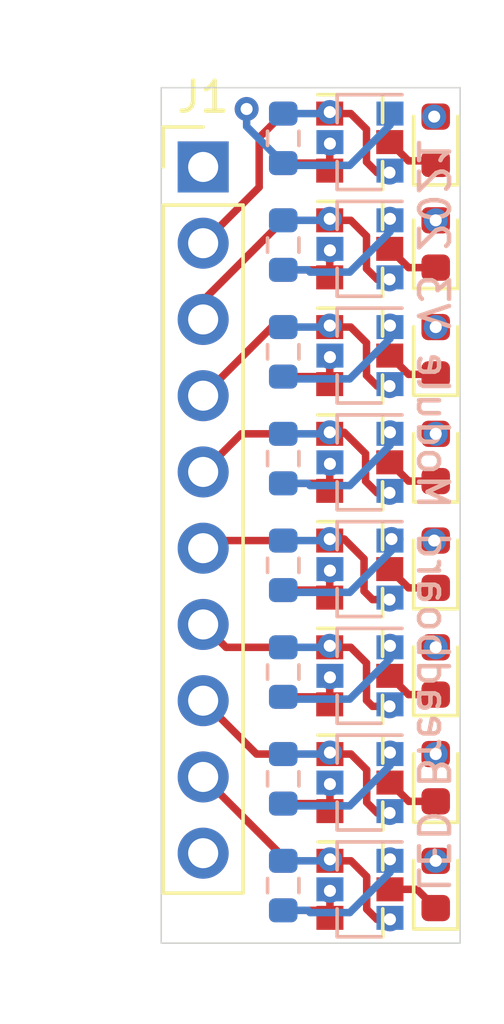
<source format=kicad_pcb>
(kicad_pcb (version 20171130) (host pcbnew "(5.1.9)-1")

  (general
    (thickness 1.6)
    (drawings 5)
    (tracks 241)
    (zones 0)
    (modules 41)
    (nets 35)
  )

  (page A4)
  (layers
    (0 F.Cu signal)
    (1 In1.Cu signal)
    (2 In2.Cu signal)
    (31 B.Cu signal)
    (32 B.Adhes user)
    (33 F.Adhes user)
    (34 B.Paste user)
    (35 F.Paste user)
    (36 B.SilkS user)
    (37 F.SilkS user)
    (38 B.Mask user)
    (39 F.Mask user)
    (40 Dwgs.User user)
    (41 Cmts.User user)
    (42 Eco1.User user)
    (43 Eco2.User user)
    (44 Edge.Cuts user)
    (45 Margin user)
    (46 B.CrtYd user)
    (47 F.CrtYd user)
    (48 B.Fab user)
    (49 F.Fab user)
  )

  (setup
    (last_trace_width 0.25)
    (trace_clearance 0.2)
    (zone_clearance 0.508)
    (zone_45_only no)
    (trace_min 0.2)
    (via_size 0.8)
    (via_drill 0.4)
    (via_min_size 0.4)
    (via_min_drill 0.3)
    (uvia_size 0.3)
    (uvia_drill 0.1)
    (uvias_allowed no)
    (uvia_min_size 0.2)
    (uvia_min_drill 0.1)
    (edge_width 0.05)
    (segment_width 0.2)
    (pcb_text_width 0.3)
    (pcb_text_size 1.5 1.5)
    (mod_edge_width 0.12)
    (mod_text_size 1 1)
    (mod_text_width 0.15)
    (pad_size 1.524 1.524)
    (pad_drill 0.762)
    (pad_to_mask_clearance 0)
    (aux_axis_origin 0 0)
    (visible_elements 7FFFFFFF)
    (pcbplotparams
      (layerselection 0x010fc_ffffffff)
      (usegerberextensions false)
      (usegerberattributes true)
      (usegerberadvancedattributes true)
      (creategerberjobfile true)
      (excludeedgelayer true)
      (linewidth 0.100000)
      (plotframeref false)
      (viasonmask false)
      (mode 1)
      (useauxorigin false)
      (hpglpennumber 1)
      (hpglpenspeed 20)
      (hpglpendiameter 15.000000)
      (psnegative false)
      (psa4output false)
      (plotreference true)
      (plotvalue true)
      (plotinvisibletext false)
      (padsonsilk false)
      (subtractmaskfromsilk false)
      (outputformat 1)
      (mirror false)
      (drillshape 1)
      (scaleselection 1)
      (outputdirectory ""))
  )

  (net 0 "")
  (net 1 "Net-(D4-Pad1)")
  (net 2 "Net-(Q2-Pad3)")
  (net 3 "Net-(Q4-Pad3)")
  (net 4 "Net-(Q4-Pad2)")
  (net 5 /v+)
  (net 6 "Net-(D2-Pad1)")
  (net 7 "Net-(D3-Pad1)")
  (net 8 "Net-(D5-Pad1)")
  (net 9 "Net-(D6-Pad1)")
  (net 10 "Net-(D7-Pad1)")
  (net 11 "Net-(D8-Pad1)")
  (net 12 "Net-(D9-Pad1)")
  (net 13 /v-)
  (net 14 /c7)
  (net 15 /c6)
  (net 16 /c5)
  (net 17 /c4)
  (net 18 /c3)
  (net 19 /c2)
  (net 20 /c1)
  (net 21 /c0)
  (net 22 "Net-(Q2-Pad2)")
  (net 23 "Net-(Q6-Pad3)")
  (net 24 "Net-(Q6-Pad2)")
  (net 25 "Net-(Q8-Pad3)")
  (net 26 "Net-(Q8-Pad2)")
  (net 27 "Net-(Q10-Pad3)")
  (net 28 "Net-(Q10-Pad2)")
  (net 29 "Net-(Q12-Pad3)")
  (net 30 "Net-(Q12-Pad2)")
  (net 31 "Net-(Q14-Pad3)")
  (net 32 "Net-(Q14-Pad2)")
  (net 33 "Net-(Q16-Pad3)")
  (net 34 "Net-(Q16-Pad2)")

  (net_class Default "This is the default net class."
    (clearance 0.2)
    (trace_width 0.25)
    (via_dia 0.8)
    (via_drill 0.4)
    (uvia_dia 0.3)
    (uvia_drill 0.1)
    (add_net /c0)
    (add_net /c1)
    (add_net /c2)
    (add_net /c3)
    (add_net /c4)
    (add_net /c5)
    (add_net /c6)
    (add_net /c7)
    (add_net /v+)
    (add_net /v-)
    (add_net "Net-(D2-Pad1)")
    (add_net "Net-(D3-Pad1)")
    (add_net "Net-(D4-Pad1)")
    (add_net "Net-(D5-Pad1)")
    (add_net "Net-(D6-Pad1)")
    (add_net "Net-(D7-Pad1)")
    (add_net "Net-(D8-Pad1)")
    (add_net "Net-(D9-Pad1)")
    (add_net "Net-(Q10-Pad2)")
    (add_net "Net-(Q10-Pad3)")
    (add_net "Net-(Q12-Pad2)")
    (add_net "Net-(Q12-Pad3)")
    (add_net "Net-(Q14-Pad2)")
    (add_net "Net-(Q14-Pad3)")
    (add_net "Net-(Q16-Pad2)")
    (add_net "Net-(Q16-Pad3)")
    (add_net "Net-(Q2-Pad2)")
    (add_net "Net-(Q2-Pad3)")
    (add_net "Net-(Q4-Pad2)")
    (add_net "Net-(Q4-Pad3)")
    (add_net "Net-(Q6-Pad2)")
    (add_net "Net-(Q6-Pad3)")
    (add_net "Net-(Q8-Pad2)")
    (add_net "Net-(Q8-Pad3)")
  )

  (module Connector_PinHeader_2.54mm:PinHeader_1x10_P2.54mm_Vertical (layer F.Cu) (tedit 59FED5CC) (tstamp 6085F76F)
    (at 88.265 34.798)
    (descr "Through hole straight pin header, 1x10, 2.54mm pitch, single row")
    (tags "Through hole pin header THT 1x10 2.54mm single row")
    (path /60874F02)
    (fp_text reference J1 (at 0 -2.33) (layer F.SilkS)
      (effects (font (size 1 1) (thickness 0.15)))
    )
    (fp_text value Conn_01x10_Male (at 0 25.19) (layer F.Fab)
      (effects (font (size 1 1) (thickness 0.15)))
    )
    (fp_text user %R (at 0 11.43 90) (layer F.Fab)
      (effects (font (size 1 1) (thickness 0.15)))
    )
    (fp_line (start -0.635 -1.27) (end 1.27 -1.27) (layer F.Fab) (width 0.1))
    (fp_line (start 1.27 -1.27) (end 1.27 24.13) (layer F.Fab) (width 0.1))
    (fp_line (start 1.27 24.13) (end -1.27 24.13) (layer F.Fab) (width 0.1))
    (fp_line (start -1.27 24.13) (end -1.27 -0.635) (layer F.Fab) (width 0.1))
    (fp_line (start -1.27 -0.635) (end -0.635 -1.27) (layer F.Fab) (width 0.1))
    (fp_line (start -1.33 24.19) (end 1.33 24.19) (layer F.SilkS) (width 0.12))
    (fp_line (start -1.33 1.27) (end -1.33 24.19) (layer F.SilkS) (width 0.12))
    (fp_line (start 1.33 1.27) (end 1.33 24.19) (layer F.SilkS) (width 0.12))
    (fp_line (start -1.33 1.27) (end 1.33 1.27) (layer F.SilkS) (width 0.12))
    (fp_line (start -1.33 0) (end -1.33 -1.33) (layer F.SilkS) (width 0.12))
    (fp_line (start -1.33 -1.33) (end 0 -1.33) (layer F.SilkS) (width 0.12))
    (fp_line (start -1.8 -1.8) (end -1.8 24.65) (layer F.CrtYd) (width 0.05))
    (fp_line (start -1.8 24.65) (end 1.8 24.65) (layer F.CrtYd) (width 0.05))
    (fp_line (start 1.8 24.65) (end 1.8 -1.8) (layer F.CrtYd) (width 0.05))
    (fp_line (start 1.8 -1.8) (end -1.8 -1.8) (layer F.CrtYd) (width 0.05))
    (pad 10 thru_hole oval (at 0 22.86) (size 1.7 1.7) (drill 1) (layers *.Cu *.Mask)
      (net 13 /v-))
    (pad 9 thru_hole oval (at 0 20.32) (size 1.7 1.7) (drill 1) (layers *.Cu *.Mask)
      (net 14 /c7))
    (pad 8 thru_hole oval (at 0 17.78) (size 1.7 1.7) (drill 1) (layers *.Cu *.Mask)
      (net 15 /c6))
    (pad 7 thru_hole oval (at 0 15.24) (size 1.7 1.7) (drill 1) (layers *.Cu *.Mask)
      (net 16 /c5))
    (pad 6 thru_hole oval (at 0 12.7) (size 1.7 1.7) (drill 1) (layers *.Cu *.Mask)
      (net 17 /c4))
    (pad 5 thru_hole oval (at 0 10.16) (size 1.7 1.7) (drill 1) (layers *.Cu *.Mask)
      (net 18 /c3))
    (pad 4 thru_hole oval (at 0 7.62) (size 1.7 1.7) (drill 1) (layers *.Cu *.Mask)
      (net 19 /c2))
    (pad 3 thru_hole oval (at 0 5.08) (size 1.7 1.7) (drill 1) (layers *.Cu *.Mask)
      (net 20 /c1))
    (pad 2 thru_hole oval (at 0 2.54) (size 1.7 1.7) (drill 1) (layers *.Cu *.Mask)
      (net 21 /c0))
    (pad 1 thru_hole rect (at 0 0) (size 1.7 1.7) (drill 1) (layers *.Cu *.Mask)
      (net 5 /v+))
    (model ${KISYS3DMOD}/Connector_PinHeader_2.54mm.3dshapes/PinHeader_1x10_P2.54mm_Vertical.wrl
      (at (xyz 0 0 0))
      (scale (xyz 1 1 1))
      (rotate (xyz 0 0 0))
    )
  )

  (module Package_TO_SOT_SMD:SOT-23 (layer F.Cu) (tedit 5A02FF57) (tstamp 6085F88F)
    (at 93.4814 51.75)
    (descr "SOT-23, Standard")
    (tags SOT-23)
    (path /60879806/60871FE2)
    (attr smd)
    (fp_text reference Q13 (at 0 -2.5) (layer F.SilkS) hide
      (effects (font (size 1 1) (thickness 0.15)))
    )
    (fp_text value MMTB3904 (at 0 2.5) (layer F.Fab)
      (effects (font (size 1 1) (thickness 0.15)))
    )
    (fp_line (start 0.76 1.58) (end -0.7 1.58) (layer F.SilkS) (width 0.12))
    (fp_line (start 0.76 -1.58) (end -1.4 -1.58) (layer F.SilkS) (width 0.12))
    (fp_line (start -1.7 1.75) (end -1.7 -1.75) (layer F.CrtYd) (width 0.05))
    (fp_line (start 1.7 1.75) (end -1.7 1.75) (layer F.CrtYd) (width 0.05))
    (fp_line (start 1.7 -1.75) (end 1.7 1.75) (layer F.CrtYd) (width 0.05))
    (fp_line (start -1.7 -1.75) (end 1.7 -1.75) (layer F.CrtYd) (width 0.05))
    (fp_line (start 0.76 -1.58) (end 0.76 -0.65) (layer F.SilkS) (width 0.12))
    (fp_line (start 0.76 1.58) (end 0.76 0.65) (layer F.SilkS) (width 0.12))
    (fp_line (start -0.7 1.52) (end 0.7 1.52) (layer F.Fab) (width 0.1))
    (fp_line (start 0.7 -1.52) (end 0.7 1.52) (layer F.Fab) (width 0.1))
    (fp_line (start -0.7 -0.95) (end -0.15 -1.52) (layer F.Fab) (width 0.1))
    (fp_line (start -0.15 -1.52) (end 0.7 -1.52) (layer F.Fab) (width 0.1))
    (fp_line (start -0.7 -0.95) (end -0.7 1.5) (layer F.Fab) (width 0.1))
    (fp_text user %R (at 0 0 90) (layer F.Fab)
      (effects (font (size 0.5 0.5) (thickness 0.075)))
    )
    (pad 3 smd rect (at 1 0) (size 0.9 0.8) (layers F.Cu F.Paste F.Mask)
      (net 10 "Net-(D7-Pad1)"))
    (pad 2 smd rect (at -1 0.95) (size 0.9 0.8) (layers F.Cu F.Paste F.Mask)
      (net 29 "Net-(Q12-Pad3)"))
    (pad 1 smd rect (at -1 -0.95) (size 0.9 0.8) (layers F.Cu F.Paste F.Mask)
      (net 30 "Net-(Q12-Pad2)"))
    (model ${KISYS3DMOD}/Package_TO_SOT_SMD.3dshapes/SOT-23.wrl
      (at (xyz 0 0 0))
      (scale (xyz 1 1 1))
      (rotate (xyz 0 0 0))
    )
  )

  (module Resistor_SMD:R_0603_1608Metric (layer B.Cu) (tedit 5F68FEEE) (tstamp 6085FA04)
    (at 90.932 58.737 270)
    (descr "Resistor SMD 0603 (1608 Metric), square (rectangular) end terminal, IPC_7351 nominal, (Body size source: IPC-SM-782 page 72, https://www.pcb-3d.com/wordpress/wp-content/uploads/ipc-sm-782a_amendment_1_and_2.pdf), generated with kicad-footprint-generator")
    (tags resistor)
    (path /60879810/60871FEE)
    (attr smd)
    (fp_text reference R17 (at 0 1.43 90) (layer B.SilkS) hide
      (effects (font (size 1 1) (thickness 0.15)) (justify mirror))
    )
    (fp_text value 100 (at 0 -1.43 90) (layer B.Fab)
      (effects (font (size 1 1) (thickness 0.15)) (justify mirror))
    )
    (fp_line (start 1.48 -0.73) (end -1.48 -0.73) (layer B.CrtYd) (width 0.05))
    (fp_line (start 1.48 0.73) (end 1.48 -0.73) (layer B.CrtYd) (width 0.05))
    (fp_line (start -1.48 0.73) (end 1.48 0.73) (layer B.CrtYd) (width 0.05))
    (fp_line (start -1.48 -0.73) (end -1.48 0.73) (layer B.CrtYd) (width 0.05))
    (fp_line (start -0.237258 -0.5225) (end 0.237258 -0.5225) (layer B.SilkS) (width 0.12))
    (fp_line (start -0.237258 0.5225) (end 0.237258 0.5225) (layer B.SilkS) (width 0.12))
    (fp_line (start 0.8 -0.4125) (end -0.8 -0.4125) (layer B.Fab) (width 0.1))
    (fp_line (start 0.8 0.4125) (end 0.8 -0.4125) (layer B.Fab) (width 0.1))
    (fp_line (start -0.8 0.4125) (end 0.8 0.4125) (layer B.Fab) (width 0.1))
    (fp_line (start -0.8 -0.4125) (end -0.8 0.4125) (layer B.Fab) (width 0.1))
    (fp_text user %R (at 0 0 90) (layer B.Fab)
      (effects (font (size 0.4 0.4) (thickness 0.06)) (justify mirror))
    )
    (pad 2 smd roundrect (at 0.825 0 270) (size 0.8 0.95) (layers B.Cu B.Paste B.Mask) (roundrect_rratio 0.25)
      (net 13 /v-))
    (pad 1 smd roundrect (at -0.825 0 270) (size 0.8 0.95) (layers B.Cu B.Paste B.Mask) (roundrect_rratio 0.25)
      (net 34 "Net-(Q16-Pad2)"))
    (model ${KISYS3DMOD}/Resistor_SMD.3dshapes/R_0603_1608Metric.wrl
      (at (xyz 0 0 0))
      (scale (xyz 1 1 1))
      (rotate (xyz 0 0 0))
    )
  )

  (module Resistor_SMD:R_0603_1608Metric (layer F.Cu) (tedit 5F68FEEE) (tstamp 6085F9F3)
    (at 90.932 58.737 90)
    (descr "Resistor SMD 0603 (1608 Metric), square (rectangular) end terminal, IPC_7351 nominal, (Body size source: IPC-SM-782 page 72, https://www.pcb-3d.com/wordpress/wp-content/uploads/ipc-sm-782a_amendment_1_and_2.pdf), generated with kicad-footprint-generator")
    (tags resistor)
    (path /60879810/60871FF4)
    (attr smd)
    (fp_text reference R16 (at 0 -1.43 90) (layer F.SilkS) hide
      (effects (font (size 1 1) (thickness 0.15)))
    )
    (fp_text value 100K (at 0 1.43 90) (layer F.Fab)
      (effects (font (size 1 1) (thickness 0.15)))
    )
    (fp_line (start 1.48 0.73) (end -1.48 0.73) (layer F.CrtYd) (width 0.05))
    (fp_line (start 1.48 -0.73) (end 1.48 0.73) (layer F.CrtYd) (width 0.05))
    (fp_line (start -1.48 -0.73) (end 1.48 -0.73) (layer F.CrtYd) (width 0.05))
    (fp_line (start -1.48 0.73) (end -1.48 -0.73) (layer F.CrtYd) (width 0.05))
    (fp_line (start -0.237258 0.5225) (end 0.237258 0.5225) (layer F.SilkS) (width 0.12))
    (fp_line (start -0.237258 -0.5225) (end 0.237258 -0.5225) (layer F.SilkS) (width 0.12))
    (fp_line (start 0.8 0.4125) (end -0.8 0.4125) (layer F.Fab) (width 0.1))
    (fp_line (start 0.8 -0.4125) (end 0.8 0.4125) (layer F.Fab) (width 0.1))
    (fp_line (start -0.8 -0.4125) (end 0.8 -0.4125) (layer F.Fab) (width 0.1))
    (fp_line (start -0.8 0.4125) (end -0.8 -0.4125) (layer F.Fab) (width 0.1))
    (fp_text user %R (at 0 0 90) (layer F.Fab)
      (effects (font (size 0.4 0.4) (thickness 0.06)))
    )
    (pad 2 smd roundrect (at 0.825 0 90) (size 0.8 0.95) (layers F.Cu F.Paste F.Mask) (roundrect_rratio 0.25)
      (net 14 /c7))
    (pad 1 smd roundrect (at -0.825 0 90) (size 0.8 0.95) (layers F.Cu F.Paste F.Mask) (roundrect_rratio 0.25)
      (net 33 "Net-(Q16-Pad3)"))
    (model ${KISYS3DMOD}/Resistor_SMD.3dshapes/R_0603_1608Metric.wrl
      (at (xyz 0 0 0))
      (scale (xyz 1 1 1))
      (rotate (xyz 0 0 0))
    )
  )

  (module Resistor_SMD:R_0603_1608Metric (layer B.Cu) (tedit 5F68FEEE) (tstamp 6086109F)
    (at 90.932 55.181 270)
    (descr "Resistor SMD 0603 (1608 Metric), square (rectangular) end terminal, IPC_7351 nominal, (Body size source: IPC-SM-782 page 72, https://www.pcb-3d.com/wordpress/wp-content/uploads/ipc-sm-782a_amendment_1_and_2.pdf), generated with kicad-footprint-generator")
    (tags resistor)
    (path /6087980B/60871FEE)
    (attr smd)
    (fp_text reference R15 (at 0 1.43 90) (layer B.SilkS) hide
      (effects (font (size 1 1) (thickness 0.15)) (justify mirror))
    )
    (fp_text value 100 (at 0 -1.43 90) (layer B.Fab)
      (effects (font (size 1 1) (thickness 0.15)) (justify mirror))
    )
    (fp_line (start 1.48 -0.73) (end -1.48 -0.73) (layer B.CrtYd) (width 0.05))
    (fp_line (start 1.48 0.73) (end 1.48 -0.73) (layer B.CrtYd) (width 0.05))
    (fp_line (start -1.48 0.73) (end 1.48 0.73) (layer B.CrtYd) (width 0.05))
    (fp_line (start -1.48 -0.73) (end -1.48 0.73) (layer B.CrtYd) (width 0.05))
    (fp_line (start -0.237258 -0.5225) (end 0.237258 -0.5225) (layer B.SilkS) (width 0.12))
    (fp_line (start -0.237258 0.5225) (end 0.237258 0.5225) (layer B.SilkS) (width 0.12))
    (fp_line (start 0.8 -0.4125) (end -0.8 -0.4125) (layer B.Fab) (width 0.1))
    (fp_line (start 0.8 0.4125) (end 0.8 -0.4125) (layer B.Fab) (width 0.1))
    (fp_line (start -0.8 0.4125) (end 0.8 0.4125) (layer B.Fab) (width 0.1))
    (fp_line (start -0.8 -0.4125) (end -0.8 0.4125) (layer B.Fab) (width 0.1))
    (fp_text user %R (at 0 0 90) (layer B.Fab)
      (effects (font (size 0.4 0.4) (thickness 0.06)) (justify mirror))
    )
    (pad 2 smd roundrect (at 0.825 0 270) (size 0.8 0.95) (layers B.Cu B.Paste B.Mask) (roundrect_rratio 0.25)
      (net 13 /v-))
    (pad 1 smd roundrect (at -0.825 0 270) (size 0.8 0.95) (layers B.Cu B.Paste B.Mask) (roundrect_rratio 0.25)
      (net 32 "Net-(Q14-Pad2)"))
    (model ${KISYS3DMOD}/Resistor_SMD.3dshapes/R_0603_1608Metric.wrl
      (at (xyz 0 0 0))
      (scale (xyz 1 1 1))
      (rotate (xyz 0 0 0))
    )
  )

  (module Resistor_SMD:R_0603_1608Metric (layer F.Cu) (tedit 5F68FEEE) (tstamp 6085F9D1)
    (at 90.932 55.181 90)
    (descr "Resistor SMD 0603 (1608 Metric), square (rectangular) end terminal, IPC_7351 nominal, (Body size source: IPC-SM-782 page 72, https://www.pcb-3d.com/wordpress/wp-content/uploads/ipc-sm-782a_amendment_1_and_2.pdf), generated with kicad-footprint-generator")
    (tags resistor)
    (path /6087980B/60871FF4)
    (attr smd)
    (fp_text reference R14 (at 0 -1.43 90) (layer F.SilkS) hide
      (effects (font (size 1 1) (thickness 0.15)))
    )
    (fp_text value 100K (at 0 1.43 90) (layer F.Fab)
      (effects (font (size 1 1) (thickness 0.15)))
    )
    (fp_line (start 1.48 0.73) (end -1.48 0.73) (layer F.CrtYd) (width 0.05))
    (fp_line (start 1.48 -0.73) (end 1.48 0.73) (layer F.CrtYd) (width 0.05))
    (fp_line (start -1.48 -0.73) (end 1.48 -0.73) (layer F.CrtYd) (width 0.05))
    (fp_line (start -1.48 0.73) (end -1.48 -0.73) (layer F.CrtYd) (width 0.05))
    (fp_line (start -0.237258 0.5225) (end 0.237258 0.5225) (layer F.SilkS) (width 0.12))
    (fp_line (start -0.237258 -0.5225) (end 0.237258 -0.5225) (layer F.SilkS) (width 0.12))
    (fp_line (start 0.8 0.4125) (end -0.8 0.4125) (layer F.Fab) (width 0.1))
    (fp_line (start 0.8 -0.4125) (end 0.8 0.4125) (layer F.Fab) (width 0.1))
    (fp_line (start -0.8 -0.4125) (end 0.8 -0.4125) (layer F.Fab) (width 0.1))
    (fp_line (start -0.8 0.4125) (end -0.8 -0.4125) (layer F.Fab) (width 0.1))
    (fp_text user %R (at 0 0 90) (layer F.Fab)
      (effects (font (size 0.4 0.4) (thickness 0.06)))
    )
    (pad 2 smd roundrect (at 0.825 0 90) (size 0.8 0.95) (layers F.Cu F.Paste F.Mask) (roundrect_rratio 0.25)
      (net 15 /c6))
    (pad 1 smd roundrect (at -0.825 0 90) (size 0.8 0.95) (layers F.Cu F.Paste F.Mask) (roundrect_rratio 0.25)
      (net 31 "Net-(Q14-Pad3)"))
    (model ${KISYS3DMOD}/Resistor_SMD.3dshapes/R_0603_1608Metric.wrl
      (at (xyz 0 0 0))
      (scale (xyz 1 1 1))
      (rotate (xyz 0 0 0))
    )
  )

  (module Resistor_SMD:R_0603_1608Metric (layer B.Cu) (tedit 5F68FEEE) (tstamp 6085F9C0)
    (at 90.932 51.625 270)
    (descr "Resistor SMD 0603 (1608 Metric), square (rectangular) end terminal, IPC_7351 nominal, (Body size source: IPC-SM-782 page 72, https://www.pcb-3d.com/wordpress/wp-content/uploads/ipc-sm-782a_amendment_1_and_2.pdf), generated with kicad-footprint-generator")
    (tags resistor)
    (path /60879806/60871FEE)
    (attr smd)
    (fp_text reference R13 (at 0 1.43 90) (layer B.SilkS) hide
      (effects (font (size 1 1) (thickness 0.15)) (justify mirror))
    )
    (fp_text value 100 (at 0 -1.43 90) (layer B.Fab)
      (effects (font (size 1 1) (thickness 0.15)) (justify mirror))
    )
    (fp_line (start 1.48 -0.73) (end -1.48 -0.73) (layer B.CrtYd) (width 0.05))
    (fp_line (start 1.48 0.73) (end 1.48 -0.73) (layer B.CrtYd) (width 0.05))
    (fp_line (start -1.48 0.73) (end 1.48 0.73) (layer B.CrtYd) (width 0.05))
    (fp_line (start -1.48 -0.73) (end -1.48 0.73) (layer B.CrtYd) (width 0.05))
    (fp_line (start -0.237258 -0.5225) (end 0.237258 -0.5225) (layer B.SilkS) (width 0.12))
    (fp_line (start -0.237258 0.5225) (end 0.237258 0.5225) (layer B.SilkS) (width 0.12))
    (fp_line (start 0.8 -0.4125) (end -0.8 -0.4125) (layer B.Fab) (width 0.1))
    (fp_line (start 0.8 0.4125) (end 0.8 -0.4125) (layer B.Fab) (width 0.1))
    (fp_line (start -0.8 0.4125) (end 0.8 0.4125) (layer B.Fab) (width 0.1))
    (fp_line (start -0.8 -0.4125) (end -0.8 0.4125) (layer B.Fab) (width 0.1))
    (fp_text user %R (at 0 0 90) (layer B.Fab)
      (effects (font (size 0.4 0.4) (thickness 0.06)) (justify mirror))
    )
    (pad 2 smd roundrect (at 0.825 0 270) (size 0.8 0.95) (layers B.Cu B.Paste B.Mask) (roundrect_rratio 0.25)
      (net 13 /v-))
    (pad 1 smd roundrect (at -0.825 0 270) (size 0.8 0.95) (layers B.Cu B.Paste B.Mask) (roundrect_rratio 0.25)
      (net 30 "Net-(Q12-Pad2)"))
    (model ${KISYS3DMOD}/Resistor_SMD.3dshapes/R_0603_1608Metric.wrl
      (at (xyz 0 0 0))
      (scale (xyz 1 1 1))
      (rotate (xyz 0 0 0))
    )
  )

  (module Resistor_SMD:R_0603_1608Metric (layer F.Cu) (tedit 5F68FEEE) (tstamp 6085F9AF)
    (at 90.932 51.625 90)
    (descr "Resistor SMD 0603 (1608 Metric), square (rectangular) end terminal, IPC_7351 nominal, (Body size source: IPC-SM-782 page 72, https://www.pcb-3d.com/wordpress/wp-content/uploads/ipc-sm-782a_amendment_1_and_2.pdf), generated with kicad-footprint-generator")
    (tags resistor)
    (path /60879806/60871FF4)
    (attr smd)
    (fp_text reference R12 (at 0 -1.43 90) (layer F.SilkS) hide
      (effects (font (size 1 1) (thickness 0.15)))
    )
    (fp_text value 100K (at 0 1.43 90) (layer F.Fab)
      (effects (font (size 1 1) (thickness 0.15)))
    )
    (fp_line (start 1.48 0.73) (end -1.48 0.73) (layer F.CrtYd) (width 0.05))
    (fp_line (start 1.48 -0.73) (end 1.48 0.73) (layer F.CrtYd) (width 0.05))
    (fp_line (start -1.48 -0.73) (end 1.48 -0.73) (layer F.CrtYd) (width 0.05))
    (fp_line (start -1.48 0.73) (end -1.48 -0.73) (layer F.CrtYd) (width 0.05))
    (fp_line (start -0.237258 0.5225) (end 0.237258 0.5225) (layer F.SilkS) (width 0.12))
    (fp_line (start -0.237258 -0.5225) (end 0.237258 -0.5225) (layer F.SilkS) (width 0.12))
    (fp_line (start 0.8 0.4125) (end -0.8 0.4125) (layer F.Fab) (width 0.1))
    (fp_line (start 0.8 -0.4125) (end 0.8 0.4125) (layer F.Fab) (width 0.1))
    (fp_line (start -0.8 -0.4125) (end 0.8 -0.4125) (layer F.Fab) (width 0.1))
    (fp_line (start -0.8 0.4125) (end -0.8 -0.4125) (layer F.Fab) (width 0.1))
    (fp_text user %R (at 0 0 90) (layer F.Fab)
      (effects (font (size 0.4 0.4) (thickness 0.06)))
    )
    (pad 2 smd roundrect (at 0.825 0 90) (size 0.8 0.95) (layers F.Cu F.Paste F.Mask) (roundrect_rratio 0.25)
      (net 16 /c5))
    (pad 1 smd roundrect (at -0.825 0 90) (size 0.8 0.95) (layers F.Cu F.Paste F.Mask) (roundrect_rratio 0.25)
      (net 29 "Net-(Q12-Pad3)"))
    (model ${KISYS3DMOD}/Resistor_SMD.3dshapes/R_0603_1608Metric.wrl
      (at (xyz 0 0 0))
      (scale (xyz 1 1 1))
      (rotate (xyz 0 0 0))
    )
  )

  (module Resistor_SMD:R_0603_1608Metric (layer B.Cu) (tedit 5F68FEEE) (tstamp 6085F99E)
    (at 90.932 48.069 270)
    (descr "Resistor SMD 0603 (1608 Metric), square (rectangular) end terminal, IPC_7351 nominal, (Body size source: IPC-SM-782 page 72, https://www.pcb-3d.com/wordpress/wp-content/uploads/ipc-sm-782a_amendment_1_and_2.pdf), generated with kicad-footprint-generator")
    (tags resistor)
    (path /60879801/60871FEE)
    (attr smd)
    (fp_text reference R11 (at 0 1.43 90) (layer B.SilkS) hide
      (effects (font (size 1 1) (thickness 0.15)) (justify mirror))
    )
    (fp_text value 100 (at 0 -1.43 90) (layer B.Fab)
      (effects (font (size 1 1) (thickness 0.15)) (justify mirror))
    )
    (fp_line (start 1.48 -0.73) (end -1.48 -0.73) (layer B.CrtYd) (width 0.05))
    (fp_line (start 1.48 0.73) (end 1.48 -0.73) (layer B.CrtYd) (width 0.05))
    (fp_line (start -1.48 0.73) (end 1.48 0.73) (layer B.CrtYd) (width 0.05))
    (fp_line (start -1.48 -0.73) (end -1.48 0.73) (layer B.CrtYd) (width 0.05))
    (fp_line (start -0.237258 -0.5225) (end 0.237258 -0.5225) (layer B.SilkS) (width 0.12))
    (fp_line (start -0.237258 0.5225) (end 0.237258 0.5225) (layer B.SilkS) (width 0.12))
    (fp_line (start 0.8 -0.4125) (end -0.8 -0.4125) (layer B.Fab) (width 0.1))
    (fp_line (start 0.8 0.4125) (end 0.8 -0.4125) (layer B.Fab) (width 0.1))
    (fp_line (start -0.8 0.4125) (end 0.8 0.4125) (layer B.Fab) (width 0.1))
    (fp_line (start -0.8 -0.4125) (end -0.8 0.4125) (layer B.Fab) (width 0.1))
    (fp_text user %R (at 0 0 90) (layer B.Fab)
      (effects (font (size 0.4 0.4) (thickness 0.06)) (justify mirror))
    )
    (pad 2 smd roundrect (at 0.825 0 270) (size 0.8 0.95) (layers B.Cu B.Paste B.Mask) (roundrect_rratio 0.25)
      (net 13 /v-))
    (pad 1 smd roundrect (at -0.825 0 270) (size 0.8 0.95) (layers B.Cu B.Paste B.Mask) (roundrect_rratio 0.25)
      (net 28 "Net-(Q10-Pad2)"))
    (model ${KISYS3DMOD}/Resistor_SMD.3dshapes/R_0603_1608Metric.wrl
      (at (xyz 0 0 0))
      (scale (xyz 1 1 1))
      (rotate (xyz 0 0 0))
    )
  )

  (module Resistor_SMD:R_0603_1608Metric (layer F.Cu) (tedit 5F68FEEE) (tstamp 6085F98D)
    (at 90.932 48.069 90)
    (descr "Resistor SMD 0603 (1608 Metric), square (rectangular) end terminal, IPC_7351 nominal, (Body size source: IPC-SM-782 page 72, https://www.pcb-3d.com/wordpress/wp-content/uploads/ipc-sm-782a_amendment_1_and_2.pdf), generated with kicad-footprint-generator")
    (tags resistor)
    (path /60879801/60871FF4)
    (attr smd)
    (fp_text reference R10 (at 0 -1.43 90) (layer F.SilkS) hide
      (effects (font (size 1 1) (thickness 0.15)))
    )
    (fp_text value 100K (at 0 1.43 90) (layer F.Fab)
      (effects (font (size 1 1) (thickness 0.15)))
    )
    (fp_line (start 1.48 0.73) (end -1.48 0.73) (layer F.CrtYd) (width 0.05))
    (fp_line (start 1.48 -0.73) (end 1.48 0.73) (layer F.CrtYd) (width 0.05))
    (fp_line (start -1.48 -0.73) (end 1.48 -0.73) (layer F.CrtYd) (width 0.05))
    (fp_line (start -1.48 0.73) (end -1.48 -0.73) (layer F.CrtYd) (width 0.05))
    (fp_line (start -0.237258 0.5225) (end 0.237258 0.5225) (layer F.SilkS) (width 0.12))
    (fp_line (start -0.237258 -0.5225) (end 0.237258 -0.5225) (layer F.SilkS) (width 0.12))
    (fp_line (start 0.8 0.4125) (end -0.8 0.4125) (layer F.Fab) (width 0.1))
    (fp_line (start 0.8 -0.4125) (end 0.8 0.4125) (layer F.Fab) (width 0.1))
    (fp_line (start -0.8 -0.4125) (end 0.8 -0.4125) (layer F.Fab) (width 0.1))
    (fp_line (start -0.8 0.4125) (end -0.8 -0.4125) (layer F.Fab) (width 0.1))
    (fp_text user %R (at 0 0 90) (layer F.Fab)
      (effects (font (size 0.4 0.4) (thickness 0.06)))
    )
    (pad 2 smd roundrect (at 0.825 0 90) (size 0.8 0.95) (layers F.Cu F.Paste F.Mask) (roundrect_rratio 0.25)
      (net 17 /c4))
    (pad 1 smd roundrect (at -0.825 0 90) (size 0.8 0.95) (layers F.Cu F.Paste F.Mask) (roundrect_rratio 0.25)
      (net 27 "Net-(Q10-Pad3)"))
    (model ${KISYS3DMOD}/Resistor_SMD.3dshapes/R_0603_1608Metric.wrl
      (at (xyz 0 0 0))
      (scale (xyz 1 1 1))
      (rotate (xyz 0 0 0))
    )
  )

  (module Resistor_SMD:R_0603_1608Metric (layer B.Cu) (tedit 5F68FEEE) (tstamp 6085F97C)
    (at 90.932 44.513 270)
    (descr "Resistor SMD 0603 (1608 Metric), square (rectangular) end terminal, IPC_7351 nominal, (Body size source: IPC-SM-782 page 72, https://www.pcb-3d.com/wordpress/wp-content/uploads/ipc-sm-782a_amendment_1_and_2.pdf), generated with kicad-footprint-generator")
    (tags resistor)
    (path /608738D3/60871FEE)
    (attr smd)
    (fp_text reference R9 (at 0 1.43 90) (layer B.SilkS) hide
      (effects (font (size 1 1) (thickness 0.15)) (justify mirror))
    )
    (fp_text value 100 (at 0 -1.43 90) (layer B.Fab)
      (effects (font (size 1 1) (thickness 0.15)) (justify mirror))
    )
    (fp_line (start 1.48 -0.73) (end -1.48 -0.73) (layer B.CrtYd) (width 0.05))
    (fp_line (start 1.48 0.73) (end 1.48 -0.73) (layer B.CrtYd) (width 0.05))
    (fp_line (start -1.48 0.73) (end 1.48 0.73) (layer B.CrtYd) (width 0.05))
    (fp_line (start -1.48 -0.73) (end -1.48 0.73) (layer B.CrtYd) (width 0.05))
    (fp_line (start -0.237258 -0.5225) (end 0.237258 -0.5225) (layer B.SilkS) (width 0.12))
    (fp_line (start -0.237258 0.5225) (end 0.237258 0.5225) (layer B.SilkS) (width 0.12))
    (fp_line (start 0.8 -0.4125) (end -0.8 -0.4125) (layer B.Fab) (width 0.1))
    (fp_line (start 0.8 0.4125) (end 0.8 -0.4125) (layer B.Fab) (width 0.1))
    (fp_line (start -0.8 0.4125) (end 0.8 0.4125) (layer B.Fab) (width 0.1))
    (fp_line (start -0.8 -0.4125) (end -0.8 0.4125) (layer B.Fab) (width 0.1))
    (fp_text user %R (at 0 0 90) (layer B.Fab)
      (effects (font (size 0.4 0.4) (thickness 0.06)) (justify mirror))
    )
    (pad 2 smd roundrect (at 0.825 0 270) (size 0.8 0.95) (layers B.Cu B.Paste B.Mask) (roundrect_rratio 0.25)
      (net 13 /v-))
    (pad 1 smd roundrect (at -0.825 0 270) (size 0.8 0.95) (layers B.Cu B.Paste B.Mask) (roundrect_rratio 0.25)
      (net 26 "Net-(Q8-Pad2)"))
    (model ${KISYS3DMOD}/Resistor_SMD.3dshapes/R_0603_1608Metric.wrl
      (at (xyz 0 0 0))
      (scale (xyz 1 1 1))
      (rotate (xyz 0 0 0))
    )
  )

  (module Resistor_SMD:R_0603_1608Metric (layer F.Cu) (tedit 5F68FEEE) (tstamp 6085F96B)
    (at 90.932 44.513 90)
    (descr "Resistor SMD 0603 (1608 Metric), square (rectangular) end terminal, IPC_7351 nominal, (Body size source: IPC-SM-782 page 72, https://www.pcb-3d.com/wordpress/wp-content/uploads/ipc-sm-782a_amendment_1_and_2.pdf), generated with kicad-footprint-generator")
    (tags resistor)
    (path /608738D3/60871FF4)
    (attr smd)
    (fp_text reference R8 (at 0 -1.43 90) (layer F.SilkS) hide
      (effects (font (size 1 1) (thickness 0.15)))
    )
    (fp_text value 100K (at 0 1.43 90) (layer F.Fab)
      (effects (font (size 1 1) (thickness 0.15)))
    )
    (fp_line (start 1.48 0.73) (end -1.48 0.73) (layer F.CrtYd) (width 0.05))
    (fp_line (start 1.48 -0.73) (end 1.48 0.73) (layer F.CrtYd) (width 0.05))
    (fp_line (start -1.48 -0.73) (end 1.48 -0.73) (layer F.CrtYd) (width 0.05))
    (fp_line (start -1.48 0.73) (end -1.48 -0.73) (layer F.CrtYd) (width 0.05))
    (fp_line (start -0.237258 0.5225) (end 0.237258 0.5225) (layer F.SilkS) (width 0.12))
    (fp_line (start -0.237258 -0.5225) (end 0.237258 -0.5225) (layer F.SilkS) (width 0.12))
    (fp_line (start 0.8 0.4125) (end -0.8 0.4125) (layer F.Fab) (width 0.1))
    (fp_line (start 0.8 -0.4125) (end 0.8 0.4125) (layer F.Fab) (width 0.1))
    (fp_line (start -0.8 -0.4125) (end 0.8 -0.4125) (layer F.Fab) (width 0.1))
    (fp_line (start -0.8 0.4125) (end -0.8 -0.4125) (layer F.Fab) (width 0.1))
    (fp_text user %R (at 0 0 90) (layer F.Fab)
      (effects (font (size 0.4 0.4) (thickness 0.06)))
    )
    (pad 2 smd roundrect (at 0.825 0 90) (size 0.8 0.95) (layers F.Cu F.Paste F.Mask) (roundrect_rratio 0.25)
      (net 18 /c3))
    (pad 1 smd roundrect (at -0.825 0 90) (size 0.8 0.95) (layers F.Cu F.Paste F.Mask) (roundrect_rratio 0.25)
      (net 25 "Net-(Q8-Pad3)"))
    (model ${KISYS3DMOD}/Resistor_SMD.3dshapes/R_0603_1608Metric.wrl
      (at (xyz 0 0 0))
      (scale (xyz 1 1 1))
      (rotate (xyz 0 0 0))
    )
  )

  (module Resistor_SMD:R_0603_1608Metric (layer B.Cu) (tedit 5F68FEEE) (tstamp 6085F95A)
    (at 90.932 40.957 270)
    (descr "Resistor SMD 0603 (1608 Metric), square (rectangular) end terminal, IPC_7351 nominal, (Body size source: IPC-SM-782 page 72, https://www.pcb-3d.com/wordpress/wp-content/uploads/ipc-sm-782a_amendment_1_and_2.pdf), generated with kicad-footprint-generator")
    (tags resistor)
    (path /608738CE/60871FEE)
    (attr smd)
    (fp_text reference R7 (at 0 1.43 90) (layer B.SilkS) hide
      (effects (font (size 1 1) (thickness 0.15)) (justify mirror))
    )
    (fp_text value 100 (at 0 -1.43 90) (layer B.Fab)
      (effects (font (size 1 1) (thickness 0.15)) (justify mirror))
    )
    (fp_line (start 1.48 -0.73) (end -1.48 -0.73) (layer B.CrtYd) (width 0.05))
    (fp_line (start 1.48 0.73) (end 1.48 -0.73) (layer B.CrtYd) (width 0.05))
    (fp_line (start -1.48 0.73) (end 1.48 0.73) (layer B.CrtYd) (width 0.05))
    (fp_line (start -1.48 -0.73) (end -1.48 0.73) (layer B.CrtYd) (width 0.05))
    (fp_line (start -0.237258 -0.5225) (end 0.237258 -0.5225) (layer B.SilkS) (width 0.12))
    (fp_line (start -0.237258 0.5225) (end 0.237258 0.5225) (layer B.SilkS) (width 0.12))
    (fp_line (start 0.8 -0.4125) (end -0.8 -0.4125) (layer B.Fab) (width 0.1))
    (fp_line (start 0.8 0.4125) (end 0.8 -0.4125) (layer B.Fab) (width 0.1))
    (fp_line (start -0.8 0.4125) (end 0.8 0.4125) (layer B.Fab) (width 0.1))
    (fp_line (start -0.8 -0.4125) (end -0.8 0.4125) (layer B.Fab) (width 0.1))
    (fp_text user %R (at 0 0 90) (layer B.Fab)
      (effects (font (size 0.4 0.4) (thickness 0.06)) (justify mirror))
    )
    (pad 2 smd roundrect (at 0.825 0 270) (size 0.8 0.95) (layers B.Cu B.Paste B.Mask) (roundrect_rratio 0.25)
      (net 13 /v-))
    (pad 1 smd roundrect (at -0.825 0 270) (size 0.8 0.95) (layers B.Cu B.Paste B.Mask) (roundrect_rratio 0.25)
      (net 24 "Net-(Q6-Pad2)"))
    (model ${KISYS3DMOD}/Resistor_SMD.3dshapes/R_0603_1608Metric.wrl
      (at (xyz 0 0 0))
      (scale (xyz 1 1 1))
      (rotate (xyz 0 0 0))
    )
  )

  (module Resistor_SMD:R_0603_1608Metric (layer F.Cu) (tedit 5F68FEEE) (tstamp 6085F949)
    (at 90.932 40.957 90)
    (descr "Resistor SMD 0603 (1608 Metric), square (rectangular) end terminal, IPC_7351 nominal, (Body size source: IPC-SM-782 page 72, https://www.pcb-3d.com/wordpress/wp-content/uploads/ipc-sm-782a_amendment_1_and_2.pdf), generated with kicad-footprint-generator")
    (tags resistor)
    (path /608738CE/60871FF4)
    (attr smd)
    (fp_text reference R6 (at 0 -1.43 90) (layer F.SilkS) hide
      (effects (font (size 1 1) (thickness 0.15)))
    )
    (fp_text value 100K (at 0 1.43 90) (layer F.Fab)
      (effects (font (size 1 1) (thickness 0.15)))
    )
    (fp_line (start 1.48 0.73) (end -1.48 0.73) (layer F.CrtYd) (width 0.05))
    (fp_line (start 1.48 -0.73) (end 1.48 0.73) (layer F.CrtYd) (width 0.05))
    (fp_line (start -1.48 -0.73) (end 1.48 -0.73) (layer F.CrtYd) (width 0.05))
    (fp_line (start -1.48 0.73) (end -1.48 -0.73) (layer F.CrtYd) (width 0.05))
    (fp_line (start -0.237258 0.5225) (end 0.237258 0.5225) (layer F.SilkS) (width 0.12))
    (fp_line (start -0.237258 -0.5225) (end 0.237258 -0.5225) (layer F.SilkS) (width 0.12))
    (fp_line (start 0.8 0.4125) (end -0.8 0.4125) (layer F.Fab) (width 0.1))
    (fp_line (start 0.8 -0.4125) (end 0.8 0.4125) (layer F.Fab) (width 0.1))
    (fp_line (start -0.8 -0.4125) (end 0.8 -0.4125) (layer F.Fab) (width 0.1))
    (fp_line (start -0.8 0.4125) (end -0.8 -0.4125) (layer F.Fab) (width 0.1))
    (fp_text user %R (at 0 0 90) (layer F.Fab)
      (effects (font (size 0.4 0.4) (thickness 0.06)))
    )
    (pad 2 smd roundrect (at 0.825 0 90) (size 0.8 0.95) (layers F.Cu F.Paste F.Mask) (roundrect_rratio 0.25)
      (net 19 /c2))
    (pad 1 smd roundrect (at -0.825 0 90) (size 0.8 0.95) (layers F.Cu F.Paste F.Mask) (roundrect_rratio 0.25)
      (net 23 "Net-(Q6-Pad3)"))
    (model ${KISYS3DMOD}/Resistor_SMD.3dshapes/R_0603_1608Metric.wrl
      (at (xyz 0 0 0))
      (scale (xyz 1 1 1))
      (rotate (xyz 0 0 0))
    )
  )

  (module Resistor_SMD:R_0603_1608Metric (layer B.Cu) (tedit 5F68FEEE) (tstamp 6085F938)
    (at 90.932 37.401 270)
    (descr "Resistor SMD 0603 (1608 Metric), square (rectangular) end terminal, IPC_7351 nominal, (Body size source: IPC-SM-782 page 72, https://www.pcb-3d.com/wordpress/wp-content/uploads/ipc-sm-782a_amendment_1_and_2.pdf), generated with kicad-footprint-generator")
    (tags resistor)
    (path /608731C8/60871FEE)
    (attr smd)
    (fp_text reference R5 (at 0 1.43 90) (layer B.SilkS) hide
      (effects (font (size 1 1) (thickness 0.15)) (justify mirror))
    )
    (fp_text value 100 (at 0 -1.43 90) (layer B.Fab)
      (effects (font (size 1 1) (thickness 0.15)) (justify mirror))
    )
    (fp_line (start 1.48 -0.73) (end -1.48 -0.73) (layer B.CrtYd) (width 0.05))
    (fp_line (start 1.48 0.73) (end 1.48 -0.73) (layer B.CrtYd) (width 0.05))
    (fp_line (start -1.48 0.73) (end 1.48 0.73) (layer B.CrtYd) (width 0.05))
    (fp_line (start -1.48 -0.73) (end -1.48 0.73) (layer B.CrtYd) (width 0.05))
    (fp_line (start -0.237258 -0.5225) (end 0.237258 -0.5225) (layer B.SilkS) (width 0.12))
    (fp_line (start -0.237258 0.5225) (end 0.237258 0.5225) (layer B.SilkS) (width 0.12))
    (fp_line (start 0.8 -0.4125) (end -0.8 -0.4125) (layer B.Fab) (width 0.1))
    (fp_line (start 0.8 0.4125) (end 0.8 -0.4125) (layer B.Fab) (width 0.1))
    (fp_line (start -0.8 0.4125) (end 0.8 0.4125) (layer B.Fab) (width 0.1))
    (fp_line (start -0.8 -0.4125) (end -0.8 0.4125) (layer B.Fab) (width 0.1))
    (fp_text user %R (at 0 0 90) (layer B.Fab)
      (effects (font (size 0.4 0.4) (thickness 0.06)) (justify mirror))
    )
    (pad 2 smd roundrect (at 0.825 0 270) (size 0.8 0.95) (layers B.Cu B.Paste B.Mask) (roundrect_rratio 0.25)
      (net 13 /v-))
    (pad 1 smd roundrect (at -0.825 0 270) (size 0.8 0.95) (layers B.Cu B.Paste B.Mask) (roundrect_rratio 0.25)
      (net 4 "Net-(Q4-Pad2)"))
    (model ${KISYS3DMOD}/Resistor_SMD.3dshapes/R_0603_1608Metric.wrl
      (at (xyz 0 0 0))
      (scale (xyz 1 1 1))
      (rotate (xyz 0 0 0))
    )
  )

  (module Resistor_SMD:R_0603_1608Metric (layer F.Cu) (tedit 5F68FEEE) (tstamp 6085F927)
    (at 90.932 37.401 90)
    (descr "Resistor SMD 0603 (1608 Metric), square (rectangular) end terminal, IPC_7351 nominal, (Body size source: IPC-SM-782 page 72, https://www.pcb-3d.com/wordpress/wp-content/uploads/ipc-sm-782a_amendment_1_and_2.pdf), generated with kicad-footprint-generator")
    (tags resistor)
    (path /608731C8/60871FF4)
    (attr smd)
    (fp_text reference R4 (at 0 -1.43 90) (layer F.SilkS) hide
      (effects (font (size 1 1) (thickness 0.15)))
    )
    (fp_text value 100K (at 0 1.43 90) (layer F.Fab)
      (effects (font (size 1 1) (thickness 0.15)))
    )
    (fp_line (start 1.48 0.73) (end -1.48 0.73) (layer F.CrtYd) (width 0.05))
    (fp_line (start 1.48 -0.73) (end 1.48 0.73) (layer F.CrtYd) (width 0.05))
    (fp_line (start -1.48 -0.73) (end 1.48 -0.73) (layer F.CrtYd) (width 0.05))
    (fp_line (start -1.48 0.73) (end -1.48 -0.73) (layer F.CrtYd) (width 0.05))
    (fp_line (start -0.237258 0.5225) (end 0.237258 0.5225) (layer F.SilkS) (width 0.12))
    (fp_line (start -0.237258 -0.5225) (end 0.237258 -0.5225) (layer F.SilkS) (width 0.12))
    (fp_line (start 0.8 0.4125) (end -0.8 0.4125) (layer F.Fab) (width 0.1))
    (fp_line (start 0.8 -0.4125) (end 0.8 0.4125) (layer F.Fab) (width 0.1))
    (fp_line (start -0.8 -0.4125) (end 0.8 -0.4125) (layer F.Fab) (width 0.1))
    (fp_line (start -0.8 0.4125) (end -0.8 -0.4125) (layer F.Fab) (width 0.1))
    (fp_text user %R (at 0 0 90) (layer F.Fab)
      (effects (font (size 0.4 0.4) (thickness 0.06)))
    )
    (pad 2 smd roundrect (at 0.825 0 90) (size 0.8 0.95) (layers F.Cu F.Paste F.Mask) (roundrect_rratio 0.25)
      (net 20 /c1))
    (pad 1 smd roundrect (at -0.825 0 90) (size 0.8 0.95) (layers F.Cu F.Paste F.Mask) (roundrect_rratio 0.25)
      (net 3 "Net-(Q4-Pad3)"))
    (model ${KISYS3DMOD}/Resistor_SMD.3dshapes/R_0603_1608Metric.wrl
      (at (xyz 0 0 0))
      (scale (xyz 1 1 1))
      (rotate (xyz 0 0 0))
    )
  )

  (module Resistor_SMD:R_0603_1608Metric (layer B.Cu) (tedit 5F68FEEE) (tstamp 6085F916)
    (at 90.932 33.845 270)
    (descr "Resistor SMD 0603 (1608 Metric), square (rectangular) end terminal, IPC_7351 nominal, (Body size source: IPC-SM-782 page 72, https://www.pcb-3d.com/wordpress/wp-content/uploads/ipc-sm-782a_amendment_1_and_2.pdf), generated with kicad-footprint-generator")
    (tags resistor)
    (path /608704E5/60871FEE)
    (attr smd)
    (fp_text reference R3 (at 0 1.43 90) (layer B.SilkS) hide
      (effects (font (size 1 1) (thickness 0.15)) (justify mirror))
    )
    (fp_text value 100 (at 0 -1.43 90) (layer B.Fab)
      (effects (font (size 1 1) (thickness 0.15)) (justify mirror))
    )
    (fp_line (start 1.48 -0.73) (end -1.48 -0.73) (layer B.CrtYd) (width 0.05))
    (fp_line (start 1.48 0.73) (end 1.48 -0.73) (layer B.CrtYd) (width 0.05))
    (fp_line (start -1.48 0.73) (end 1.48 0.73) (layer B.CrtYd) (width 0.05))
    (fp_line (start -1.48 -0.73) (end -1.48 0.73) (layer B.CrtYd) (width 0.05))
    (fp_line (start -0.237258 -0.5225) (end 0.237258 -0.5225) (layer B.SilkS) (width 0.12))
    (fp_line (start -0.237258 0.5225) (end 0.237258 0.5225) (layer B.SilkS) (width 0.12))
    (fp_line (start 0.8 -0.4125) (end -0.8 -0.4125) (layer B.Fab) (width 0.1))
    (fp_line (start 0.8 0.4125) (end 0.8 -0.4125) (layer B.Fab) (width 0.1))
    (fp_line (start -0.8 0.4125) (end 0.8 0.4125) (layer B.Fab) (width 0.1))
    (fp_line (start -0.8 -0.4125) (end -0.8 0.4125) (layer B.Fab) (width 0.1))
    (fp_text user %R (at 0 0 90) (layer B.Fab)
      (effects (font (size 0.4 0.4) (thickness 0.06)) (justify mirror))
    )
    (pad 2 smd roundrect (at 0.825 0 270) (size 0.8 0.95) (layers B.Cu B.Paste B.Mask) (roundrect_rratio 0.25)
      (net 13 /v-))
    (pad 1 smd roundrect (at -0.825 0 270) (size 0.8 0.95) (layers B.Cu B.Paste B.Mask) (roundrect_rratio 0.25)
      (net 22 "Net-(Q2-Pad2)"))
    (model ${KISYS3DMOD}/Resistor_SMD.3dshapes/R_0603_1608Metric.wrl
      (at (xyz 0 0 0))
      (scale (xyz 1 1 1))
      (rotate (xyz 0 0 0))
    )
  )

  (module Resistor_SMD:R_0603_1608Metric (layer F.Cu) (tedit 5F68FEEE) (tstamp 6085F905)
    (at 90.932 33.845 90)
    (descr "Resistor SMD 0603 (1608 Metric), square (rectangular) end terminal, IPC_7351 nominal, (Body size source: IPC-SM-782 page 72, https://www.pcb-3d.com/wordpress/wp-content/uploads/ipc-sm-782a_amendment_1_and_2.pdf), generated with kicad-footprint-generator")
    (tags resistor)
    (path /608704E5/60871FF4)
    (attr smd)
    (fp_text reference R2 (at 0 -1.43 90) (layer F.SilkS) hide
      (effects (font (size 1 1) (thickness 0.15)))
    )
    (fp_text value 100K (at 0 1.43 90) (layer F.Fab)
      (effects (font (size 1 1) (thickness 0.15)))
    )
    (fp_line (start 1.48 0.73) (end -1.48 0.73) (layer F.CrtYd) (width 0.05))
    (fp_line (start 1.48 -0.73) (end 1.48 0.73) (layer F.CrtYd) (width 0.05))
    (fp_line (start -1.48 -0.73) (end 1.48 -0.73) (layer F.CrtYd) (width 0.05))
    (fp_line (start -1.48 0.73) (end -1.48 -0.73) (layer F.CrtYd) (width 0.05))
    (fp_line (start -0.237258 0.5225) (end 0.237258 0.5225) (layer F.SilkS) (width 0.12))
    (fp_line (start -0.237258 -0.5225) (end 0.237258 -0.5225) (layer F.SilkS) (width 0.12))
    (fp_line (start 0.8 0.4125) (end -0.8 0.4125) (layer F.Fab) (width 0.1))
    (fp_line (start 0.8 -0.4125) (end 0.8 0.4125) (layer F.Fab) (width 0.1))
    (fp_line (start -0.8 -0.4125) (end 0.8 -0.4125) (layer F.Fab) (width 0.1))
    (fp_line (start -0.8 0.4125) (end -0.8 -0.4125) (layer F.Fab) (width 0.1))
    (fp_text user %R (at 0 0 90) (layer F.Fab)
      (effects (font (size 0.4 0.4) (thickness 0.06)))
    )
    (pad 2 smd roundrect (at 0.825 0 90) (size 0.8 0.95) (layers F.Cu F.Paste F.Mask) (roundrect_rratio 0.25)
      (net 21 /c0))
    (pad 1 smd roundrect (at -0.825 0 90) (size 0.8 0.95) (layers F.Cu F.Paste F.Mask) (roundrect_rratio 0.25)
      (net 2 "Net-(Q2-Pad3)"))
    (model ${KISYS3DMOD}/Resistor_SMD.3dshapes/R_0603_1608Metric.wrl
      (at (xyz 0 0 0))
      (scale (xyz 1 1 1))
      (rotate (xyz 0 0 0))
    )
  )

  (module Package_TO_SOT_SMD:SOT-23 (layer F.Cu) (tedit 5A02FF57) (tstamp 6085F8E3)
    (at 93.488 58.862)
    (descr "SOT-23, Standard")
    (tags SOT-23)
    (path /60879810/60871FE2)
    (attr smd)
    (fp_text reference Q17 (at 0 -2.5) (layer F.SilkS) hide
      (effects (font (size 1 1) (thickness 0.15)))
    )
    (fp_text value MMTB3904 (at 0 2.5) (layer F.Fab)
      (effects (font (size 1 1) (thickness 0.15)))
    )
    (fp_line (start 0.76 1.58) (end -0.7 1.58) (layer F.SilkS) (width 0.12))
    (fp_line (start 0.76 -1.58) (end -1.4 -1.58) (layer F.SilkS) (width 0.12))
    (fp_line (start -1.7 1.75) (end -1.7 -1.75) (layer F.CrtYd) (width 0.05))
    (fp_line (start 1.7 1.75) (end -1.7 1.75) (layer F.CrtYd) (width 0.05))
    (fp_line (start 1.7 -1.75) (end 1.7 1.75) (layer F.CrtYd) (width 0.05))
    (fp_line (start -1.7 -1.75) (end 1.7 -1.75) (layer F.CrtYd) (width 0.05))
    (fp_line (start 0.76 -1.58) (end 0.76 -0.65) (layer F.SilkS) (width 0.12))
    (fp_line (start 0.76 1.58) (end 0.76 0.65) (layer F.SilkS) (width 0.12))
    (fp_line (start -0.7 1.52) (end 0.7 1.52) (layer F.Fab) (width 0.1))
    (fp_line (start 0.7 -1.52) (end 0.7 1.52) (layer F.Fab) (width 0.1))
    (fp_line (start -0.7 -0.95) (end -0.15 -1.52) (layer F.Fab) (width 0.1))
    (fp_line (start -0.15 -1.52) (end 0.7 -1.52) (layer F.Fab) (width 0.1))
    (fp_line (start -0.7 -0.95) (end -0.7 1.5) (layer F.Fab) (width 0.1))
    (fp_text user %R (at 0 0 90) (layer F.Fab)
      (effects (font (size 0.5 0.5) (thickness 0.075)))
    )
    (pad 3 smd rect (at 1 0) (size 0.9 0.8) (layers F.Cu F.Paste F.Mask)
      (net 12 "Net-(D9-Pad1)"))
    (pad 2 smd rect (at -1 0.95) (size 0.9 0.8) (layers F.Cu F.Paste F.Mask)
      (net 33 "Net-(Q16-Pad3)"))
    (pad 1 smd rect (at -1 -0.95) (size 0.9 0.8) (layers F.Cu F.Paste F.Mask)
      (net 34 "Net-(Q16-Pad2)"))
    (model ${KISYS3DMOD}/Package_TO_SOT_SMD.3dshapes/SOT-23.wrl
      (at (xyz 0 0 0))
      (scale (xyz 1 1 1))
      (rotate (xyz 0 0 0))
    )
  )

  (module Package_TO_SOT_SMD:SOT-23 (layer B.Cu) (tedit 5A02FF57) (tstamp 6085F8CE)
    (at 93.488 58.862 180)
    (descr "SOT-23, Standard")
    (tags SOT-23)
    (path /60879810/60871FE8)
    (attr smd)
    (fp_text reference Q16 (at 0 2.5) (layer B.SilkS) hide
      (effects (font (size 1 1) (thickness 0.15)) (justify mirror))
    )
    (fp_text value MMTB3904 (at 0 -2.5) (layer B.Fab)
      (effects (font (size 1 1) (thickness 0.15)) (justify mirror))
    )
    (fp_line (start 0.76 -1.58) (end -0.7 -1.58) (layer B.SilkS) (width 0.12))
    (fp_line (start 0.76 1.58) (end -1.4 1.58) (layer B.SilkS) (width 0.12))
    (fp_line (start -1.7 -1.75) (end -1.7 1.75) (layer B.CrtYd) (width 0.05))
    (fp_line (start 1.7 -1.75) (end -1.7 -1.75) (layer B.CrtYd) (width 0.05))
    (fp_line (start 1.7 1.75) (end 1.7 -1.75) (layer B.CrtYd) (width 0.05))
    (fp_line (start -1.7 1.75) (end 1.7 1.75) (layer B.CrtYd) (width 0.05))
    (fp_line (start 0.76 1.58) (end 0.76 0.65) (layer B.SilkS) (width 0.12))
    (fp_line (start 0.76 -1.58) (end 0.76 -0.65) (layer B.SilkS) (width 0.12))
    (fp_line (start -0.7 -1.52) (end 0.7 -1.52) (layer B.Fab) (width 0.1))
    (fp_line (start 0.7 1.52) (end 0.7 -1.52) (layer B.Fab) (width 0.1))
    (fp_line (start -0.7 0.95) (end -0.15 1.52) (layer B.Fab) (width 0.1))
    (fp_line (start -0.15 1.52) (end 0.7 1.52) (layer B.Fab) (width 0.1))
    (fp_line (start -0.7 0.95) (end -0.7 -1.5) (layer B.Fab) (width 0.1))
    (fp_text user %R (at 0 0 270) (layer B.Fab)
      (effects (font (size 0.5 0.5) (thickness 0.075)) (justify mirror))
    )
    (pad 3 smd rect (at 1 0 180) (size 0.9 0.8) (layers B.Cu B.Paste B.Mask)
      (net 33 "Net-(Q16-Pad3)"))
    (pad 2 smd rect (at -1 -0.95 180) (size 0.9 0.8) (layers B.Cu B.Paste B.Mask)
      (net 34 "Net-(Q16-Pad2)"))
    (pad 1 smd rect (at -1 0.95 180) (size 0.9 0.8) (layers B.Cu B.Paste B.Mask)
      (net 13 /v-))
    (model ${KISYS3DMOD}/Package_TO_SOT_SMD.3dshapes/SOT-23.wrl
      (at (xyz 0 0 0))
      (scale (xyz 1 1 1))
      (rotate (xyz 0 0 0))
    )
  )

  (module Package_TO_SOT_SMD:SOT-23 (layer F.Cu) (tedit 5A02FF57) (tstamp 6085F8B9)
    (at 93.488 55.306)
    (descr "SOT-23, Standard")
    (tags SOT-23)
    (path /6087980B/60871FE2)
    (attr smd)
    (fp_text reference Q15 (at 0 -2.5) (layer F.SilkS) hide
      (effects (font (size 1 1) (thickness 0.15)))
    )
    (fp_text value MMTB3904 (at 0 2.5) (layer F.Fab)
      (effects (font (size 1 1) (thickness 0.15)))
    )
    (fp_line (start 0.76 1.58) (end -0.7 1.58) (layer F.SilkS) (width 0.12))
    (fp_line (start 0.76 -1.58) (end -1.4 -1.58) (layer F.SilkS) (width 0.12))
    (fp_line (start -1.7 1.75) (end -1.7 -1.75) (layer F.CrtYd) (width 0.05))
    (fp_line (start 1.7 1.75) (end -1.7 1.75) (layer F.CrtYd) (width 0.05))
    (fp_line (start 1.7 -1.75) (end 1.7 1.75) (layer F.CrtYd) (width 0.05))
    (fp_line (start -1.7 -1.75) (end 1.7 -1.75) (layer F.CrtYd) (width 0.05))
    (fp_line (start 0.76 -1.58) (end 0.76 -0.65) (layer F.SilkS) (width 0.12))
    (fp_line (start 0.76 1.58) (end 0.76 0.65) (layer F.SilkS) (width 0.12))
    (fp_line (start -0.7 1.52) (end 0.7 1.52) (layer F.Fab) (width 0.1))
    (fp_line (start 0.7 -1.52) (end 0.7 1.52) (layer F.Fab) (width 0.1))
    (fp_line (start -0.7 -0.95) (end -0.15 -1.52) (layer F.Fab) (width 0.1))
    (fp_line (start -0.15 -1.52) (end 0.7 -1.52) (layer F.Fab) (width 0.1))
    (fp_line (start -0.7 -0.95) (end -0.7 1.5) (layer F.Fab) (width 0.1))
    (fp_text user %R (at 0 0 90) (layer F.Fab)
      (effects (font (size 0.5 0.5) (thickness 0.075)))
    )
    (pad 3 smd rect (at 1 0) (size 0.9 0.8) (layers F.Cu F.Paste F.Mask)
      (net 11 "Net-(D8-Pad1)"))
    (pad 2 smd rect (at -1 0.95) (size 0.9 0.8) (layers F.Cu F.Paste F.Mask)
      (net 31 "Net-(Q14-Pad3)"))
    (pad 1 smd rect (at -1 -0.95) (size 0.9 0.8) (layers F.Cu F.Paste F.Mask)
      (net 32 "Net-(Q14-Pad2)"))
    (model ${KISYS3DMOD}/Package_TO_SOT_SMD.3dshapes/SOT-23.wrl
      (at (xyz 0 0 0))
      (scale (xyz 1 1 1))
      (rotate (xyz 0 0 0))
    )
  )

  (module Package_TO_SOT_SMD:SOT-23 (layer B.Cu) (tedit 5A02FF57) (tstamp 6085F8A4)
    (at 93.488 55.306 180)
    (descr "SOT-23, Standard")
    (tags SOT-23)
    (path /6087980B/60871FE8)
    (attr smd)
    (fp_text reference Q14 (at 0 2.5) (layer B.SilkS) hide
      (effects (font (size 1 1) (thickness 0.15)) (justify mirror))
    )
    (fp_text value MMTB3904 (at 0 -2.5) (layer B.Fab)
      (effects (font (size 1 1) (thickness 0.15)) (justify mirror))
    )
    (fp_line (start 0.76 -1.58) (end -0.7 -1.58) (layer B.SilkS) (width 0.12))
    (fp_line (start 0.76 1.58) (end -1.4 1.58) (layer B.SilkS) (width 0.12))
    (fp_line (start -1.7 -1.75) (end -1.7 1.75) (layer B.CrtYd) (width 0.05))
    (fp_line (start 1.7 -1.75) (end -1.7 -1.75) (layer B.CrtYd) (width 0.05))
    (fp_line (start 1.7 1.75) (end 1.7 -1.75) (layer B.CrtYd) (width 0.05))
    (fp_line (start -1.7 1.75) (end 1.7 1.75) (layer B.CrtYd) (width 0.05))
    (fp_line (start 0.76 1.58) (end 0.76 0.65) (layer B.SilkS) (width 0.12))
    (fp_line (start 0.76 -1.58) (end 0.76 -0.65) (layer B.SilkS) (width 0.12))
    (fp_line (start -0.7 -1.52) (end 0.7 -1.52) (layer B.Fab) (width 0.1))
    (fp_line (start 0.7 1.52) (end 0.7 -1.52) (layer B.Fab) (width 0.1))
    (fp_line (start -0.7 0.95) (end -0.15 1.52) (layer B.Fab) (width 0.1))
    (fp_line (start -0.15 1.52) (end 0.7 1.52) (layer B.Fab) (width 0.1))
    (fp_line (start -0.7 0.95) (end -0.7 -1.5) (layer B.Fab) (width 0.1))
    (fp_text user %R (at 0 0 -90) (layer B.Fab)
      (effects (font (size 0.5 0.5) (thickness 0.075)) (justify mirror))
    )
    (pad 3 smd rect (at 1 0 180) (size 0.9 0.8) (layers B.Cu B.Paste B.Mask)
      (net 31 "Net-(Q14-Pad3)"))
    (pad 2 smd rect (at -1 -0.95 180) (size 0.9 0.8) (layers B.Cu B.Paste B.Mask)
      (net 32 "Net-(Q14-Pad2)"))
    (pad 1 smd rect (at -1 0.95 180) (size 0.9 0.8) (layers B.Cu B.Paste B.Mask)
      (net 13 /v-))
    (model ${KISYS3DMOD}/Package_TO_SOT_SMD.3dshapes/SOT-23.wrl
      (at (xyz 0 0 0))
      (scale (xyz 1 1 1))
      (rotate (xyz 0 0 0))
    )
  )

  (module Package_TO_SOT_SMD:SOT-23 (layer B.Cu) (tedit 5A02FF57) (tstamp 6085F87A)
    (at 93.488 51.75 180)
    (descr "SOT-23, Standard")
    (tags SOT-23)
    (path /60879806/60871FE8)
    (attr smd)
    (fp_text reference Q12 (at 0 2.5) (layer B.SilkS) hide
      (effects (font (size 1 1) (thickness 0.15)) (justify mirror))
    )
    (fp_text value MMTB3904 (at 0 -2.5) (layer B.Fab)
      (effects (font (size 1 1) (thickness 0.15)) (justify mirror))
    )
    (fp_line (start 0.76 -1.58) (end -0.7 -1.58) (layer B.SilkS) (width 0.12))
    (fp_line (start 0.76 1.58) (end -1.4 1.58) (layer B.SilkS) (width 0.12))
    (fp_line (start -1.7 -1.75) (end -1.7 1.75) (layer B.CrtYd) (width 0.05))
    (fp_line (start 1.7 -1.75) (end -1.7 -1.75) (layer B.CrtYd) (width 0.05))
    (fp_line (start 1.7 1.75) (end 1.7 -1.75) (layer B.CrtYd) (width 0.05))
    (fp_line (start -1.7 1.75) (end 1.7 1.75) (layer B.CrtYd) (width 0.05))
    (fp_line (start 0.76 1.58) (end 0.76 0.65) (layer B.SilkS) (width 0.12))
    (fp_line (start 0.76 -1.58) (end 0.76 -0.65) (layer B.SilkS) (width 0.12))
    (fp_line (start -0.7 -1.52) (end 0.7 -1.52) (layer B.Fab) (width 0.1))
    (fp_line (start 0.7 1.52) (end 0.7 -1.52) (layer B.Fab) (width 0.1))
    (fp_line (start -0.7 0.95) (end -0.15 1.52) (layer B.Fab) (width 0.1))
    (fp_line (start -0.15 1.52) (end 0.7 1.52) (layer B.Fab) (width 0.1))
    (fp_line (start -0.7 0.95) (end -0.7 -1.5) (layer B.Fab) (width 0.1))
    (fp_text user %R (at 0 0 270) (layer B.Fab)
      (effects (font (size 0.5 0.5) (thickness 0.075)) (justify mirror))
    )
    (pad 3 smd rect (at 1 0 180) (size 0.9 0.8) (layers B.Cu B.Paste B.Mask)
      (net 29 "Net-(Q12-Pad3)"))
    (pad 2 smd rect (at -1 -0.95 180) (size 0.9 0.8) (layers B.Cu B.Paste B.Mask)
      (net 30 "Net-(Q12-Pad2)"))
    (pad 1 smd rect (at -1 0.95 180) (size 0.9 0.8) (layers B.Cu B.Paste B.Mask)
      (net 13 /v-))
    (model ${KISYS3DMOD}/Package_TO_SOT_SMD.3dshapes/SOT-23.wrl
      (at (xyz 0 0 0))
      (scale (xyz 1 1 1))
      (rotate (xyz 0 0 0))
    )
  )

  (module Package_TO_SOT_SMD:SOT-23 (layer F.Cu) (tedit 5A02FF57) (tstamp 6085F865)
    (at 93.4814 48.194)
    (descr "SOT-23, Standard")
    (tags SOT-23)
    (path /60879801/60871FE2)
    (attr smd)
    (fp_text reference Q11 (at 0 -2.5) (layer F.SilkS) hide
      (effects (font (size 1 1) (thickness 0.15)))
    )
    (fp_text value MMTB3904 (at 0 2.5) (layer F.Fab)
      (effects (font (size 1 1) (thickness 0.15)))
    )
    (fp_line (start 0.76 1.58) (end -0.7 1.58) (layer F.SilkS) (width 0.12))
    (fp_line (start 0.76 -1.58) (end -1.4 -1.58) (layer F.SilkS) (width 0.12))
    (fp_line (start -1.7 1.75) (end -1.7 -1.75) (layer F.CrtYd) (width 0.05))
    (fp_line (start 1.7 1.75) (end -1.7 1.75) (layer F.CrtYd) (width 0.05))
    (fp_line (start 1.7 -1.75) (end 1.7 1.75) (layer F.CrtYd) (width 0.05))
    (fp_line (start -1.7 -1.75) (end 1.7 -1.75) (layer F.CrtYd) (width 0.05))
    (fp_line (start 0.76 -1.58) (end 0.76 -0.65) (layer F.SilkS) (width 0.12))
    (fp_line (start 0.76 1.58) (end 0.76 0.65) (layer F.SilkS) (width 0.12))
    (fp_line (start -0.7 1.52) (end 0.7 1.52) (layer F.Fab) (width 0.1))
    (fp_line (start 0.7 -1.52) (end 0.7 1.52) (layer F.Fab) (width 0.1))
    (fp_line (start -0.7 -0.95) (end -0.15 -1.52) (layer F.Fab) (width 0.1))
    (fp_line (start -0.15 -1.52) (end 0.7 -1.52) (layer F.Fab) (width 0.1))
    (fp_line (start -0.7 -0.95) (end -0.7 1.5) (layer F.Fab) (width 0.1))
    (fp_text user %R (at 0 0 90) (layer F.Fab)
      (effects (font (size 0.5 0.5) (thickness 0.075)))
    )
    (pad 3 smd rect (at 1 0) (size 0.9 0.8) (layers F.Cu F.Paste F.Mask)
      (net 9 "Net-(D6-Pad1)"))
    (pad 2 smd rect (at -1 0.95) (size 0.9 0.8) (layers F.Cu F.Paste F.Mask)
      (net 27 "Net-(Q10-Pad3)"))
    (pad 1 smd rect (at -1 -0.95) (size 0.9 0.8) (layers F.Cu F.Paste F.Mask)
      (net 28 "Net-(Q10-Pad2)"))
    (model ${KISYS3DMOD}/Package_TO_SOT_SMD.3dshapes/SOT-23.wrl
      (at (xyz 0 0 0))
      (scale (xyz 1 1 1))
      (rotate (xyz 0 0 0))
    )
  )

  (module Package_TO_SOT_SMD:SOT-23 (layer B.Cu) (tedit 5A02FF57) (tstamp 6085F850)
    (at 93.488 48.194 180)
    (descr "SOT-23, Standard")
    (tags SOT-23)
    (path /60879801/60871FE8)
    (attr smd)
    (fp_text reference Q10 (at 0 2.5) (layer B.SilkS) hide
      (effects (font (size 1 1) (thickness 0.15)) (justify mirror))
    )
    (fp_text value MMTB3904 (at 0 -2.5) (layer B.Fab)
      (effects (font (size 1 1) (thickness 0.15)) (justify mirror))
    )
    (fp_line (start 0.76 -1.58) (end -0.7 -1.58) (layer B.SilkS) (width 0.12))
    (fp_line (start 0.76 1.58) (end -1.4 1.58) (layer B.SilkS) (width 0.12))
    (fp_line (start -1.7 -1.75) (end -1.7 1.75) (layer B.CrtYd) (width 0.05))
    (fp_line (start 1.7 -1.75) (end -1.7 -1.75) (layer B.CrtYd) (width 0.05))
    (fp_line (start 1.7 1.75) (end 1.7 -1.75) (layer B.CrtYd) (width 0.05))
    (fp_line (start -1.7 1.75) (end 1.7 1.75) (layer B.CrtYd) (width 0.05))
    (fp_line (start 0.76 1.58) (end 0.76 0.65) (layer B.SilkS) (width 0.12))
    (fp_line (start 0.76 -1.58) (end 0.76 -0.65) (layer B.SilkS) (width 0.12))
    (fp_line (start -0.7 -1.52) (end 0.7 -1.52) (layer B.Fab) (width 0.1))
    (fp_line (start 0.7 1.52) (end 0.7 -1.52) (layer B.Fab) (width 0.1))
    (fp_line (start -0.7 0.95) (end -0.15 1.52) (layer B.Fab) (width 0.1))
    (fp_line (start -0.15 1.52) (end 0.7 1.52) (layer B.Fab) (width 0.1))
    (fp_line (start -0.7 0.95) (end -0.7 -1.5) (layer B.Fab) (width 0.1))
    (fp_text user %R (at 0 0 270) (layer B.Fab)
      (effects (font (size 0.5 0.5) (thickness 0.075)) (justify mirror))
    )
    (pad 3 smd rect (at 1 0 180) (size 0.9 0.8) (layers B.Cu B.Paste B.Mask)
      (net 27 "Net-(Q10-Pad3)"))
    (pad 2 smd rect (at -1 -0.95 180) (size 0.9 0.8) (layers B.Cu B.Paste B.Mask)
      (net 28 "Net-(Q10-Pad2)"))
    (pad 1 smd rect (at -1 0.95 180) (size 0.9 0.8) (layers B.Cu B.Paste B.Mask)
      (net 13 /v-))
    (model ${KISYS3DMOD}/Package_TO_SOT_SMD.3dshapes/SOT-23.wrl
      (at (xyz 0 0 0))
      (scale (xyz 1 1 1))
      (rotate (xyz 0 0 0))
    )
  )

  (module Package_TO_SOT_SMD:SOT-23 (layer F.Cu) (tedit 5A02FF57) (tstamp 6085F83B)
    (at 93.4814 44.638)
    (descr "SOT-23, Standard")
    (tags SOT-23)
    (path /608738D3/60871FE2)
    (attr smd)
    (fp_text reference Q9 (at 0 -2.5) (layer F.SilkS) hide
      (effects (font (size 1 1) (thickness 0.15)))
    )
    (fp_text value MMTB3904 (at 0 2.5) (layer F.Fab)
      (effects (font (size 1 1) (thickness 0.15)))
    )
    (fp_line (start 0.76 1.58) (end -0.7 1.58) (layer F.SilkS) (width 0.12))
    (fp_line (start 0.76 -1.58) (end -1.4 -1.58) (layer F.SilkS) (width 0.12))
    (fp_line (start -1.7 1.75) (end -1.7 -1.75) (layer F.CrtYd) (width 0.05))
    (fp_line (start 1.7 1.75) (end -1.7 1.75) (layer F.CrtYd) (width 0.05))
    (fp_line (start 1.7 -1.75) (end 1.7 1.75) (layer F.CrtYd) (width 0.05))
    (fp_line (start -1.7 -1.75) (end 1.7 -1.75) (layer F.CrtYd) (width 0.05))
    (fp_line (start 0.76 -1.58) (end 0.76 -0.65) (layer F.SilkS) (width 0.12))
    (fp_line (start 0.76 1.58) (end 0.76 0.65) (layer F.SilkS) (width 0.12))
    (fp_line (start -0.7 1.52) (end 0.7 1.52) (layer F.Fab) (width 0.1))
    (fp_line (start 0.7 -1.52) (end 0.7 1.52) (layer F.Fab) (width 0.1))
    (fp_line (start -0.7 -0.95) (end -0.15 -1.52) (layer F.Fab) (width 0.1))
    (fp_line (start -0.15 -1.52) (end 0.7 -1.52) (layer F.Fab) (width 0.1))
    (fp_line (start -0.7 -0.95) (end -0.7 1.5) (layer F.Fab) (width 0.1))
    (fp_text user %R (at 0 0 90) (layer F.Fab)
      (effects (font (size 0.5 0.5) (thickness 0.075)))
    )
    (pad 3 smd rect (at 1 0) (size 0.9 0.8) (layers F.Cu F.Paste F.Mask)
      (net 8 "Net-(D5-Pad1)"))
    (pad 2 smd rect (at -1 0.95) (size 0.9 0.8) (layers F.Cu F.Paste F.Mask)
      (net 25 "Net-(Q8-Pad3)"))
    (pad 1 smd rect (at -1 -0.95) (size 0.9 0.8) (layers F.Cu F.Paste F.Mask)
      (net 26 "Net-(Q8-Pad2)"))
    (model ${KISYS3DMOD}/Package_TO_SOT_SMD.3dshapes/SOT-23.wrl
      (at (xyz 0 0 0))
      (scale (xyz 1 1 1))
      (rotate (xyz 0 0 0))
    )
  )

  (module Package_TO_SOT_SMD:SOT-23 (layer B.Cu) (tedit 5A02FF57) (tstamp 6085F826)
    (at 93.488 44.638 180)
    (descr "SOT-23, Standard")
    (tags SOT-23)
    (path /608738D3/60871FE8)
    (attr smd)
    (fp_text reference Q8 (at 0 2.5) (layer B.SilkS) hide
      (effects (font (size 1 1) (thickness 0.15)) (justify mirror))
    )
    (fp_text value MMTB3904 (at 0 -2.5) (layer B.Fab)
      (effects (font (size 1 1) (thickness 0.15)) (justify mirror))
    )
    (fp_line (start 0.76 -1.58) (end -0.7 -1.58) (layer B.SilkS) (width 0.12))
    (fp_line (start 0.76 1.58) (end -1.4 1.58) (layer B.SilkS) (width 0.12))
    (fp_line (start -1.7 -1.75) (end -1.7 1.75) (layer B.CrtYd) (width 0.05))
    (fp_line (start 1.7 -1.75) (end -1.7 -1.75) (layer B.CrtYd) (width 0.05))
    (fp_line (start 1.7 1.75) (end 1.7 -1.75) (layer B.CrtYd) (width 0.05))
    (fp_line (start -1.7 1.75) (end 1.7 1.75) (layer B.CrtYd) (width 0.05))
    (fp_line (start 0.76 1.58) (end 0.76 0.65) (layer B.SilkS) (width 0.12))
    (fp_line (start 0.76 -1.58) (end 0.76 -0.65) (layer B.SilkS) (width 0.12))
    (fp_line (start -0.7 -1.52) (end 0.7 -1.52) (layer B.Fab) (width 0.1))
    (fp_line (start 0.7 1.52) (end 0.7 -1.52) (layer B.Fab) (width 0.1))
    (fp_line (start -0.7 0.95) (end -0.15 1.52) (layer B.Fab) (width 0.1))
    (fp_line (start -0.15 1.52) (end 0.7 1.52) (layer B.Fab) (width 0.1))
    (fp_line (start -0.7 0.95) (end -0.7 -1.5) (layer B.Fab) (width 0.1))
    (fp_text user %R (at 0 0 270) (layer B.Fab)
      (effects (font (size 0.5 0.5) (thickness 0.075)) (justify mirror))
    )
    (pad 3 smd rect (at 1 0 180) (size 0.9 0.8) (layers B.Cu B.Paste B.Mask)
      (net 25 "Net-(Q8-Pad3)"))
    (pad 2 smd rect (at -1 -0.95 180) (size 0.9 0.8) (layers B.Cu B.Paste B.Mask)
      (net 26 "Net-(Q8-Pad2)"))
    (pad 1 smd rect (at -1 0.95 180) (size 0.9 0.8) (layers B.Cu B.Paste B.Mask)
      (net 13 /v-))
    (model ${KISYS3DMOD}/Package_TO_SOT_SMD.3dshapes/SOT-23.wrl
      (at (xyz 0 0 0))
      (scale (xyz 1 1 1))
      (rotate (xyz 0 0 0))
    )
  )

  (module Package_TO_SOT_SMD:SOT-23 (layer F.Cu) (tedit 5A02FF57) (tstamp 6085F811)
    (at 93.4814 41.082)
    (descr "SOT-23, Standard")
    (tags SOT-23)
    (path /608738CE/60871FE2)
    (attr smd)
    (fp_text reference Q7 (at 0 -2.5) (layer F.SilkS) hide
      (effects (font (size 1 1) (thickness 0.15)))
    )
    (fp_text value MMTB3904 (at 0 2.5) (layer F.Fab)
      (effects (font (size 1 1) (thickness 0.15)))
    )
    (fp_line (start 0.76 1.58) (end -0.7 1.58) (layer F.SilkS) (width 0.12))
    (fp_line (start 0.76 -1.58) (end -1.4 -1.58) (layer F.SilkS) (width 0.12))
    (fp_line (start -1.7 1.75) (end -1.7 -1.75) (layer F.CrtYd) (width 0.05))
    (fp_line (start 1.7 1.75) (end -1.7 1.75) (layer F.CrtYd) (width 0.05))
    (fp_line (start 1.7 -1.75) (end 1.7 1.75) (layer F.CrtYd) (width 0.05))
    (fp_line (start -1.7 -1.75) (end 1.7 -1.75) (layer F.CrtYd) (width 0.05))
    (fp_line (start 0.76 -1.58) (end 0.76 -0.65) (layer F.SilkS) (width 0.12))
    (fp_line (start 0.76 1.58) (end 0.76 0.65) (layer F.SilkS) (width 0.12))
    (fp_line (start -0.7 1.52) (end 0.7 1.52) (layer F.Fab) (width 0.1))
    (fp_line (start 0.7 -1.52) (end 0.7 1.52) (layer F.Fab) (width 0.1))
    (fp_line (start -0.7 -0.95) (end -0.15 -1.52) (layer F.Fab) (width 0.1))
    (fp_line (start -0.15 -1.52) (end 0.7 -1.52) (layer F.Fab) (width 0.1))
    (fp_line (start -0.7 -0.95) (end -0.7 1.5) (layer F.Fab) (width 0.1))
    (fp_text user %R (at 0 0 90) (layer F.Fab)
      (effects (font (size 0.5 0.5) (thickness 0.075)))
    )
    (pad 3 smd rect (at 1 0) (size 0.9 0.8) (layers F.Cu F.Paste F.Mask)
      (net 1 "Net-(D4-Pad1)"))
    (pad 2 smd rect (at -1 0.95) (size 0.9 0.8) (layers F.Cu F.Paste F.Mask)
      (net 23 "Net-(Q6-Pad3)"))
    (pad 1 smd rect (at -1 -0.95) (size 0.9 0.8) (layers F.Cu F.Paste F.Mask)
      (net 24 "Net-(Q6-Pad2)"))
    (model ${KISYS3DMOD}/Package_TO_SOT_SMD.3dshapes/SOT-23.wrl
      (at (xyz 0 0 0))
      (scale (xyz 1 1 1))
      (rotate (xyz 0 0 0))
    )
  )

  (module Package_TO_SOT_SMD:SOT-23 (layer B.Cu) (tedit 5A02FF57) (tstamp 6085F7FC)
    (at 93.488 41.082 180)
    (descr "SOT-23, Standard")
    (tags SOT-23)
    (path /608738CE/60871FE8)
    (attr smd)
    (fp_text reference Q6 (at 0 2.5) (layer B.SilkS) hide
      (effects (font (size 1 1) (thickness 0.15)) (justify mirror))
    )
    (fp_text value MMTB3904 (at 0 -2.5) (layer B.Fab)
      (effects (font (size 1 1) (thickness 0.15)) (justify mirror))
    )
    (fp_line (start 0.76 -1.58) (end -0.7 -1.58) (layer B.SilkS) (width 0.12))
    (fp_line (start 0.76 1.58) (end -1.4 1.58) (layer B.SilkS) (width 0.12))
    (fp_line (start -1.7 -1.75) (end -1.7 1.75) (layer B.CrtYd) (width 0.05))
    (fp_line (start 1.7 -1.75) (end -1.7 -1.75) (layer B.CrtYd) (width 0.05))
    (fp_line (start 1.7 1.75) (end 1.7 -1.75) (layer B.CrtYd) (width 0.05))
    (fp_line (start -1.7 1.75) (end 1.7 1.75) (layer B.CrtYd) (width 0.05))
    (fp_line (start 0.76 1.58) (end 0.76 0.65) (layer B.SilkS) (width 0.12))
    (fp_line (start 0.76 -1.58) (end 0.76 -0.65) (layer B.SilkS) (width 0.12))
    (fp_line (start -0.7 -1.52) (end 0.7 -1.52) (layer B.Fab) (width 0.1))
    (fp_line (start 0.7 1.52) (end 0.7 -1.52) (layer B.Fab) (width 0.1))
    (fp_line (start -0.7 0.95) (end -0.15 1.52) (layer B.Fab) (width 0.1))
    (fp_line (start -0.15 1.52) (end 0.7 1.52) (layer B.Fab) (width 0.1))
    (fp_line (start -0.7 0.95) (end -0.7 -1.5) (layer B.Fab) (width 0.1))
    (fp_text user %R (at 0 0 270) (layer B.Fab)
      (effects (font (size 0.5 0.5) (thickness 0.075)) (justify mirror))
    )
    (pad 3 smd rect (at 1 0 180) (size 0.9 0.8) (layers B.Cu B.Paste B.Mask)
      (net 23 "Net-(Q6-Pad3)"))
    (pad 2 smd rect (at -1 -0.95 180) (size 0.9 0.8) (layers B.Cu B.Paste B.Mask)
      (net 24 "Net-(Q6-Pad2)"))
    (pad 1 smd rect (at -1 0.95 180) (size 0.9 0.8) (layers B.Cu B.Paste B.Mask)
      (net 13 /v-))
    (model ${KISYS3DMOD}/Package_TO_SOT_SMD.3dshapes/SOT-23.wrl
      (at (xyz 0 0 0))
      (scale (xyz 1 1 1))
      (rotate (xyz 0 0 0))
    )
  )

  (module Package_TO_SOT_SMD:SOT-23 (layer F.Cu) (tedit 5A02FF57) (tstamp 6085F7E7)
    (at 93.4814 37.526)
    (descr "SOT-23, Standard")
    (tags SOT-23)
    (path /608731C8/60871FE2)
    (attr smd)
    (fp_text reference Q5 (at 0 -2.5) (layer F.SilkS) hide
      (effects (font (size 1 1) (thickness 0.15)))
    )
    (fp_text value MMTB3904 (at 0 2.5) (layer F.Fab)
      (effects (font (size 1 1) (thickness 0.15)))
    )
    (fp_line (start 0.76 1.58) (end -0.7 1.58) (layer F.SilkS) (width 0.12))
    (fp_line (start 0.76 -1.58) (end -1.4 -1.58) (layer F.SilkS) (width 0.12))
    (fp_line (start -1.7 1.75) (end -1.7 -1.75) (layer F.CrtYd) (width 0.05))
    (fp_line (start 1.7 1.75) (end -1.7 1.75) (layer F.CrtYd) (width 0.05))
    (fp_line (start 1.7 -1.75) (end 1.7 1.75) (layer F.CrtYd) (width 0.05))
    (fp_line (start -1.7 -1.75) (end 1.7 -1.75) (layer F.CrtYd) (width 0.05))
    (fp_line (start 0.76 -1.58) (end 0.76 -0.65) (layer F.SilkS) (width 0.12))
    (fp_line (start 0.76 1.58) (end 0.76 0.65) (layer F.SilkS) (width 0.12))
    (fp_line (start -0.7 1.52) (end 0.7 1.52) (layer F.Fab) (width 0.1))
    (fp_line (start 0.7 -1.52) (end 0.7 1.52) (layer F.Fab) (width 0.1))
    (fp_line (start -0.7 -0.95) (end -0.15 -1.52) (layer F.Fab) (width 0.1))
    (fp_line (start -0.15 -1.52) (end 0.7 -1.52) (layer F.Fab) (width 0.1))
    (fp_line (start -0.7 -0.95) (end -0.7 1.5) (layer F.Fab) (width 0.1))
    (fp_text user %R (at 0 0 90) (layer F.Fab)
      (effects (font (size 0.5 0.5) (thickness 0.075)))
    )
    (pad 3 smd rect (at 1 0) (size 0.9 0.8) (layers F.Cu F.Paste F.Mask)
      (net 7 "Net-(D3-Pad1)"))
    (pad 2 smd rect (at -1 0.95) (size 0.9 0.8) (layers F.Cu F.Paste F.Mask)
      (net 3 "Net-(Q4-Pad3)"))
    (pad 1 smd rect (at -1 -0.95) (size 0.9 0.8) (layers F.Cu F.Paste F.Mask)
      (net 4 "Net-(Q4-Pad2)"))
    (model ${KISYS3DMOD}/Package_TO_SOT_SMD.3dshapes/SOT-23.wrl
      (at (xyz 0 0 0))
      (scale (xyz 1 1 1))
      (rotate (xyz 0 0 0))
    )
  )

  (module Package_TO_SOT_SMD:SOT-23 (layer B.Cu) (tedit 5A02FF57) (tstamp 6085F7D2)
    (at 93.488 37.526 180)
    (descr "SOT-23, Standard")
    (tags SOT-23)
    (path /608731C8/60871FE8)
    (attr smd)
    (fp_text reference Q4 (at 0 2.5) (layer B.SilkS) hide
      (effects (font (size 1 1) (thickness 0.15)) (justify mirror))
    )
    (fp_text value MMTB3904 (at 0 -2.5) (layer B.Fab)
      (effects (font (size 1 1) (thickness 0.15)) (justify mirror))
    )
    (fp_line (start 0.76 -1.58) (end -0.7 -1.58) (layer B.SilkS) (width 0.12))
    (fp_line (start 0.76 1.58) (end -1.4 1.58) (layer B.SilkS) (width 0.12))
    (fp_line (start -1.7 -1.75) (end -1.7 1.75) (layer B.CrtYd) (width 0.05))
    (fp_line (start 1.7 -1.75) (end -1.7 -1.75) (layer B.CrtYd) (width 0.05))
    (fp_line (start 1.7 1.75) (end 1.7 -1.75) (layer B.CrtYd) (width 0.05))
    (fp_line (start -1.7 1.75) (end 1.7 1.75) (layer B.CrtYd) (width 0.05))
    (fp_line (start 0.76 1.58) (end 0.76 0.65) (layer B.SilkS) (width 0.12))
    (fp_line (start 0.76 -1.58) (end 0.76 -0.65) (layer B.SilkS) (width 0.12))
    (fp_line (start -0.7 -1.52) (end 0.7 -1.52) (layer B.Fab) (width 0.1))
    (fp_line (start 0.7 1.52) (end 0.7 -1.52) (layer B.Fab) (width 0.1))
    (fp_line (start -0.7 0.95) (end -0.15 1.52) (layer B.Fab) (width 0.1))
    (fp_line (start -0.15 1.52) (end 0.7 1.52) (layer B.Fab) (width 0.1))
    (fp_line (start -0.7 0.95) (end -0.7 -1.5) (layer B.Fab) (width 0.1))
    (fp_text user %R (at 0 0 270) (layer B.Fab)
      (effects (font (size 0.5 0.5) (thickness 0.075)) (justify mirror))
    )
    (pad 3 smd rect (at 1 0 180) (size 0.9 0.8) (layers B.Cu B.Paste B.Mask)
      (net 3 "Net-(Q4-Pad3)"))
    (pad 2 smd rect (at -1 -0.95 180) (size 0.9 0.8) (layers B.Cu B.Paste B.Mask)
      (net 4 "Net-(Q4-Pad2)"))
    (pad 1 smd rect (at -1 0.95 180) (size 0.9 0.8) (layers B.Cu B.Paste B.Mask)
      (net 13 /v-))
    (model ${KISYS3DMOD}/Package_TO_SOT_SMD.3dshapes/SOT-23.wrl
      (at (xyz 0 0 0))
      (scale (xyz 1 1 1))
      (rotate (xyz 0 0 0))
    )
  )

  (module Package_TO_SOT_SMD:SOT-23 (layer F.Cu) (tedit 5A02FF57) (tstamp 6085F7BD)
    (at 93.4814 33.97)
    (descr "SOT-23, Standard")
    (tags SOT-23)
    (path /608704E5/60871FE2)
    (attr smd)
    (fp_text reference Q3 (at 0 -2.5) (layer F.SilkS) hide
      (effects (font (size 1 1) (thickness 0.15)))
    )
    (fp_text value MMTB3904 (at 0 2.5) (layer F.Fab)
      (effects (font (size 1 1) (thickness 0.15)))
    )
    (fp_line (start 0.76 1.58) (end -0.7 1.58) (layer F.SilkS) (width 0.12))
    (fp_line (start 0.76 -1.58) (end -1.4 -1.58) (layer F.SilkS) (width 0.12))
    (fp_line (start -1.7 1.75) (end -1.7 -1.75) (layer F.CrtYd) (width 0.05))
    (fp_line (start 1.7 1.75) (end -1.7 1.75) (layer F.CrtYd) (width 0.05))
    (fp_line (start 1.7 -1.75) (end 1.7 1.75) (layer F.CrtYd) (width 0.05))
    (fp_line (start -1.7 -1.75) (end 1.7 -1.75) (layer F.CrtYd) (width 0.05))
    (fp_line (start 0.76 -1.58) (end 0.76 -0.65) (layer F.SilkS) (width 0.12))
    (fp_line (start 0.76 1.58) (end 0.76 0.65) (layer F.SilkS) (width 0.12))
    (fp_line (start -0.7 1.52) (end 0.7 1.52) (layer F.Fab) (width 0.1))
    (fp_line (start 0.7 -1.52) (end 0.7 1.52) (layer F.Fab) (width 0.1))
    (fp_line (start -0.7 -0.95) (end -0.15 -1.52) (layer F.Fab) (width 0.1))
    (fp_line (start -0.15 -1.52) (end 0.7 -1.52) (layer F.Fab) (width 0.1))
    (fp_line (start -0.7 -0.95) (end -0.7 1.5) (layer F.Fab) (width 0.1))
    (fp_text user %R (at 0 0 90) (layer F.Fab)
      (effects (font (size 0.5 0.5) (thickness 0.075)))
    )
    (pad 3 smd rect (at 1 0) (size 0.9 0.8) (layers F.Cu F.Paste F.Mask)
      (net 6 "Net-(D2-Pad1)"))
    (pad 2 smd rect (at -1 0.95) (size 0.9 0.8) (layers F.Cu F.Paste F.Mask)
      (net 2 "Net-(Q2-Pad3)"))
    (pad 1 smd rect (at -1 -0.95) (size 0.9 0.8) (layers F.Cu F.Paste F.Mask)
      (net 22 "Net-(Q2-Pad2)"))
    (model ${KISYS3DMOD}/Package_TO_SOT_SMD.3dshapes/SOT-23.wrl
      (at (xyz 0 0 0))
      (scale (xyz 1 1 1))
      (rotate (xyz 0 0 0))
    )
  )

  (module Package_TO_SOT_SMD:SOT-23 (layer B.Cu) (tedit 5A02FF57) (tstamp 6085F7A8)
    (at 93.488 33.97 180)
    (descr "SOT-23, Standard")
    (tags SOT-23)
    (path /608704E5/60871FE8)
    (attr smd)
    (fp_text reference Q2 (at 0 2.5) (layer B.SilkS) hide
      (effects (font (size 1 1) (thickness 0.15)) (justify mirror))
    )
    (fp_text value MMTB3904 (at 0 -2.5) (layer B.Fab)
      (effects (font (size 1 1) (thickness 0.15)) (justify mirror))
    )
    (fp_line (start 0.76 -1.58) (end -0.7 -1.58) (layer B.SilkS) (width 0.12))
    (fp_line (start 0.76 1.58) (end -1.4 1.58) (layer B.SilkS) (width 0.12))
    (fp_line (start -1.7 -1.75) (end -1.7 1.75) (layer B.CrtYd) (width 0.05))
    (fp_line (start 1.7 -1.75) (end -1.7 -1.75) (layer B.CrtYd) (width 0.05))
    (fp_line (start 1.7 1.75) (end 1.7 -1.75) (layer B.CrtYd) (width 0.05))
    (fp_line (start -1.7 1.75) (end 1.7 1.75) (layer B.CrtYd) (width 0.05))
    (fp_line (start 0.76 1.58) (end 0.76 0.65) (layer B.SilkS) (width 0.12))
    (fp_line (start 0.76 -1.58) (end 0.76 -0.65) (layer B.SilkS) (width 0.12))
    (fp_line (start -0.7 -1.52) (end 0.7 -1.52) (layer B.Fab) (width 0.1))
    (fp_line (start 0.7 1.52) (end 0.7 -1.52) (layer B.Fab) (width 0.1))
    (fp_line (start -0.7 0.95) (end -0.15 1.52) (layer B.Fab) (width 0.1))
    (fp_line (start -0.15 1.52) (end 0.7 1.52) (layer B.Fab) (width 0.1))
    (fp_line (start -0.7 0.95) (end -0.7 -1.5) (layer B.Fab) (width 0.1))
    (fp_text user %R (at 0 0 270) (layer B.Fab)
      (effects (font (size 0.5 0.5) (thickness 0.075)) (justify mirror))
    )
    (pad 3 smd rect (at 1 0 180) (size 0.9 0.8) (layers B.Cu B.Paste B.Mask)
      (net 2 "Net-(Q2-Pad3)"))
    (pad 2 smd rect (at -1 -0.95 180) (size 0.9 0.8) (layers B.Cu B.Paste B.Mask)
      (net 22 "Net-(Q2-Pad2)"))
    (pad 1 smd rect (at -1 0.95 180) (size 0.9 0.8) (layers B.Cu B.Paste B.Mask)
      (net 13 /v-))
    (model ${KISYS3DMOD}/Package_TO_SOT_SMD.3dshapes/SOT-23.wrl
      (at (xyz 0 0 0))
      (scale (xyz 1 1 1))
      (rotate (xyz 0 0 0))
    )
  )

  (module LED_SMD:LED_0603_1608Metric (layer F.Cu) (tedit 5F68FEF1) (tstamp 6085F751)
    (at 96.012 58.6995 90)
    (descr "LED SMD 0603 (1608 Metric), square (rectangular) end terminal, IPC_7351 nominal, (Body size source: http://www.tortai-tech.com/upload/download/2011102023233369053.pdf), generated with kicad-footprint-generator")
    (tags LED)
    (path /60879810/60871FDC)
    (attr smd)
    (fp_text reference D9 (at 0 -1.43 90) (layer F.SilkS) hide
      (effects (font (size 1 1) (thickness 0.15)))
    )
    (fp_text value LIST-C191K (at 0 1.43 90) (layer F.Fab)
      (effects (font (size 1 1) (thickness 0.15)))
    )
    (fp_line (start 1.48 0.73) (end -1.48 0.73) (layer F.CrtYd) (width 0.05))
    (fp_line (start 1.48 -0.73) (end 1.48 0.73) (layer F.CrtYd) (width 0.05))
    (fp_line (start -1.48 -0.73) (end 1.48 -0.73) (layer F.CrtYd) (width 0.05))
    (fp_line (start -1.48 0.73) (end -1.48 -0.73) (layer F.CrtYd) (width 0.05))
    (fp_line (start -1.485 0.735) (end 0.8 0.735) (layer F.SilkS) (width 0.12))
    (fp_line (start -1.485 -0.735) (end -1.485 0.735) (layer F.SilkS) (width 0.12))
    (fp_line (start 0.8 -0.735) (end -1.485 -0.735) (layer F.SilkS) (width 0.12))
    (fp_line (start 0.8 0.4) (end 0.8 -0.4) (layer F.Fab) (width 0.1))
    (fp_line (start -0.8 0.4) (end 0.8 0.4) (layer F.Fab) (width 0.1))
    (fp_line (start -0.8 -0.1) (end -0.8 0.4) (layer F.Fab) (width 0.1))
    (fp_line (start -0.5 -0.4) (end -0.8 -0.1) (layer F.Fab) (width 0.1))
    (fp_line (start 0.8 -0.4) (end -0.5 -0.4) (layer F.Fab) (width 0.1))
    (fp_text user %R (at 0 0 90) (layer F.Fab)
      (effects (font (size 0.4 0.4) (thickness 0.06)))
    )
    (pad 2 smd roundrect (at 0.7875 0 90) (size 0.875 0.95) (layers F.Cu F.Paste F.Mask) (roundrect_rratio 0.25)
      (net 5 /v+))
    (pad 1 smd roundrect (at -0.7875 0 90) (size 0.875 0.95) (layers F.Cu F.Paste F.Mask) (roundrect_rratio 0.25)
      (net 12 "Net-(D9-Pad1)"))
    (model ${KISYS3DMOD}/LED_SMD.3dshapes/LED_0603_1608Metric.wrl
      (at (xyz 0 0 0))
      (scale (xyz 1 1 1))
      (rotate (xyz 0 0 0))
    )
  )

  (module LED_SMD:LED_0603_1608Metric (layer F.Cu) (tedit 5F68FEF1) (tstamp 6085F73E)
    (at 96.012 55.1435 90)
    (descr "LED SMD 0603 (1608 Metric), square (rectangular) end terminal, IPC_7351 nominal, (Body size source: http://www.tortai-tech.com/upload/download/2011102023233369053.pdf), generated with kicad-footprint-generator")
    (tags LED)
    (path /6087980B/60871FDC)
    (attr smd)
    (fp_text reference D8 (at 0 -1.43 90) (layer F.SilkS) hide
      (effects (font (size 1 1) (thickness 0.15)))
    )
    (fp_text value LIST-C191K (at 0 1.43 90) (layer F.Fab)
      (effects (font (size 1 1) (thickness 0.15)))
    )
    (fp_line (start 1.48 0.73) (end -1.48 0.73) (layer F.CrtYd) (width 0.05))
    (fp_line (start 1.48 -0.73) (end 1.48 0.73) (layer F.CrtYd) (width 0.05))
    (fp_line (start -1.48 -0.73) (end 1.48 -0.73) (layer F.CrtYd) (width 0.05))
    (fp_line (start -1.48 0.73) (end -1.48 -0.73) (layer F.CrtYd) (width 0.05))
    (fp_line (start -1.485 0.735) (end 0.8 0.735) (layer F.SilkS) (width 0.12))
    (fp_line (start -1.485 -0.735) (end -1.485 0.735) (layer F.SilkS) (width 0.12))
    (fp_line (start 0.8 -0.735) (end -1.485 -0.735) (layer F.SilkS) (width 0.12))
    (fp_line (start 0.8 0.4) (end 0.8 -0.4) (layer F.Fab) (width 0.1))
    (fp_line (start -0.8 0.4) (end 0.8 0.4) (layer F.Fab) (width 0.1))
    (fp_line (start -0.8 -0.1) (end -0.8 0.4) (layer F.Fab) (width 0.1))
    (fp_line (start -0.5 -0.4) (end -0.8 -0.1) (layer F.Fab) (width 0.1))
    (fp_line (start 0.8 -0.4) (end -0.5 -0.4) (layer F.Fab) (width 0.1))
    (fp_text user %R (at 0 0 90) (layer F.Fab)
      (effects (font (size 0.4 0.4) (thickness 0.06)))
    )
    (pad 2 smd roundrect (at 0.7875 0 90) (size 0.875 0.95) (layers F.Cu F.Paste F.Mask) (roundrect_rratio 0.25)
      (net 5 /v+))
    (pad 1 smd roundrect (at -0.7875 0 90) (size 0.875 0.95) (layers F.Cu F.Paste F.Mask) (roundrect_rratio 0.25)
      (net 11 "Net-(D8-Pad1)"))
    (model ${KISYS3DMOD}/LED_SMD.3dshapes/LED_0603_1608Metric.wrl
      (at (xyz 0 0 0))
      (scale (xyz 1 1 1))
      (rotate (xyz 0 0 0))
    )
  )

  (module LED_SMD:LED_0603_1608Metric (layer F.Cu) (tedit 5F68FEF1) (tstamp 6085F72B)
    (at 96.012 51.5875 90)
    (descr "LED SMD 0603 (1608 Metric), square (rectangular) end terminal, IPC_7351 nominal, (Body size source: http://www.tortai-tech.com/upload/download/2011102023233369053.pdf), generated with kicad-footprint-generator")
    (tags LED)
    (path /60879806/60871FDC)
    (attr smd)
    (fp_text reference D7 (at 0 -1.43 90) (layer F.SilkS) hide
      (effects (font (size 1 1) (thickness 0.15)))
    )
    (fp_text value LIST-C191K (at 0 1.43 90) (layer F.Fab)
      (effects (font (size 1 1) (thickness 0.15)))
    )
    (fp_line (start 1.48 0.73) (end -1.48 0.73) (layer F.CrtYd) (width 0.05))
    (fp_line (start 1.48 -0.73) (end 1.48 0.73) (layer F.CrtYd) (width 0.05))
    (fp_line (start -1.48 -0.73) (end 1.48 -0.73) (layer F.CrtYd) (width 0.05))
    (fp_line (start -1.48 0.73) (end -1.48 -0.73) (layer F.CrtYd) (width 0.05))
    (fp_line (start -1.485 0.735) (end 0.8 0.735) (layer F.SilkS) (width 0.12))
    (fp_line (start -1.485 -0.735) (end -1.485 0.735) (layer F.SilkS) (width 0.12))
    (fp_line (start 0.8 -0.735) (end -1.485 -0.735) (layer F.SilkS) (width 0.12))
    (fp_line (start 0.8 0.4) (end 0.8 -0.4) (layer F.Fab) (width 0.1))
    (fp_line (start -0.8 0.4) (end 0.8 0.4) (layer F.Fab) (width 0.1))
    (fp_line (start -0.8 -0.1) (end -0.8 0.4) (layer F.Fab) (width 0.1))
    (fp_line (start -0.5 -0.4) (end -0.8 -0.1) (layer F.Fab) (width 0.1))
    (fp_line (start 0.8 -0.4) (end -0.5 -0.4) (layer F.Fab) (width 0.1))
    (fp_text user %R (at 0 0 90) (layer F.Fab)
      (effects (font (size 0.4 0.4) (thickness 0.06)))
    )
    (pad 2 smd roundrect (at 0.7875 0 90) (size 0.875 0.95) (layers F.Cu F.Paste F.Mask) (roundrect_rratio 0.25)
      (net 5 /v+))
    (pad 1 smd roundrect (at -0.7875 0 90) (size 0.875 0.95) (layers F.Cu F.Paste F.Mask) (roundrect_rratio 0.25)
      (net 10 "Net-(D7-Pad1)"))
    (model ${KISYS3DMOD}/LED_SMD.3dshapes/LED_0603_1608Metric.wrl
      (at (xyz 0 0 0))
      (scale (xyz 1 1 1))
      (rotate (xyz 0 0 0))
    )
  )

  (module LED_SMD:LED_0603_1608Metric (layer F.Cu) (tedit 5F68FEF1) (tstamp 6085F718)
    (at 96.012 48.0315 90)
    (descr "LED SMD 0603 (1608 Metric), square (rectangular) end terminal, IPC_7351 nominal, (Body size source: http://www.tortai-tech.com/upload/download/2011102023233369053.pdf), generated with kicad-footprint-generator")
    (tags LED)
    (path /60879801/60871FDC)
    (attr smd)
    (fp_text reference D6 (at 0 -1.43 90) (layer F.SilkS) hide
      (effects (font (size 1 1) (thickness 0.15)))
    )
    (fp_text value LIST-C191K (at 0 1.43 90) (layer F.Fab)
      (effects (font (size 1 1) (thickness 0.15)))
    )
    (fp_line (start 1.48 0.73) (end -1.48 0.73) (layer F.CrtYd) (width 0.05))
    (fp_line (start 1.48 -0.73) (end 1.48 0.73) (layer F.CrtYd) (width 0.05))
    (fp_line (start -1.48 -0.73) (end 1.48 -0.73) (layer F.CrtYd) (width 0.05))
    (fp_line (start -1.48 0.73) (end -1.48 -0.73) (layer F.CrtYd) (width 0.05))
    (fp_line (start -1.485 0.735) (end 0.8 0.735) (layer F.SilkS) (width 0.12))
    (fp_line (start -1.485 -0.735) (end -1.485 0.735) (layer F.SilkS) (width 0.12))
    (fp_line (start 0.8 -0.735) (end -1.485 -0.735) (layer F.SilkS) (width 0.12))
    (fp_line (start 0.8 0.4) (end 0.8 -0.4) (layer F.Fab) (width 0.1))
    (fp_line (start -0.8 0.4) (end 0.8 0.4) (layer F.Fab) (width 0.1))
    (fp_line (start -0.8 -0.1) (end -0.8 0.4) (layer F.Fab) (width 0.1))
    (fp_line (start -0.5 -0.4) (end -0.8 -0.1) (layer F.Fab) (width 0.1))
    (fp_line (start 0.8 -0.4) (end -0.5 -0.4) (layer F.Fab) (width 0.1))
    (fp_text user %R (at 0 0 90) (layer F.Fab)
      (effects (font (size 0.4 0.4) (thickness 0.06)))
    )
    (pad 2 smd roundrect (at 0.7875 0 90) (size 0.875 0.95) (layers F.Cu F.Paste F.Mask) (roundrect_rratio 0.25)
      (net 5 /v+))
    (pad 1 smd roundrect (at -0.7875 0 90) (size 0.875 0.95) (layers F.Cu F.Paste F.Mask) (roundrect_rratio 0.25)
      (net 9 "Net-(D6-Pad1)"))
    (model ${KISYS3DMOD}/LED_SMD.3dshapes/LED_0603_1608Metric.wrl
      (at (xyz 0 0 0))
      (scale (xyz 1 1 1))
      (rotate (xyz 0 0 0))
    )
  )

  (module LED_SMD:LED_0603_1608Metric (layer F.Cu) (tedit 5F68FEF1) (tstamp 6085F705)
    (at 96.012 44.4755 90)
    (descr "LED SMD 0603 (1608 Metric), square (rectangular) end terminal, IPC_7351 nominal, (Body size source: http://www.tortai-tech.com/upload/download/2011102023233369053.pdf), generated with kicad-footprint-generator")
    (tags LED)
    (path /608738D3/60871FDC)
    (attr smd)
    (fp_text reference D5 (at 0 -1.43 90) (layer F.SilkS) hide
      (effects (font (size 1 1) (thickness 0.15)))
    )
    (fp_text value LIST-C191K (at 0 1.43 90) (layer F.Fab)
      (effects (font (size 1 1) (thickness 0.15)))
    )
    (fp_line (start 1.48 0.73) (end -1.48 0.73) (layer F.CrtYd) (width 0.05))
    (fp_line (start 1.48 -0.73) (end 1.48 0.73) (layer F.CrtYd) (width 0.05))
    (fp_line (start -1.48 -0.73) (end 1.48 -0.73) (layer F.CrtYd) (width 0.05))
    (fp_line (start -1.48 0.73) (end -1.48 -0.73) (layer F.CrtYd) (width 0.05))
    (fp_line (start -1.485 0.735) (end 0.8 0.735) (layer F.SilkS) (width 0.12))
    (fp_line (start -1.485 -0.735) (end -1.485 0.735) (layer F.SilkS) (width 0.12))
    (fp_line (start 0.8 -0.735) (end -1.485 -0.735) (layer F.SilkS) (width 0.12))
    (fp_line (start 0.8 0.4) (end 0.8 -0.4) (layer F.Fab) (width 0.1))
    (fp_line (start -0.8 0.4) (end 0.8 0.4) (layer F.Fab) (width 0.1))
    (fp_line (start -0.8 -0.1) (end -0.8 0.4) (layer F.Fab) (width 0.1))
    (fp_line (start -0.5 -0.4) (end -0.8 -0.1) (layer F.Fab) (width 0.1))
    (fp_line (start 0.8 -0.4) (end -0.5 -0.4) (layer F.Fab) (width 0.1))
    (fp_text user %R (at 0 0 90) (layer F.Fab)
      (effects (font (size 0.4 0.4) (thickness 0.06)))
    )
    (pad 2 smd roundrect (at 0.7875 0 90) (size 0.875 0.95) (layers F.Cu F.Paste F.Mask) (roundrect_rratio 0.25)
      (net 5 /v+))
    (pad 1 smd roundrect (at -0.7875 0 90) (size 0.875 0.95) (layers F.Cu F.Paste F.Mask) (roundrect_rratio 0.25)
      (net 8 "Net-(D5-Pad1)"))
    (model ${KISYS3DMOD}/LED_SMD.3dshapes/LED_0603_1608Metric.wrl
      (at (xyz 0 0 0))
      (scale (xyz 1 1 1))
      (rotate (xyz 0 0 0))
    )
  )

  (module LED_SMD:LED_0603_1608Metric (layer F.Cu) (tedit 5F68FEF1) (tstamp 6085F6F2)
    (at 96.012 40.9195 90)
    (descr "LED SMD 0603 (1608 Metric), square (rectangular) end terminal, IPC_7351 nominal, (Body size source: http://www.tortai-tech.com/upload/download/2011102023233369053.pdf), generated with kicad-footprint-generator")
    (tags LED)
    (path /608738CE/60871FDC)
    (attr smd)
    (fp_text reference D4 (at 0 -1.43 90) (layer F.SilkS) hide
      (effects (font (size 1 1) (thickness 0.15)))
    )
    (fp_text value LIST-C191K (at 0 1.43 90) (layer F.Fab)
      (effects (font (size 1 1) (thickness 0.15)))
    )
    (fp_line (start 1.48 0.73) (end -1.48 0.73) (layer F.CrtYd) (width 0.05))
    (fp_line (start 1.48 -0.73) (end 1.48 0.73) (layer F.CrtYd) (width 0.05))
    (fp_line (start -1.48 -0.73) (end 1.48 -0.73) (layer F.CrtYd) (width 0.05))
    (fp_line (start -1.48 0.73) (end -1.48 -0.73) (layer F.CrtYd) (width 0.05))
    (fp_line (start -1.485 0.735) (end 0.8 0.735) (layer F.SilkS) (width 0.12))
    (fp_line (start -1.485 -0.735) (end -1.485 0.735) (layer F.SilkS) (width 0.12))
    (fp_line (start 0.8 -0.735) (end -1.485 -0.735) (layer F.SilkS) (width 0.12))
    (fp_line (start 0.8 0.4) (end 0.8 -0.4) (layer F.Fab) (width 0.1))
    (fp_line (start -0.8 0.4) (end 0.8 0.4) (layer F.Fab) (width 0.1))
    (fp_line (start -0.8 -0.1) (end -0.8 0.4) (layer F.Fab) (width 0.1))
    (fp_line (start -0.5 -0.4) (end -0.8 -0.1) (layer F.Fab) (width 0.1))
    (fp_line (start 0.8 -0.4) (end -0.5 -0.4) (layer F.Fab) (width 0.1))
    (fp_text user %R (at 0 0 90) (layer F.Fab)
      (effects (font (size 0.4 0.4) (thickness 0.06)))
    )
    (pad 2 smd roundrect (at 0.7875 0 90) (size 0.875 0.95) (layers F.Cu F.Paste F.Mask) (roundrect_rratio 0.25)
      (net 5 /v+))
    (pad 1 smd roundrect (at -0.7875 0 90) (size 0.875 0.95) (layers F.Cu F.Paste F.Mask) (roundrect_rratio 0.25)
      (net 1 "Net-(D4-Pad1)"))
    (model ${KISYS3DMOD}/LED_SMD.3dshapes/LED_0603_1608Metric.wrl
      (at (xyz 0 0 0))
      (scale (xyz 1 1 1))
      (rotate (xyz 0 0 0))
    )
  )

  (module LED_SMD:LED_0603_1608Metric (layer F.Cu) (tedit 5F68FEF1) (tstamp 60860C9C)
    (at 96.012 37.3635 90)
    (descr "LED SMD 0603 (1608 Metric), square (rectangular) end terminal, IPC_7351 nominal, (Body size source: http://www.tortai-tech.com/upload/download/2011102023233369053.pdf), generated with kicad-footprint-generator")
    (tags LED)
    (path /608731C8/60871FDC)
    (attr smd)
    (fp_text reference D3 (at 0 -1.43 90) (layer F.SilkS) hide
      (effects (font (size 1 1) (thickness 0.15)))
    )
    (fp_text value LIST-C191K (at 0 1.43 90) (layer F.Fab)
      (effects (font (size 1 1) (thickness 0.15)))
    )
    (fp_line (start 1.48 0.73) (end -1.48 0.73) (layer F.CrtYd) (width 0.05))
    (fp_line (start 1.48 -0.73) (end 1.48 0.73) (layer F.CrtYd) (width 0.05))
    (fp_line (start -1.48 -0.73) (end 1.48 -0.73) (layer F.CrtYd) (width 0.05))
    (fp_line (start -1.48 0.73) (end -1.48 -0.73) (layer F.CrtYd) (width 0.05))
    (fp_line (start -1.485 0.735) (end 0.8 0.735) (layer F.SilkS) (width 0.12))
    (fp_line (start -1.485 -0.735) (end -1.485 0.735) (layer F.SilkS) (width 0.12))
    (fp_line (start 0.8 -0.735) (end -1.485 -0.735) (layer F.SilkS) (width 0.12))
    (fp_line (start 0.8 0.4) (end 0.8 -0.4) (layer F.Fab) (width 0.1))
    (fp_line (start -0.8 0.4) (end 0.8 0.4) (layer F.Fab) (width 0.1))
    (fp_line (start -0.8 -0.1) (end -0.8 0.4) (layer F.Fab) (width 0.1))
    (fp_line (start -0.5 -0.4) (end -0.8 -0.1) (layer F.Fab) (width 0.1))
    (fp_line (start 0.8 -0.4) (end -0.5 -0.4) (layer F.Fab) (width 0.1))
    (fp_text user %R (at 0 0 90) (layer F.Fab)
      (effects (font (size 0.4 0.4) (thickness 0.06)))
    )
    (pad 2 smd roundrect (at 0.7875 0 90) (size 0.875 0.95) (layers F.Cu F.Paste F.Mask) (roundrect_rratio 0.25)
      (net 5 /v+))
    (pad 1 smd roundrect (at -0.7875 0 90) (size 0.875 0.95) (layers F.Cu F.Paste F.Mask) (roundrect_rratio 0.25)
      (net 7 "Net-(D3-Pad1)"))
    (model ${KISYS3DMOD}/LED_SMD.3dshapes/LED_0603_1608Metric.wrl
      (at (xyz 0 0 0))
      (scale (xyz 1 1 1))
      (rotate (xyz 0 0 0))
    )
  )

  (module LED_SMD:LED_0603_1608Metric (layer F.Cu) (tedit 5F68FEF1) (tstamp 6085F6CC)
    (at 96.012 33.9091 90)
    (descr "LED SMD 0603 (1608 Metric), square (rectangular) end terminal, IPC_7351 nominal, (Body size source: http://www.tortai-tech.com/upload/download/2011102023233369053.pdf), generated with kicad-footprint-generator")
    (tags LED)
    (path /608704E5/60871FDC)
    (attr smd)
    (fp_text reference D2 (at 0 -1.43 90) (layer F.SilkS) hide
      (effects (font (size 1 1) (thickness 0.15)))
    )
    (fp_text value LIST-C191K (at 0 1.43 90) (layer F.Fab)
      (effects (font (size 1 1) (thickness 0.15)))
    )
    (fp_line (start 1.48 0.73) (end -1.48 0.73) (layer F.CrtYd) (width 0.05))
    (fp_line (start 1.48 -0.73) (end 1.48 0.73) (layer F.CrtYd) (width 0.05))
    (fp_line (start -1.48 -0.73) (end 1.48 -0.73) (layer F.CrtYd) (width 0.05))
    (fp_line (start -1.48 0.73) (end -1.48 -0.73) (layer F.CrtYd) (width 0.05))
    (fp_line (start -1.485 0.735) (end 0.8 0.735) (layer F.SilkS) (width 0.12))
    (fp_line (start -1.485 -0.735) (end -1.485 0.735) (layer F.SilkS) (width 0.12))
    (fp_line (start 0.8 -0.735) (end -1.485 -0.735) (layer F.SilkS) (width 0.12))
    (fp_line (start 0.8 0.4) (end 0.8 -0.4) (layer F.Fab) (width 0.1))
    (fp_line (start -0.8 0.4) (end 0.8 0.4) (layer F.Fab) (width 0.1))
    (fp_line (start -0.8 -0.1) (end -0.8 0.4) (layer F.Fab) (width 0.1))
    (fp_line (start -0.5 -0.4) (end -0.8 -0.1) (layer F.Fab) (width 0.1))
    (fp_line (start 0.8 -0.4) (end -0.5 -0.4) (layer F.Fab) (width 0.1))
    (fp_text user %R (at 0 0 90) (layer F.Fab)
      (effects (font (size 0.4 0.4) (thickness 0.06)))
    )
    (pad 2 smd roundrect (at 0.7875 0 90) (size 0.875 0.95) (layers F.Cu F.Paste F.Mask) (roundrect_rratio 0.25)
      (net 5 /v+))
    (pad 1 smd roundrect (at -0.7875 0 90) (size 0.875 0.95) (layers F.Cu F.Paste F.Mask) (roundrect_rratio 0.25)
      (net 6 "Net-(D2-Pad1)"))
    (model ${KISYS3DMOD}/LED_SMD.3dshapes/LED_0603_1608Metric.wrl
      (at (xyz 0 0 0))
      (scale (xyz 1 1 1))
      (rotate (xyz 0 0 0))
    )
  )

  (gr_text "LED Breadboard Module V3 2021" (at 95.9104 46.3804 -90) (layer B.SilkS)
    (effects (font (size 1 1) (thickness 0.15)) (justify mirror))
  )
  (gr_line (start 86.868 60.6552) (end 86.868 32.1564) (layer Edge.Cuts) (width 0.05) (tstamp 60862441))
  (gr_line (start 96.8248 60.6552) (end 86.868 60.6552) (layer Edge.Cuts) (width 0.05))
  (gr_line (start 96.8248 32.1564) (end 96.8248 60.6552) (layer Edge.Cuts) (width 0.05))
  (gr_line (start 86.868 32.1564) (end 96.8248 32.1564) (layer Edge.Cuts) (width 0.05))

  (segment (start 95.1064 41.707) (end 94.4814 41.082) (width 0.25) (layer F.Cu) (net 1))
  (segment (start 96.012 41.707) (end 95.1064 41.707) (width 0.25) (layer F.Cu) (net 1))
  (segment (start 92.2314 34.67) (end 92.4814 34.92) (width 0.25) (layer F.Cu) (net 2))
  (segment (start 90.932 34.67) (end 92.2314 34.67) (width 0.25) (layer F.Cu) (net 2))
  (segment (start 90.932 34.67) (end 91.06 34.67) (width 0.25) (layer F.Cu) (net 2))
  (segment (start 92.422 34.036) (end 92.488 33.97) (width 0.25) (layer B.Cu) (net 2))
  (via (at 92.488 34.020002) (size 0.8) (drill 0.4) (layers F.Cu B.Cu) (net 2))
  (segment (start 92.4814 34.026602) (end 92.488 34.020002) (width 0.25) (layer F.Cu) (net 2))
  (segment (start 92.4814 34.92) (end 92.4814 34.026602) (width 0.25) (layer F.Cu) (net 2))
  (segment (start 92.2314 38.226) (end 92.4814 38.476) (width 0.25) (layer F.Cu) (net 3))
  (segment (start 90.932 38.226) (end 92.2314 38.226) (width 0.25) (layer F.Cu) (net 3))
  (segment (start 90.932 38.226) (end 91.06 38.226) (width 0.25) (layer F.Cu) (net 3))
  (segment (start 92.422 37.592) (end 92.488 37.526) (width 0.25) (layer B.Cu) (net 3))
  (via (at 92.488 37.576002) (size 0.8) (drill 0.4) (layers F.Cu B.Cu) (net 3))
  (segment (start 92.4814 37.582602) (end 92.488 37.576002) (width 0.25) (layer F.Cu) (net 3))
  (segment (start 92.4814 38.476) (end 92.4814 37.582602) (width 0.25) (layer F.Cu) (net 3))
  (segment (start 94.738 38.226) (end 94.488 38.476) (width 0.25) (layer B.Cu) (net 4))
  (segment (start 94.426411 38.414411) (end 94.488 38.476) (width 0.25) (layer B.Cu) (net 4))
  (segment (start 90.981958 36.526042) (end 90.932 36.576) (width 0.25) (layer B.Cu) (net 4))
  (via (at 92.4814 36.525998) (size 0.8) (drill 0.4) (layers F.Cu B.Cu) (net 4))
  (segment (start 92.431398 36.576) (end 92.4814 36.525998) (width 0.25) (layer B.Cu) (net 4))
  (segment (start 90.932 36.576) (end 92.431398 36.576) (width 0.25) (layer B.Cu) (net 4))
  (via (at 94.472048 38.541954) (size 0.8) (drill 0.4) (layers F.Cu B.Cu) (net 4))
  (segment (start 94.062352 38.541954) (end 94.472048 38.541954) (width 0.25) (layer F.Cu) (net 4))
  (segment (start 93.706399 38.186001) (end 94.062352 38.541954) (width 0.25) (layer F.Cu) (net 4))
  (segment (start 93.706399 37.100999) (end 93.706399 38.186001) (width 0.25) (layer F.Cu) (net 4))
  (segment (start 93.1814 36.576) (end 93.706399 37.100999) (width 0.25) (layer F.Cu) (net 4))
  (segment (start 92.4814 36.576) (end 93.1814 36.576) (width 0.25) (layer F.Cu) (net 4))
  (segment (start 96.012 57.912) (end 96.012 57.658) (width 0.25) (layer F.Cu) (net 5))
  (via (at 95.9612 33.1216) (size 0.8) (drill 0.4) (layers F.Cu B.Cu) (net 5))
  (segment (start 96.012 33.1216) (end 95.9612 33.1216) (width 0.25) (layer F.Cu) (net 5))
  (via (at 96.012 57.912) (size 0.8) (drill 0.4) (layers F.Cu B.Cu) (net 5))
  (segment (start 96.012 54.356) (end 95.9612 54.356) (width 0.25) (layer F.Cu) (net 5))
  (via (at 96.012 54.356) (size 0.8) (drill 0.4) (layers F.Cu B.Cu) (net 5))
  (via (at 96.012 50.8) (size 0.8) (drill 0.4) (layers F.Cu B.Cu) (net 5))
  (via (at 95.9612 47.244) (size 0.8) (drill 0.4) (layers F.Cu B.Cu) (net 5))
  (segment (start 96.012 47.244) (end 95.9612 47.244) (width 0.25) (layer F.Cu) (net 5))
  (via (at 96.012 43.688) (size 0.8) (drill 0.4) (layers F.Cu B.Cu) (net 5))
  (via (at 96.012 40.132) (size 0.8) (drill 0.4) (layers F.Cu B.Cu) (net 5))
  (via (at 96.012 36.576) (size 0.8) (drill 0.4) (layers F.Cu B.Cu) (net 5))
  (segment (start 95.1064 34.595) (end 94.4814 33.97) (width 0.25) (layer F.Cu) (net 6))
  (segment (start 96.012 34.595) (end 95.1064 34.595) (width 0.25) (layer F.Cu) (net 6))
  (segment (start 95.1064 38.151) (end 94.4814 37.526) (width 0.25) (layer F.Cu) (net 7))
  (segment (start 96.012 38.151) (end 95.1064 38.151) (width 0.25) (layer F.Cu) (net 7))
  (segment (start 95.1064 45.263) (end 94.4814 44.638) (width 0.25) (layer F.Cu) (net 8))
  (segment (start 96.012 45.263) (end 95.1064 45.263) (width 0.25) (layer F.Cu) (net 8))
  (segment (start 95.1064 48.819) (end 94.4814 48.194) (width 0.25) (layer F.Cu) (net 9))
  (segment (start 96.012 48.819) (end 95.1064 48.819) (width 0.25) (layer F.Cu) (net 9))
  (segment (start 95.1064 52.375) (end 94.4814 51.75) (width 0.25) (layer F.Cu) (net 10))
  (segment (start 96.012 52.375) (end 95.1064 52.375) (width 0.25) (layer F.Cu) (net 10))
  (segment (start 95.113 55.931) (end 94.488 55.306) (width 0.25) (layer F.Cu) (net 11))
  (segment (start 96.012 55.931) (end 95.113 55.931) (width 0.25) (layer F.Cu) (net 11))
  (segment (start 95.387 58.862) (end 96.012 59.487) (width 0.25) (layer F.Cu) (net 12))
  (segment (start 94.488 58.862) (end 95.387 58.862) (width 0.25) (layer F.Cu) (net 12))
  (segment (start 90.932 34.67) (end 91.023001 34.761001) (width 0.25) (layer B.Cu) (net 13))
  (via (at 94.488 57.861998) (size 0.8) (drill 0.4) (layers F.Cu B.Cu) (net 13))
  (segment (start 94.488 57.912) (end 94.488 57.861998) (width 0.25) (layer B.Cu) (net 13))
  (via (at 94.488 54.305998) (size 0.8) (drill 0.4) (layers F.Cu B.Cu) (net 13))
  (segment (start 94.488 54.356) (end 94.488 54.305998) (width 0.25) (layer B.Cu) (net 13))
  (segment (start 94.488 54.741002) (end 94.488 54.356) (width 0.25) (layer B.Cu) (net 13))
  (segment (start 93.147999 56.081003) (end 94.488 54.741002) (width 0.25) (layer B.Cu) (net 13))
  (segment (start 91.007003 56.081003) (end 93.147999 56.081003) (width 0.25) (layer B.Cu) (net 13))
  (segment (start 90.932 56.006) (end 91.007003 56.081003) (width 0.25) (layer B.Cu) (net 13))
  (segment (start 94.488 58.297002) (end 94.488 57.861998) (width 0.25) (layer B.Cu) (net 13))
  (segment (start 93.147999 59.637003) (end 94.488 58.297002) (width 0.25) (layer B.Cu) (net 13))
  (segment (start 91.828001 59.637003) (end 93.147999 59.637003) (width 0.25) (layer B.Cu) (net 13))
  (segment (start 91.752998 59.562) (end 91.828001 59.637003) (width 0.25) (layer B.Cu) (net 13))
  (segment (start 90.932 59.562) (end 91.752998 59.562) (width 0.25) (layer B.Cu) (net 13))
  (segment (start 93.147999 52.525003) (end 94.488 51.185002) (width 0.25) (layer B.Cu) (net 13))
  (segment (start 91.007003 52.525003) (end 93.147999 52.525003) (width 0.25) (layer B.Cu) (net 13))
  (segment (start 94.488 51.185002) (end 94.488 50.8) (width 0.25) (layer B.Cu) (net 13))
  (segment (start 90.932 52.45) (end 91.007003 52.525003) (width 0.25) (layer B.Cu) (net 13))
  (via (at 94.488 50.749998) (size 0.8) (drill 0.4) (layers F.Cu B.Cu) (net 13))
  (segment (start 94.488 50.8) (end 94.488 50.749998) (width 0.25) (layer B.Cu) (net 13))
  (via (at 94.5388 47.1932) (size 0.8) (drill 0.4) (layers F.Cu B.Cu) (net 13))
  (segment (start 94.488 47.244) (end 94.5388 47.1932) (width 0.25) (layer B.Cu) (net 13))
  (segment (start 93.147999 48.969003) (end 94.5388 47.578202) (width 0.25) (layer B.Cu) (net 13))
  (segment (start 91.007003 48.969003) (end 93.147999 48.969003) (width 0.25) (layer B.Cu) (net 13))
  (segment (start 94.5388 47.578202) (end 94.5388 47.1932) (width 0.25) (layer B.Cu) (net 13))
  (segment (start 90.932 48.894) (end 91.007003 48.969003) (width 0.25) (layer B.Cu) (net 13))
  (via (at 94.488 43.637998) (size 0.8) (drill 0.4) (layers F.Cu B.Cu) (net 13))
  (segment (start 94.488 43.688) (end 94.488 43.637998) (width 0.25) (layer B.Cu) (net 13))
  (segment (start 94.488 44.073002) (end 94.488 43.688) (width 0.25) (layer B.Cu) (net 13))
  (segment (start 93.147999 45.413003) (end 94.488 44.073002) (width 0.25) (layer B.Cu) (net 13))
  (segment (start 91.752998 45.338) (end 91.828001 45.413003) (width 0.25) (layer B.Cu) (net 13))
  (segment (start 91.828001 45.413003) (end 93.147999 45.413003) (width 0.25) (layer B.Cu) (net 13))
  (segment (start 90.932 45.338) (end 91.752998 45.338) (width 0.25) (layer B.Cu) (net 13))
  (segment (start 94.488 40.517002) (end 94.488 40.132) (width 0.25) (layer B.Cu) (net 13))
  (segment (start 93.147999 41.857003) (end 94.488 40.517002) (width 0.25) (layer B.Cu) (net 13))
  (segment (start 91.007003 41.857003) (end 93.147999 41.857003) (width 0.25) (layer B.Cu) (net 13))
  (segment (start 90.932 41.782) (end 91.007003 41.857003) (width 0.25) (layer B.Cu) (net 13))
  (via (at 94.488 40.081998) (size 0.8) (drill 0.4) (layers F.Cu B.Cu) (net 13))
  (segment (start 94.488 40.132) (end 94.488 40.081998) (width 0.25) (layer B.Cu) (net 13))
  (segment (start 94.488 36.961002) (end 94.488 36.576) (width 0.25) (layer B.Cu) (net 13))
  (segment (start 93.147999 38.301003) (end 94.488 36.961002) (width 0.25) (layer B.Cu) (net 13))
  (segment (start 91.752998 38.226) (end 91.828001 38.301003) (width 0.25) (layer B.Cu) (net 13))
  (segment (start 91.828001 38.301003) (end 93.147999 38.301003) (width 0.25) (layer B.Cu) (net 13))
  (segment (start 90.932 38.226) (end 91.752998 38.226) (width 0.25) (layer B.Cu) (net 13))
  (via (at 94.488 36.525998) (size 0.8) (drill 0.4) (layers F.Cu B.Cu) (net 13))
  (segment (start 94.488 36.576) (end 94.488 36.525998) (width 0.25) (layer B.Cu) (net 13))
  (segment (start 94.488 33.405002) (end 94.488 33.02) (width 0.25) (layer B.Cu) (net 13))
  (segment (start 93.147999 34.745003) (end 94.488 33.405002) (width 0.25) (layer B.Cu) (net 13))
  (segment (start 91.007003 34.745003) (end 93.147999 34.745003) (width 0.25) (layer B.Cu) (net 13))
  (segment (start 90.932 34.67) (end 91.007003 34.745003) (width 0.25) (layer B.Cu) (net 13))
  (segment (start 94.488 33.02) (end 94.488 32.969998) (width 0.25) (layer B.Cu) (net 13))
  (via (at 89.7128 32.8676) (size 0.8) (drill 0.4) (layers F.Cu B.Cu) (net 13))
  (segment (start 89.7128 33.4508) (end 89.7128 32.8676) (width 0.25) (layer B.Cu) (net 13))
  (segment (start 90.932 34.67) (end 89.7128 33.4508) (width 0.25) (layer B.Cu) (net 13))
  (segment (start 90.932 57.785) (end 88.265 55.118) (width 0.25) (layer F.Cu) (net 14))
  (segment (start 90.932 57.912) (end 90.932 57.785) (width 0.25) (layer F.Cu) (net 14))
  (segment (start 90.043 54.356) (end 88.265 52.578) (width 0.25) (layer F.Cu) (net 15))
  (segment (start 90.932 54.356) (end 90.043 54.356) (width 0.25) (layer F.Cu) (net 15))
  (segment (start 89.027 50.8) (end 88.265 50.038) (width 0.25) (layer F.Cu) (net 16))
  (segment (start 90.932 50.8) (end 89.027 50.8) (width 0.25) (layer F.Cu) (net 16))
  (segment (start 88.519 47.244) (end 88.265 47.498) (width 0.25) (layer F.Cu) (net 17))
  (segment (start 90.932 47.244) (end 88.519 47.244) (width 0.25) (layer F.Cu) (net 17))
  (segment (start 89.535 43.688) (end 88.265 44.958) (width 0.25) (layer F.Cu) (net 18))
  (segment (start 90.932 43.688) (end 89.535 43.688) (width 0.25) (layer F.Cu) (net 18))
  (segment (start 90.551 40.132) (end 88.265 42.418) (width 0.25) (layer F.Cu) (net 19))
  (segment (start 90.932 40.132) (end 90.551 40.132) (width 0.25) (layer F.Cu) (net 19))
  (segment (start 88.265 39.243) (end 88.265 39.878) (width 0.25) (layer F.Cu) (net 20))
  (segment (start 90.932 36.576) (end 88.265 39.243) (width 0.25) (layer F.Cu) (net 20))
  (segment (start 90.13199 35.47101) (end 88.265 37.338) (width 0.25) (layer F.Cu) (net 21))
  (segment (start 90.13199 33.82001) (end 90.13199 35.47101) (width 0.25) (layer F.Cu) (net 21))
  (segment (start 90.932 33.02) (end 90.13199 33.82001) (width 0.25) (layer F.Cu) (net 21))
  (segment (start 94.738 34.67) (end 94.488 34.92) (width 0.25) (layer B.Cu) (net 22))
  (segment (start 94.426411 34.858411) (end 94.488 34.92) (width 0.25) (layer B.Cu) (net 22))
  (segment (start 90.981858 32.970142) (end 90.932 33.02) (width 0.25) (layer B.Cu) (net 22))
  (via (at 92.4814 32.969998) (size 0.8) (drill 0.4) (layers F.Cu B.Cu) (net 22))
  (segment (start 92.431398 33.02) (end 92.4814 32.969998) (width 0.25) (layer B.Cu) (net 22))
  (segment (start 90.932 33.02) (end 92.431398 33.02) (width 0.25) (layer B.Cu) (net 22))
  (via (at 94.472048 34.985954) (size 0.8) (drill 0.4) (layers F.Cu B.Cu) (net 22))
  (segment (start 94.062352 34.985954) (end 94.472048 34.985954) (width 0.25) (layer F.Cu) (net 22))
  (segment (start 93.706399 34.630001) (end 94.062352 34.985954) (width 0.25) (layer F.Cu) (net 22))
  (segment (start 93.706399 33.544999) (end 93.706399 34.630001) (width 0.25) (layer F.Cu) (net 22))
  (segment (start 93.1814 33.02) (end 93.706399 33.544999) (width 0.25) (layer F.Cu) (net 22))
  (segment (start 92.4814 33.02) (end 93.1814 33.02) (width 0.25) (layer F.Cu) (net 22))
  (segment (start 92.2314 41.782) (end 92.4814 42.032) (width 0.25) (layer F.Cu) (net 23))
  (segment (start 90.932 41.782) (end 92.2314 41.782) (width 0.25) (layer F.Cu) (net 23))
  (segment (start 90.932 41.782) (end 91.06 41.782) (width 0.25) (layer F.Cu) (net 23))
  (segment (start 92.422 41.148) (end 92.488 41.082) (width 0.25) (layer B.Cu) (net 23))
  (segment (start 92.4814 41.138602) (end 92.488 41.132002) (width 0.25) (layer F.Cu) (net 23))
  (via (at 92.488 41.132002) (size 0.8) (drill 0.4) (layers F.Cu B.Cu) (net 23))
  (segment (start 92.4814 42.032) (end 92.4814 41.138602) (width 0.25) (layer F.Cu) (net 23))
  (segment (start 94.738 41.782) (end 94.488 42.032) (width 0.25) (layer B.Cu) (net 24))
  (segment (start 94.426411 41.970411) (end 94.488 42.032) (width 0.25) (layer B.Cu) (net 24))
  (segment (start 90.981371 40.082629) (end 90.932 40.132) (width 0.25) (layer B.Cu) (net 24))
  (via (at 92.4814 40.081998) (size 0.8) (drill 0.4) (layers F.Cu B.Cu) (net 24))
  (segment (start 92.431398 40.132) (end 92.4814 40.081998) (width 0.25) (layer B.Cu) (net 24))
  (segment (start 90.932 40.132) (end 92.431398 40.132) (width 0.25) (layer B.Cu) (net 24))
  (via (at 94.472048 42.097954) (size 0.8) (drill 0.4) (layers F.Cu B.Cu) (net 24))
  (segment (start 94.062352 42.097954) (end 94.472048 42.097954) (width 0.25) (layer F.Cu) (net 24))
  (segment (start 93.706399 41.742001) (end 94.062352 42.097954) (width 0.25) (layer F.Cu) (net 24))
  (segment (start 93.706399 40.656999) (end 93.706399 41.742001) (width 0.25) (layer F.Cu) (net 24))
  (segment (start 93.1814 40.132) (end 93.706399 40.656999) (width 0.25) (layer F.Cu) (net 24))
  (segment (start 92.4814 40.132) (end 93.1814 40.132) (width 0.25) (layer F.Cu) (net 24))
  (segment (start 92.2314 45.338) (end 92.4814 45.588) (width 0.25) (layer F.Cu) (net 25))
  (segment (start 90.932 45.338) (end 92.2314 45.338) (width 0.25) (layer F.Cu) (net 25))
  (segment (start 90.932 45.338) (end 91.06 45.338) (width 0.25) (layer F.Cu) (net 25))
  (via (at 92.488 44.688002) (size 0.8) (drill 0.4) (layers F.Cu B.Cu) (net 25))
  (segment (start 92.4814 44.694602) (end 92.488 44.688002) (width 0.25) (layer F.Cu) (net 25))
  (segment (start 92.4814 45.588) (end 92.4814 44.694602) (width 0.25) (layer F.Cu) (net 25))
  (segment (start 94.738 45.338) (end 94.488 45.588) (width 0.25) (layer B.Cu) (net 26))
  (segment (start 94.426411 45.526411) (end 94.488 45.588) (width 0.25) (layer B.Cu) (net 26))
  (via (at 92.4814 43.637998) (size 0.8) (drill 0.4) (layers F.Cu B.Cu) (net 26))
  (segment (start 92.431398 43.688) (end 92.4814 43.637998) (width 0.25) (layer B.Cu) (net 26))
  (segment (start 90.932 43.688) (end 92.431398 43.688) (width 0.25) (layer B.Cu) (net 26))
  (segment (start 92.4814 43.637998) (end 92.964798 43.637998) (width 0.25) (layer F.Cu) (net 26))
  (segment (start 92.964798 43.637998) (end 93.6752 44.3484) (width 0.25) (layer F.Cu) (net 26))
  (via (at 94.472048 45.653954) (size 0.8) (drill 0.4) (layers F.Cu B.Cu) (net 26))
  (segment (start 94.062352 45.653954) (end 94.472048 45.653954) (width 0.25) (layer F.Cu) (net 26))
  (segment (start 93.6752 45.266802) (end 94.062352 45.653954) (width 0.25) (layer F.Cu) (net 26))
  (segment (start 93.6752 44.3484) (end 93.6752 45.266802) (width 0.25) (layer F.Cu) (net 26))
  (segment (start 92.2314 48.894) (end 92.4814 49.144) (width 0.25) (layer F.Cu) (net 27))
  (segment (start 90.932 48.894) (end 92.2314 48.894) (width 0.25) (layer F.Cu) (net 27))
  (segment (start 90.932 48.894) (end 91.06 48.894) (width 0.25) (layer F.Cu) (net 27))
  (segment (start 92.422 48.26) (end 92.488 48.194) (width 0.25) (layer B.Cu) (net 27))
  (via (at 92.488 48.244002) (size 0.8) (drill 0.4) (layers F.Cu B.Cu) (net 27))
  (segment (start 92.4814 48.250602) (end 92.488 48.244002) (width 0.25) (layer F.Cu) (net 27))
  (segment (start 92.4814 49.144) (end 92.4814 48.250602) (width 0.25) (layer F.Cu) (net 27))
  (segment (start 94.738 48.894) (end 94.488 49.144) (width 0.25) (layer B.Cu) (net 28))
  (segment (start 94.426411 49.082411) (end 94.488 49.144) (width 0.25) (layer B.Cu) (net 28))
  (via (at 92.4814 47.193998) (size 0.8) (drill 0.4) (layers F.Cu B.Cu) (net 28))
  (segment (start 92.431398 47.244) (end 92.4814 47.193998) (width 0.25) (layer B.Cu) (net 28))
  (segment (start 90.932 47.244) (end 92.431398 47.244) (width 0.25) (layer B.Cu) (net 28))
  (via (at 94.472048 49.209954) (size 0.8) (drill 0.4) (layers F.Cu B.Cu) (net 28))
  (segment (start 92.4814 47.193998) (end 92.964798 47.193998) (width 0.25) (layer F.Cu) (net 28))
  (segment (start 92.964798 47.193998) (end 93.6244 47.8536) (width 0.25) (layer F.Cu) (net 28))
  (segment (start 93.906363 49.209954) (end 94.472048 49.209954) (width 0.25) (layer F.Cu) (net 28))
  (segment (start 93.6244 48.927991) (end 93.906363 49.209954) (width 0.25) (layer F.Cu) (net 28))
  (segment (start 93.6244 47.8536) (end 93.6244 48.927991) (width 0.25) (layer F.Cu) (net 28))
  (segment (start 92.2314 52.45) (end 92.4814 52.7) (width 0.25) (layer F.Cu) (net 29))
  (segment (start 90.932 52.45) (end 92.2314 52.45) (width 0.25) (layer F.Cu) (net 29))
  (segment (start 90.932 52.45) (end 91.06 52.45) (width 0.25) (layer F.Cu) (net 29))
  (segment (start 92.422 51.816) (end 92.488 51.75) (width 0.25) (layer B.Cu) (net 29))
  (via (at 92.488 51.800002) (size 0.8) (drill 0.4) (layers F.Cu B.Cu) (net 29))
  (segment (start 92.4814 51.806602) (end 92.488 51.800002) (width 0.25) (layer F.Cu) (net 29))
  (segment (start 92.4814 52.7) (end 92.4814 51.806602) (width 0.25) (layer F.Cu) (net 29))
  (segment (start 94.738 52.45) (end 94.488 52.7) (width 0.25) (layer B.Cu) (net 30))
  (segment (start 94.426411 52.638411) (end 94.488 52.7) (width 0.25) (layer B.Cu) (net 30))
  (via (at 94.472048 52.765954) (size 0.8) (drill 0.4) (layers F.Cu B.Cu) (net 30))
  (via (at 92.4814 50.749998) (size 0.8) (drill 0.4) (layers F.Cu B.Cu) (net 30))
  (segment (start 92.431398 50.8) (end 92.4814 50.749998) (width 0.25) (layer B.Cu) (net 30))
  (segment (start 90.932 50.8) (end 92.431398 50.8) (width 0.25) (layer B.Cu) (net 30))
  (segment (start 93.906363 52.765954) (end 94.472048 52.765954) (width 0.25) (layer F.Cu) (net 30))
  (segment (start 93.706399 51.324999) (end 93.706399 52.56599) (width 0.25) (layer F.Cu) (net 30))
  (segment (start 93.1814 50.8) (end 93.706399 51.324999) (width 0.25) (layer F.Cu) (net 30))
  (segment (start 93.706399 52.56599) (end 93.906363 52.765954) (width 0.25) (layer F.Cu) (net 30))
  (segment (start 92.4814 50.8) (end 93.1814 50.8) (width 0.25) (layer F.Cu) (net 30))
  (segment (start 92.238 56.006) (end 92.488 56.256) (width 0.25) (layer F.Cu) (net 31))
  (segment (start 90.932 56.006) (end 92.238 56.006) (width 0.25) (layer F.Cu) (net 31))
  (segment (start 90.932 56.006) (end 91.06 56.006) (width 0.25) (layer F.Cu) (net 31))
  (segment (start 92.422 55.372) (end 92.488 55.306) (width 0.25) (layer B.Cu) (net 31))
  (via (at 92.488 55.356002) (size 0.8) (drill 0.4) (layers F.Cu B.Cu) (net 31))
  (segment (start 92.488 56.256) (end 92.488 55.356002) (width 0.25) (layer F.Cu) (net 31))
  (segment (start 94.738 56.006) (end 94.488 56.256) (width 0.25) (layer B.Cu) (net 32))
  (via (at 94.475348 56.318654) (size 0.8) (drill 0.4) (layers F.Cu B.Cu) (net 32))
  (segment (start 94.065652 56.318654) (end 94.475348 56.318654) (width 0.25) (layer F.Cu) (net 32))
  (segment (start 93.712999 55.966001) (end 94.065652 56.318654) (width 0.25) (layer F.Cu) (net 32))
  (segment (start 93.712999 54.880999) (end 93.712999 55.966001) (width 0.25) (layer F.Cu) (net 32))
  (segment (start 93.188 54.356) (end 93.712999 54.880999) (width 0.25) (layer F.Cu) (net 32))
  (segment (start 92.488 54.356) (end 93.188 54.356) (width 0.25) (layer F.Cu) (net 32))
  (via (at 92.488 54.305998) (size 0.8) (drill 0.4) (layers F.Cu B.Cu) (net 32))
  (segment (start 92.437998 54.356) (end 92.488 54.305998) (width 0.25) (layer B.Cu) (net 32))
  (segment (start 90.932 54.356) (end 92.437998 54.356) (width 0.25) (layer B.Cu) (net 32))
  (segment (start 92.238 59.562) (end 92.488 59.812) (width 0.25) (layer F.Cu) (net 33))
  (segment (start 90.932 59.562) (end 92.238 59.562) (width 0.25) (layer F.Cu) (net 33))
  (segment (start 92.422 58.928) (end 92.488 58.862) (width 0.25) (layer B.Cu) (net 33))
  (via (at 92.488 58.912002) (size 0.8) (drill 0.4) (layers F.Cu B.Cu) (net 33))
  (segment (start 92.488 59.812) (end 92.488 58.912002) (width 0.25) (layer F.Cu) (net 33))
  (segment (start 94.738 59.562) (end 94.488 59.812) (width 0.25) (layer B.Cu) (net 34))
  (segment (start 94.422851 59.746851) (end 94.488 59.812) (width 0.25) (layer B.Cu) (net 34))
  (via (at 94.488 59.862002) (size 0.8) (drill 0.4) (layers F.Cu B.Cu) (net 34))
  (segment (start 93.712999 59.522001) (end 94.053 59.862002) (width 0.25) (layer F.Cu) (net 34))
  (segment (start 94.053 59.862002) (end 94.488 59.862002) (width 0.25) (layer F.Cu) (net 34))
  (segment (start 93.712999 58.436999) (end 93.712999 59.522001) (width 0.25) (layer F.Cu) (net 34))
  (segment (start 93.188 57.912) (end 93.712999 58.436999) (width 0.25) (layer F.Cu) (net 34))
  (segment (start 92.488 57.912) (end 93.188 57.912) (width 0.25) (layer F.Cu) (net 34))
  (via (at 92.488 57.861998) (size 0.8) (drill 0.4) (layers F.Cu B.Cu) (net 34))
  (segment (start 92.437998 57.912) (end 92.488 57.861998) (width 0.25) (layer B.Cu) (net 34))
  (segment (start 90.932 57.912) (end 92.437998 57.912) (width 0.25) (layer B.Cu) (net 34))

  (zone (net 5) (net_name /v+) (layer In1.Cu) (tstamp 6086391E) (hatch edge 0.508)
    (connect_pads (clearance 0.508))
    (min_thickness 0.254)
    (fill yes (arc_segments 32) (thermal_gap 0.508) (thermal_bridge_width 0.508))
    (polygon
      (pts
        (xy 96.52 60.198) (xy 87.122 60.198) (xy 87.122 32.3088) (xy 96.4692 32.3088)
      )
    )
    (filled_polygon
      (pts
        (xy 88.6778 32.969539) (xy 88.717574 33.169498) (xy 88.776506 33.311771) (xy 88.55075 33.313) (xy 88.392 33.47175)
        (xy 88.392 34.671) (xy 89.59125 34.671) (xy 89.75 34.51225) (xy 89.753072 33.948) (xy 89.748601 33.9026)
        (xy 89.814739 33.9026) (xy 90.014698 33.862826) (xy 90.203056 33.784805) (xy 90.372574 33.671537) (xy 90.516737 33.527374)
        (xy 90.630005 33.357856) (xy 90.708026 33.169498) (xy 90.7478 32.969539) (xy 90.7478 32.8164) (xy 91.456676 32.8164)
        (xy 91.4464 32.868059) (xy 91.4464 33.071937) (xy 91.486174 33.271896) (xy 91.564195 33.460254) (xy 91.590711 33.499939)
        (xy 91.570795 33.529746) (xy 91.492774 33.718104) (xy 91.453 33.918063) (xy 91.453 34.121941) (xy 91.492774 34.3219)
        (xy 91.570795 34.510258) (xy 91.684063 34.679776) (xy 91.828226 34.823939) (xy 91.997744 34.937207) (xy 92.186102 35.015228)
        (xy 92.386061 35.055002) (xy 92.589939 35.055002) (xy 92.789898 35.015228) (xy 92.978256 34.937207) (xy 93.147774 34.823939)
        (xy 93.291937 34.679776) (xy 93.405205 34.510258) (xy 93.483226 34.3219) (xy 93.523 34.121941) (xy 93.523 33.918063)
        (xy 93.483226 33.718104) (xy 93.405205 33.529746) (xy 93.378689 33.490061) (xy 93.398605 33.460254) (xy 93.476626 33.271896)
        (xy 93.5164 33.071937) (xy 93.5164 32.868059) (xy 93.506124 32.8164) (xy 96.1648 32.8164) (xy 96.164801 59.9952)
        (xy 95.516782 59.9952) (xy 95.523 59.963941) (xy 95.523 59.760063) (xy 95.483226 59.560104) (xy 95.405205 59.371746)
        (xy 95.291937 59.202228) (xy 95.147774 59.058065) (xy 94.978256 58.944797) (xy 94.789898 58.866776) (xy 94.765887 58.862)
        (xy 94.789898 58.857224) (xy 94.978256 58.779203) (xy 95.147774 58.665935) (xy 95.291937 58.521772) (xy 95.405205 58.352254)
        (xy 95.483226 58.163896) (xy 95.523 57.963937) (xy 95.523 57.760059) (xy 95.483226 57.5601) (xy 95.405205 57.371742)
        (xy 95.291937 57.202224) (xy 95.173713 57.084) (xy 95.279285 56.978428) (xy 95.392553 56.80891) (xy 95.470574 56.620552)
        (xy 95.510348 56.420593) (xy 95.510348 56.216715) (xy 95.470574 56.016756) (xy 95.392553 55.828398) (xy 95.279285 55.65888)
        (xy 95.135122 55.514717) (xy 94.965604 55.401449) (xy 94.777246 55.323428) (xy 94.727758 55.313584) (xy 94.789898 55.301224)
        (xy 94.978256 55.223203) (xy 95.147774 55.109935) (xy 95.291937 54.965772) (xy 95.405205 54.796254) (xy 95.483226 54.607896)
        (xy 95.523 54.407937) (xy 95.523 54.204059) (xy 95.483226 54.0041) (xy 95.405205 53.815742) (xy 95.291937 53.646224)
        (xy 95.173713 53.528) (xy 95.275985 53.425728) (xy 95.389253 53.25621) (xy 95.467274 53.067852) (xy 95.507048 52.867893)
        (xy 95.507048 52.664015) (xy 95.467274 52.464056) (xy 95.389253 52.275698) (xy 95.275985 52.10618) (xy 95.131822 51.962017)
        (xy 94.962304 51.848749) (xy 94.773946 51.770728) (xy 94.717813 51.759563) (xy 94.789898 51.745224) (xy 94.978256 51.667203)
        (xy 95.147774 51.553935) (xy 95.291937 51.409772) (xy 95.405205 51.240254) (xy 95.483226 51.051896) (xy 95.523 50.851937)
        (xy 95.523 50.648059) (xy 95.483226 50.4481) (xy 95.405205 50.259742) (xy 95.291937 50.090224) (xy 95.173713 49.972)
        (xy 95.275985 49.869728) (xy 95.389253 49.70021) (xy 95.467274 49.511852) (xy 95.507048 49.311893) (xy 95.507048 49.108015)
        (xy 95.467274 48.908056) (xy 95.389253 48.719698) (xy 95.275985 48.55018) (xy 95.131822 48.406017) (xy 94.962304 48.292749)
        (xy 94.773946 48.214728) (xy 94.741207 48.208216) (xy 94.840698 48.188426) (xy 95.029056 48.110405) (xy 95.198574 47.997137)
        (xy 95.342737 47.852974) (xy 95.456005 47.683456) (xy 95.534026 47.495098) (xy 95.5738 47.295139) (xy 95.5738 47.091261)
        (xy 95.534026 46.891302) (xy 95.456005 46.702944) (xy 95.342737 46.533426) (xy 95.199512 46.390201) (xy 95.275985 46.313728)
        (xy 95.389253 46.14421) (xy 95.467274 45.955852) (xy 95.507048 45.755893) (xy 95.507048 45.552015) (xy 95.467274 45.352056)
        (xy 95.389253 45.163698) (xy 95.275985 44.99418) (xy 95.131822 44.850017) (xy 94.962304 44.736749) (xy 94.773946 44.658728)
        (xy 94.717813 44.647563) (xy 94.789898 44.633224) (xy 94.978256 44.555203) (xy 95.147774 44.441935) (xy 95.291937 44.297772)
        (xy 95.405205 44.128254) (xy 95.483226 43.939896) (xy 95.523 43.739937) (xy 95.523 43.536059) (xy 95.483226 43.3361)
        (xy 95.405205 43.147742) (xy 95.291937 42.978224) (xy 95.173713 42.86) (xy 95.275985 42.757728) (xy 95.389253 42.58821)
        (xy 95.467274 42.399852) (xy 95.507048 42.199893) (xy 95.507048 41.996015) (xy 95.467274 41.796056) (xy 95.389253 41.607698)
        (xy 95.275985 41.43818) (xy 95.131822 41.294017) (xy 94.962304 41.180749) (xy 94.773946 41.102728) (xy 94.717813 41.091563)
        (xy 94.789898 41.077224) (xy 94.978256 40.999203) (xy 95.147774 40.885935) (xy 95.291937 40.741772) (xy 95.405205 40.572254)
        (xy 95.483226 40.383896) (xy 95.523 40.183937) (xy 95.523 39.980059) (xy 95.483226 39.7801) (xy 95.405205 39.591742)
        (xy 95.291937 39.422224) (xy 95.173713 39.304) (xy 95.275985 39.201728) (xy 95.389253 39.03221) (xy 95.467274 38.843852)
        (xy 95.507048 38.643893) (xy 95.507048 38.440015) (xy 95.467274 38.240056) (xy 95.389253 38.051698) (xy 95.275985 37.88218)
        (xy 95.131822 37.738017) (xy 94.962304 37.624749) (xy 94.773946 37.546728) (xy 94.717813 37.535563) (xy 94.789898 37.521224)
        (xy 94.978256 37.443203) (xy 95.147774 37.329935) (xy 95.291937 37.185772) (xy 95.405205 37.016254) (xy 95.483226 36.827896)
        (xy 95.523 36.627937) (xy 95.523 36.424059) (xy 95.483226 36.2241) (xy 95.405205 36.035742) (xy 95.291937 35.866224)
        (xy 95.173713 35.748) (xy 95.275985 35.645728) (xy 95.389253 35.47621) (xy 95.467274 35.287852) (xy 95.507048 35.087893)
        (xy 95.507048 34.884015) (xy 95.467274 34.684056) (xy 95.389253 34.495698) (xy 95.275985 34.32618) (xy 95.131822 34.182017)
        (xy 94.962304 34.068749) (xy 94.773946 33.990728) (xy 94.573987 33.950954) (xy 94.370109 33.950954) (xy 94.17015 33.990728)
        (xy 93.981792 34.068749) (xy 93.812274 34.182017) (xy 93.668111 34.32618) (xy 93.554843 34.495698) (xy 93.476822 34.684056)
        (xy 93.437048 34.884015) (xy 93.437048 35.087893) (xy 93.476822 35.287852) (xy 93.554843 35.47621) (xy 93.668111 35.645728)
        (xy 93.786335 35.763952) (xy 93.684063 35.866224) (xy 93.570795 36.035742) (xy 93.492774 36.2241) (xy 93.4847 36.264691)
        (xy 93.476626 36.2241) (xy 93.398605 36.035742) (xy 93.285337 35.866224) (xy 93.141174 35.722061) (xy 92.971656 35.608793)
        (xy 92.783298 35.530772) (xy 92.583339 35.490998) (xy 92.379461 35.490998) (xy 92.179502 35.530772) (xy 91.991144 35.608793)
        (xy 91.821626 35.722061) (xy 91.677463 35.866224) (xy 91.564195 36.035742) (xy 91.486174 36.2241) (xy 91.4464 36.424059)
        (xy 91.4464 36.627937) (xy 91.486174 36.827896) (xy 91.564195 37.016254) (xy 91.590711 37.055939) (xy 91.570795 37.085746)
        (xy 91.492774 37.274104) (xy 91.453 37.474063) (xy 91.453 37.677941) (xy 91.492774 37.8779) (xy 91.570795 38.066258)
        (xy 91.684063 38.235776) (xy 91.828226 38.379939) (xy 91.997744 38.493207) (xy 92.186102 38.571228) (xy 92.386061 38.611002)
        (xy 92.589939 38.611002) (xy 92.789898 38.571228) (xy 92.978256 38.493207) (xy 93.147774 38.379939) (xy 93.291937 38.235776)
        (xy 93.405205 38.066258) (xy 93.483226 37.8779) (xy 93.523 37.677941) (xy 93.523 37.474063) (xy 93.483226 37.274104)
        (xy 93.405205 37.085746) (xy 93.378689 37.046061) (xy 93.398605 37.016254) (xy 93.476626 36.827896) (xy 93.4847 36.787305)
        (xy 93.492774 36.827896) (xy 93.570795 37.016254) (xy 93.684063 37.185772) (xy 93.828226 37.329935) (xy 93.997744 37.443203)
        (xy 94.186102 37.521224) (xy 94.242235 37.532389) (xy 94.17015 37.546728) (xy 93.981792 37.624749) (xy 93.812274 37.738017)
        (xy 93.668111 37.88218) (xy 93.554843 38.051698) (xy 93.476822 38.240056) (xy 93.437048 38.440015) (xy 93.437048 38.643893)
        (xy 93.476822 38.843852) (xy 93.554843 39.03221) (xy 93.668111 39.201728) (xy 93.786335 39.319952) (xy 93.684063 39.422224)
        (xy 93.570795 39.591742) (xy 93.492774 39.7801) (xy 93.4847 39.820691) (xy 93.476626 39.7801) (xy 93.398605 39.591742)
        (xy 93.285337 39.422224) (xy 93.141174 39.278061) (xy 92.971656 39.164793) (xy 92.783298 39.086772) (xy 92.583339 39.046998)
        (xy 92.379461 39.046998) (xy 92.179502 39.086772) (xy 91.991144 39.164793) (xy 91.821626 39.278061) (xy 91.677463 39.422224)
        (xy 91.564195 39.591742) (xy 91.486174 39.7801) (xy 91.4464 39.980059) (xy 91.4464 40.183937) (xy 91.486174 40.383896)
        (xy 91.564195 40.572254) (xy 91.590711 40.611939) (xy 91.570795 40.641746) (xy 91.492774 40.830104) (xy 91.453 41.030063)
        (xy 91.453 41.233941) (xy 91.492774 41.4339) (xy 91.570795 41.622258) (xy 91.684063 41.791776) (xy 91.828226 41.935939)
        (xy 91.997744 42.049207) (xy 92.186102 42.127228) (xy 92.386061 42.167002) (xy 92.589939 42.167002) (xy 92.789898 42.127228)
        (xy 92.978256 42.049207) (xy 93.147774 41.935939) (xy 93.291937 41.791776) (xy 93.405205 41.622258) (xy 93.483226 41.4339)
        (xy 93.523 41.233941) (xy 93.523 41.030063) (xy 93.483226 40.830104) (xy 93.405205 40.641746) (xy 93.378689 40.602061)
        (xy 93.398605 40.572254) (xy 93.476626 40.383896) (xy 93.4847 40.343305) (xy 93.492774 40.383896) (xy 93.570795 40.572254)
        (xy 93.684063 40.741772) (xy 93.828226 40.885935) (xy 93.997744 40.999203) (xy 94.186102 41.077224) (xy 94.242235 41.088389)
        (xy 94.17015 41.102728) (xy 93.981792 41.180749) (xy 93.812274 41.294017) (xy 93.668111 41.43818) (xy 93.554843 41.607698)
        (xy 93.476822 41.796056) (xy 93.437048 41.996015) (xy 93.437048 42.199893) (xy 93.476822 42.399852) (xy 93.554843 42.58821)
        (xy 93.668111 42.757728) (xy 93.786335 42.875952) (xy 93.684063 42.978224) (xy 93.570795 43.147742) (xy 93.492774 43.3361)
        (xy 93.4847 43.376691) (xy 93.476626 43.3361) (xy 93.398605 43.147742) (xy 93.285337 42.978224) (xy 93.141174 42.834061)
        (xy 92.971656 42.720793) (xy 92.783298 42.642772) (xy 92.583339 42.602998) (xy 92.379461 42.602998) (xy 92.179502 42.642772)
        (xy 91.991144 42.720793) (xy 91.821626 42.834061) (xy 91.677463 42.978224) (xy 91.564195 43.147742) (xy 91.486174 43.3361)
        (xy 91.4464 43.536059) (xy 91.4464 43.739937) (xy 91.486174 43.939896) (xy 91.564195 44.128254) (xy 91.590711 44.167939)
        (xy 91.570795 44.197746) (xy 91.492774 44.386104) (xy 91.453 44.586063) (xy 91.453 44.789941) (xy 91.492774 44.9899)
        (xy 91.570795 45.178258) (xy 91.684063 45.347776) (xy 91.828226 45.491939) (xy 91.997744 45.605207) (xy 92.186102 45.683228)
        (xy 92.386061 45.723002) (xy 92.589939 45.723002) (xy 92.789898 45.683228) (xy 92.978256 45.605207) (xy 93.147774 45.491939)
        (xy 93.291937 45.347776) (xy 93.405205 45.178258) (xy 93.483226 44.9899) (xy 93.523 44.789941) (xy 93.523 44.586063)
        (xy 93.483226 44.386104) (xy 93.405205 44.197746) (xy 93.378689 44.158061) (xy 93.398605 44.128254) (xy 93.476626 43.939896)
        (xy 93.4847 43.899305) (xy 93.492774 43.939896) (xy 93.570795 44.128254) (xy 93.684063 44.297772) (xy 93.828226 44.441935)
        (xy 93.997744 44.555203) (xy 94.186102 44.633224) (xy 94.242235 44.644389) (xy 94.17015 44.658728) (xy 93.981792 44.736749)
        (xy 93.812274 44.850017) (xy 93.668111 44.99418) (xy 93.554843 45.163698) (xy 93.476822 45.352056) (xy 93.437048 45.552015)
        (xy 93.437048 45.755893) (xy 93.476822 45.955852) (xy 93.554843 46.14421) (xy 93.668111 46.313728) (xy 93.811336 46.456953)
        (xy 93.734863 46.533426) (xy 93.621595 46.702944) (xy 93.543574 46.891302) (xy 93.510021 47.059988) (xy 93.476626 46.8921)
        (xy 93.398605 46.703742) (xy 93.285337 46.534224) (xy 93.141174 46.390061) (xy 92.971656 46.276793) (xy 92.783298 46.198772)
        (xy 92.583339 46.158998) (xy 92.379461 46.158998) (xy 92.179502 46.198772) (xy 91.991144 46.276793) (xy 91.821626 46.390061)
        (xy 91.677463 46.534224) (xy 91.564195 46.703742) (xy 91.486174 46.8921) (xy 91.4464 47.092059) (xy 91.4464 47.295937)
        (xy 91.486174 47.495896) (xy 91.564195 47.684254) (xy 91.590711 47.723939) (xy 91.570795 47.753746) (xy 91.492774 47.942104)
        (xy 91.453 48.142063) (xy 91.453 48.345941) (xy 91.492774 48.5459) (xy 91.570795 48.734258) (xy 91.684063 48.903776)
        (xy 91.828226 49.047939) (xy 91.997744 49.161207) (xy 92.186102 49.239228) (xy 92.386061 49.279002) (xy 92.589939 49.279002)
        (xy 92.789898 49.239228) (xy 92.978256 49.161207) (xy 93.147774 49.047939) (xy 93.291937 48.903776) (xy 93.405205 48.734258)
        (xy 93.483226 48.5459) (xy 93.523 48.345941) (xy 93.523 48.142063) (xy 93.483226 47.942104) (xy 93.405205 47.753746)
        (xy 93.378689 47.714061) (xy 93.398605 47.684254) (xy 93.476626 47.495896) (xy 93.510179 47.32721) (xy 93.543574 47.495098)
        (xy 93.621595 47.683456) (xy 93.734863 47.852974) (xy 93.879026 47.997137) (xy 94.048544 48.110405) (xy 94.236902 48.188426)
        (xy 94.269641 48.194938) (xy 94.17015 48.214728) (xy 93.981792 48.292749) (xy 93.812274 48.406017) (xy 93.668111 48.55018)
        (xy 93.554843 48.719698) (xy 93.476822 48.908056) (xy 93.437048 49.108015) (xy 93.437048 49.311893) (xy 93.476822 49.511852)
        (xy 93.554843 49.70021) (xy 93.668111 49.869728) (xy 93.786335 49.987952) (xy 93.684063 50.090224) (xy 93.570795 50.259742)
        (xy 93.492774 50.4481) (xy 93.4847 50.488691) (xy 93.476626 50.4481) (xy 93.398605 50.259742) (xy 93.285337 50.090224)
        (xy 93.141174 49.946061) (xy 92.971656 49.832793) (xy 92.783298 49.754772) (xy 92.583339 49.714998) (xy 92.379461 49.714998)
        (xy 92.179502 49.754772) (xy 91.991144 49.832793) (xy 91.821626 49.946061) (xy 91.677463 50.090224) (xy 91.564195 50.259742)
        (xy 91.486174 50.4481) (xy 91.4464 50.648059) (xy 91.4464 50.851937) (xy 91.486174 51.051896) (xy 91.564195 51.240254)
        (xy 91.590711 51.279939) (xy 91.570795 51.309746) (xy 91.492774 51.498104) (xy 91.453 51.698063) (xy 91.453 51.901941)
        (xy 91.492774 52.1019) (xy 91.570795 52.290258) (xy 91.684063 52.459776) (xy 91.828226 52.603939) (xy 91.997744 52.717207)
        (xy 92.186102 52.795228) (xy 92.386061 52.835002) (xy 92.589939 52.835002) (xy 92.789898 52.795228) (xy 92.978256 52.717207)
        (xy 93.147774 52.603939) (xy 93.291937 52.459776) (xy 93.405205 52.290258) (xy 93.483226 52.1019) (xy 93.523 51.901941)
        (xy 93.523 51.698063) (xy 93.483226 51.498104) (xy 93.405205 51.309746) (xy 93.378689 51.270061) (xy 93.398605 51.240254)
        (xy 93.476626 51.051896) (xy 93.4847 51.011305) (xy 93.492774 51.051896) (xy 93.570795 51.240254) (xy 93.684063 51.409772)
        (xy 93.828226 51.553935) (xy 93.997744 51.667203) (xy 94.186102 51.745224) (xy 94.242235 51.756389) (xy 94.17015 51.770728)
        (xy 93.981792 51.848749) (xy 93.812274 51.962017) (xy 93.668111 52.10618) (xy 93.554843 52.275698) (xy 93.476822 52.464056)
        (xy 93.437048 52.664015) (xy 93.437048 52.867893) (xy 93.476822 53.067852) (xy 93.554843 53.25621) (xy 93.668111 53.425728)
        (xy 93.786335 53.543952) (xy 93.684063 53.646224) (xy 93.570795 53.815742) (xy 93.492774 54.0041) (xy 93.488 54.028101)
        (xy 93.483226 54.0041) (xy 93.405205 53.815742) (xy 93.291937 53.646224) (xy 93.147774 53.502061) (xy 92.978256 53.388793)
        (xy 92.789898 53.310772) (xy 92.589939 53.270998) (xy 92.386061 53.270998) (xy 92.186102 53.310772) (xy 91.997744 53.388793)
        (xy 91.828226 53.502061) (xy 91.684063 53.646224) (xy 91.570795 53.815742) (xy 91.492774 54.0041) (xy 91.453 54.204059)
        (xy 91.453 54.407937) (xy 91.492774 54.607896) (xy 91.570795 54.796254) (xy 91.594011 54.831) (xy 91.570795 54.865746)
        (xy 91.492774 55.054104) (xy 91.453 55.254063) (xy 91.453 55.457941) (xy 91.492774 55.6579) (xy 91.570795 55.846258)
        (xy 91.684063 56.015776) (xy 91.828226 56.159939) (xy 91.997744 56.273207) (xy 92.186102 56.351228) (xy 92.386061 56.391002)
        (xy 92.589939 56.391002) (xy 92.789898 56.351228) (xy 92.978256 56.273207) (xy 93.147774 56.159939) (xy 93.291937 56.015776)
        (xy 93.405205 55.846258) (xy 93.483226 55.6579) (xy 93.523 55.457941) (xy 93.523 55.254063) (xy 93.483226 55.054104)
        (xy 93.405205 54.865746) (xy 93.381989 54.831) (xy 93.405205 54.796254) (xy 93.483226 54.607896) (xy 93.488 54.583895)
        (xy 93.492774 54.607896) (xy 93.570795 54.796254) (xy 93.684063 54.965772) (xy 93.828226 55.109935) (xy 93.997744 55.223203)
        (xy 94.186102 55.301224) (xy 94.23559 55.311068) (xy 94.17345 55.323428) (xy 93.985092 55.401449) (xy 93.815574 55.514717)
        (xy 93.671411 55.65888) (xy 93.558143 55.828398) (xy 93.480122 56.016756) (xy 93.440348 56.216715) (xy 93.440348 56.420593)
        (xy 93.480122 56.620552) (xy 93.558143 56.80891) (xy 93.671411 56.978428) (xy 93.789635 57.096652) (xy 93.684063 57.202224)
        (xy 93.570795 57.371742) (xy 93.492774 57.5601) (xy 93.488 57.584101) (xy 93.483226 57.5601) (xy 93.405205 57.371742)
        (xy 93.291937 57.202224) (xy 93.147774 57.058061) (xy 92.978256 56.944793) (xy 92.789898 56.866772) (xy 92.589939 56.826998)
        (xy 92.386061 56.826998) (xy 92.186102 56.866772) (xy 91.997744 56.944793) (xy 91.828226 57.058061) (xy 91.684063 57.202224)
        (xy 91.570795 57.371742) (xy 91.492774 57.5601) (xy 91.453 57.760059) (xy 91.453 57.963937) (xy 91.492774 58.163896)
        (xy 91.570795 58.352254) (xy 91.594011 58.387) (xy 91.570795 58.421746) (xy 91.492774 58.610104) (xy 91.453 58.810063)
        (xy 91.453 59.013941) (xy 91.492774 59.2139) (xy 91.570795 59.402258) (xy 91.684063 59.571776) (xy 91.828226 59.715939)
        (xy 91.997744 59.829207) (xy 92.186102 59.907228) (xy 92.386061 59.947002) (xy 92.589939 59.947002) (xy 92.789898 59.907228)
        (xy 92.978256 59.829207) (xy 93.147774 59.715939) (xy 93.291937 59.571776) (xy 93.405205 59.402258) (xy 93.483226 59.2139)
        (xy 93.523 59.013941) (xy 93.523 58.810063) (xy 93.483226 58.610104) (xy 93.405205 58.421746) (xy 93.381989 58.387)
        (xy 93.405205 58.352254) (xy 93.483226 58.163896) (xy 93.488 58.139895) (xy 93.492774 58.163896) (xy 93.570795 58.352254)
        (xy 93.684063 58.521772) (xy 93.828226 58.665935) (xy 93.997744 58.779203) (xy 94.186102 58.857224) (xy 94.210113 58.862)
        (xy 94.186102 58.866776) (xy 93.997744 58.944797) (xy 93.828226 59.058065) (xy 93.684063 59.202228) (xy 93.570795 59.371746)
        (xy 93.492774 59.560104) (xy 93.453 59.760063) (xy 93.453 59.963941) (xy 93.459218 59.9952) (xy 87.528 59.9952)
        (xy 87.528 58.951547) (xy 87.561589 58.97399) (xy 87.831842 59.085932) (xy 88.11874 59.143) (xy 88.41126 59.143)
        (xy 88.698158 59.085932) (xy 88.968411 58.97399) (xy 89.211632 58.811475) (xy 89.418475 58.604632) (xy 89.58099 58.361411)
        (xy 89.692932 58.091158) (xy 89.75 57.80426) (xy 89.75 57.51174) (xy 89.692932 57.224842) (xy 89.58099 56.954589)
        (xy 89.418475 56.711368) (xy 89.211632 56.504525) (xy 89.03724 56.388) (xy 89.211632 56.271475) (xy 89.418475 56.064632)
        (xy 89.58099 55.821411) (xy 89.692932 55.551158) (xy 89.75 55.26426) (xy 89.75 54.97174) (xy 89.692932 54.684842)
        (xy 89.58099 54.414589) (xy 89.418475 54.171368) (xy 89.211632 53.964525) (xy 89.03724 53.848) (xy 89.211632 53.731475)
        (xy 89.418475 53.524632) (xy 89.58099 53.281411) (xy 89.692932 53.011158) (xy 89.75 52.72426) (xy 89.75 52.43174)
        (xy 89.692932 52.144842) (xy 89.58099 51.874589) (xy 89.418475 51.631368) (xy 89.211632 51.424525) (xy 89.03724 51.308)
        (xy 89.211632 51.191475) (xy 89.418475 50.984632) (xy 89.58099 50.741411) (xy 89.692932 50.471158) (xy 89.75 50.18426)
        (xy 89.75 49.89174) (xy 89.692932 49.604842) (xy 89.58099 49.334589) (xy 89.418475 49.091368) (xy 89.211632 48.884525)
        (xy 89.03724 48.768) (xy 89.211632 48.651475) (xy 89.418475 48.444632) (xy 89.58099 48.201411) (xy 89.692932 47.931158)
        (xy 89.75 47.64426) (xy 89.75 47.35174) (xy 89.692932 47.064842) (xy 89.58099 46.794589) (xy 89.418475 46.551368)
        (xy 89.211632 46.344525) (xy 89.03724 46.228) (xy 89.211632 46.111475) (xy 89.418475 45.904632) (xy 89.58099 45.661411)
        (xy 89.692932 45.391158) (xy 89.75 45.10426) (xy 89.75 44.81174) (xy 89.692932 44.524842) (xy 89.58099 44.254589)
        (xy 89.418475 44.011368) (xy 89.211632 43.804525) (xy 89.03724 43.688) (xy 89.211632 43.571475) (xy 89.418475 43.364632)
        (xy 89.58099 43.121411) (xy 89.692932 42.851158) (xy 89.75 42.56426) (xy 89.75 42.27174) (xy 89.692932 41.984842)
        (xy 89.58099 41.714589) (xy 89.418475 41.471368) (xy 89.211632 41.264525) (xy 89.03724 41.148) (xy 89.211632 41.031475)
        (xy 89.418475 40.824632) (xy 89.58099 40.581411) (xy 89.692932 40.311158) (xy 89.75 40.02426) (xy 89.75 39.73174)
        (xy 89.692932 39.444842) (xy 89.58099 39.174589) (xy 89.418475 38.931368) (xy 89.211632 38.724525) (xy 89.03724 38.608)
        (xy 89.211632 38.491475) (xy 89.418475 38.284632) (xy 89.58099 38.041411) (xy 89.692932 37.771158) (xy 89.75 37.48426)
        (xy 89.75 37.19174) (xy 89.692932 36.904842) (xy 89.58099 36.634589) (xy 89.418475 36.391368) (xy 89.28662 36.259513)
        (xy 89.35918 36.237502) (xy 89.469494 36.178537) (xy 89.566185 36.099185) (xy 89.645537 36.002494) (xy 89.704502 35.89218)
        (xy 89.740812 35.772482) (xy 89.753072 35.648) (xy 89.75 35.08375) (xy 89.59125 34.925) (xy 88.392 34.925)
        (xy 88.392 34.945) (xy 88.138 34.945) (xy 88.138 34.925) (xy 88.118 34.925) (xy 88.118 34.671)
        (xy 88.138 34.671) (xy 88.138 33.47175) (xy 87.97925 33.313) (xy 87.528 33.310543) (xy 87.528 32.8164)
        (xy 88.6778 32.8164)
      )
    )
  )
  (zone (net 13) (net_name /v-) (layer In2.Cu) (tstamp 6086391B) (hatch edge 0.508)
    (connect_pads (clearance 0.508))
    (min_thickness 0.254)
    (fill yes (arc_segments 32) (thermal_gap 0.508) (thermal_bridge_width 0.508))
    (polygon
      (pts
        (xy 96.52 60.198) (xy 87.122 60.198) (xy 87.122 32.512) (xy 96.52 32.512)
      )
    )
    (filled_polygon
      (pts
        (xy 91.4464 32.868059) (xy 91.4464 33.071937) (xy 91.486174 33.271896) (xy 91.564195 33.460254) (xy 91.590711 33.499939)
        (xy 91.570795 33.529746) (xy 91.492774 33.718104) (xy 91.453 33.918063) (xy 91.453 34.121941) (xy 91.492774 34.3219)
        (xy 91.570795 34.510258) (xy 91.684063 34.679776) (xy 91.828226 34.823939) (xy 91.997744 34.937207) (xy 92.186102 35.015228)
        (xy 92.386061 35.055002) (xy 92.589939 35.055002) (xy 92.789898 35.015228) (xy 92.978256 34.937207) (xy 93.057863 34.884015)
        (xy 93.437048 34.884015) (xy 93.437048 35.087893) (xy 93.476822 35.287852) (xy 93.554843 35.47621) (xy 93.668111 35.645728)
        (xy 93.812274 35.789891) (xy 93.981792 35.903159) (xy 94.17015 35.98118) (xy 94.370109 36.020954) (xy 94.573987 36.020954)
        (xy 94.773946 35.98118) (xy 94.962304 35.903159) (xy 95.131822 35.789891) (xy 95.275985 35.645728) (xy 95.389253 35.47621)
        (xy 95.467274 35.287852) (xy 95.507048 35.087893) (xy 95.507048 34.884015) (xy 95.467274 34.684056) (xy 95.389253 34.495698)
        (xy 95.275985 34.32618) (xy 95.131822 34.182017) (xy 94.962304 34.068749) (xy 94.773946 33.990728) (xy 94.573987 33.950954)
        (xy 94.370109 33.950954) (xy 94.17015 33.990728) (xy 93.981792 34.068749) (xy 93.812274 34.182017) (xy 93.668111 34.32618)
        (xy 93.554843 34.495698) (xy 93.476822 34.684056) (xy 93.437048 34.884015) (xy 93.057863 34.884015) (xy 93.147774 34.823939)
        (xy 93.291937 34.679776) (xy 93.405205 34.510258) (xy 93.483226 34.3219) (xy 93.523 34.121941) (xy 93.523 33.918063)
        (xy 93.483226 33.718104) (xy 93.405205 33.529746) (xy 93.378689 33.490061) (xy 93.398605 33.460254) (xy 93.476626 33.271896)
        (xy 93.5164 33.071937) (xy 93.5164 32.868059) (xy 93.506124 32.8164) (xy 94.967342 32.8164) (xy 94.965974 32.819702)
        (xy 94.9262 33.019661) (xy 94.9262 33.223539) (xy 94.965974 33.423498) (xy 95.043995 33.611856) (xy 95.157263 33.781374)
        (xy 95.301426 33.925537) (xy 95.470944 34.038805) (xy 95.659302 34.116826) (xy 95.859261 34.1566) (xy 96.063139 34.1566)
        (xy 96.1648 34.136379) (xy 96.1648 35.551117) (xy 96.113939 35.541) (xy 95.910061 35.541) (xy 95.710102 35.580774)
        (xy 95.521744 35.658795) (xy 95.352226 35.772063) (xy 95.208063 35.916226) (xy 95.094795 36.085744) (xy 95.016774 36.274102)
        (xy 94.977 36.474061) (xy 94.977 36.677939) (xy 95.016774 36.877898) (xy 95.094795 37.066256) (xy 95.208063 37.235774)
        (xy 95.352226 37.379937) (xy 95.521744 37.493205) (xy 95.710102 37.571226) (xy 95.910061 37.611) (xy 96.113939 37.611)
        (xy 96.1648 37.600883) (xy 96.1648 39.107117) (xy 96.113939 39.097) (xy 95.910061 39.097) (xy 95.710102 39.136774)
        (xy 95.521744 39.214795) (xy 95.352226 39.328063) (xy 95.208063 39.472226) (xy 95.094795 39.641744) (xy 95.016774 39.830102)
        (xy 94.977 40.030061) (xy 94.977 40.233939) (xy 95.016774 40.433898) (xy 95.094795 40.622256) (xy 95.208063 40.791774)
        (xy 95.352226 40.935937) (xy 95.521744 41.049205) (xy 95.710102 41.127226) (xy 95.910061 41.167) (xy 96.113939 41.167)
        (xy 96.1648 41.156883) (xy 96.1648 42.663117) (xy 96.113939 42.653) (xy 95.910061 42.653) (xy 95.710102 42.692774)
        (xy 95.521744 42.770795) (xy 95.352226 42.884063) (xy 95.208063 43.028226) (xy 95.094795 43.197744) (xy 95.016774 43.386102)
        (xy 94.977 43.586061) (xy 94.977 43.789939) (xy 95.016774 43.989898) (xy 95.094795 44.178256) (xy 95.208063 44.347774)
        (xy 95.352226 44.491937) (xy 95.521744 44.605205) (xy 95.710102 44.683226) (xy 95.910061 44.723) (xy 96.113939 44.723)
        (xy 96.1648 44.712883) (xy 96.1648 46.229222) (xy 96.063139 46.209) (xy 95.859261 46.209) (xy 95.659302 46.248774)
        (xy 95.470944 46.326795) (xy 95.301426 46.440063) (xy 95.157263 46.584226) (xy 95.043995 46.753744) (xy 94.965974 46.942102)
        (xy 94.9262 47.142061) (xy 94.9262 47.345939) (xy 94.965974 47.545898) (xy 95.043995 47.734256) (xy 95.157263 47.903774)
        (xy 95.301426 48.047937) (xy 95.470944 48.161205) (xy 95.659302 48.239226) (xy 95.859261 48.279) (xy 96.063139 48.279)
        (xy 96.164801 48.258778) (xy 96.164801 49.775117) (xy 96.113939 49.765) (xy 95.910061 49.765) (xy 95.710102 49.804774)
        (xy 95.521744 49.882795) (xy 95.352226 49.996063) (xy 95.208063 50.140226) (xy 95.094795 50.309744) (xy 95.016774 50.498102)
        (xy 94.977 50.698061) (xy 94.977 50.901939) (xy 95.016774 51.101898) (xy 95.094795 51.290256) (xy 95.208063 51.459774)
        (xy 95.352226 51.603937) (xy 95.521744 51.717205) (xy 95.710102 51.795226) (xy 95.910061 51.835) (xy 96.113939 51.835)
        (xy 96.164801 51.824883) (xy 96.164801 53.331117) (xy 96.113939 53.321) (xy 95.910061 53.321) (xy 95.710102 53.360774)
        (xy 95.521744 53.438795) (xy 95.352226 53.552063) (xy 95.208063 53.696226) (xy 95.094795 53.865744) (xy 95.016774 54.054102)
        (xy 94.977 54.254061) (xy 94.977 54.457939) (xy 95.016774 54.657898) (xy 95.094795 54.846256) (xy 95.208063 55.015774)
        (xy 95.352226 55.159937) (xy 95.521744 55.273205) (xy 95.710102 55.351226) (xy 95.910061 55.391) (xy 96.113939 55.391)
        (xy 96.164801 55.380883) (xy 96.164801 56.887117) (xy 96.113939 56.877) (xy 95.910061 56.877) (xy 95.710102 56.916774)
        (xy 95.521744 56.994795) (xy 95.352226 57.108063) (xy 95.208063 57.252226) (xy 95.094795 57.421744) (xy 95.016774 57.610102)
        (xy 94.977 57.810061) (xy 94.977 58.013939) (xy 95.016774 58.213898) (xy 95.094795 58.402256) (xy 95.208063 58.571774)
        (xy 95.352226 58.715937) (xy 95.521744 58.829205) (xy 95.710102 58.907226) (xy 95.910061 58.947) (xy 96.113939 58.947)
        (xy 96.164801 58.936883) (xy 96.164801 59.9952) (xy 95.516782 59.9952) (xy 95.523 59.963941) (xy 95.523 59.760063)
        (xy 95.483226 59.560104) (xy 95.405205 59.371746) (xy 95.291937 59.202228) (xy 95.147774 59.058065) (xy 94.978256 58.944797)
        (xy 94.789898 58.866776) (xy 94.589939 58.827002) (xy 94.386061 58.827002) (xy 94.186102 58.866776) (xy 93.997744 58.944797)
        (xy 93.828226 59.058065) (xy 93.684063 59.202228) (xy 93.570795 59.371746) (xy 93.492774 59.560104) (xy 93.453 59.760063)
        (xy 93.453 59.963941) (xy 93.459218 59.9952) (xy 87.528 59.9952) (xy 87.528 58.939166) (xy 87.633748 59.002157)
        (xy 87.908109 59.099481) (xy 88.138 58.978814) (xy 88.138 57.785) (xy 88.392 57.785) (xy 88.392 58.978814)
        (xy 88.621891 59.099481) (xy 88.896252 59.002157) (xy 89.146355 58.853178) (xy 89.362588 58.658269) (xy 89.536641 58.42492)
        (xy 89.661825 58.162099) (xy 89.706476 58.01489) (xy 89.585155 57.785) (xy 88.392 57.785) (xy 88.138 57.785)
        (xy 88.118 57.785) (xy 88.118 57.760059) (xy 91.453 57.760059) (xy 91.453 57.963937) (xy 91.492774 58.163896)
        (xy 91.570795 58.352254) (xy 91.594011 58.387) (xy 91.570795 58.421746) (xy 91.492774 58.610104) (xy 91.453 58.810063)
        (xy 91.453 59.013941) (xy 91.492774 59.2139) (xy 91.570795 59.402258) (xy 91.684063 59.571776) (xy 91.828226 59.715939)
        (xy 91.997744 59.829207) (xy 92.186102 59.907228) (xy 92.386061 59.947002) (xy 92.589939 59.947002) (xy 92.789898 59.907228)
        (xy 92.978256 59.829207) (xy 93.147774 59.715939) (xy 93.291937 59.571776) (xy 93.405205 59.402258) (xy 93.483226 59.2139)
        (xy 93.523 59.013941) (xy 93.523 58.810063) (xy 93.483226 58.610104) (xy 93.405205 58.421746) (xy 93.381989 58.387)
        (xy 93.405205 58.352254) (xy 93.483226 58.163896) (xy 93.523 57.963937) (xy 93.523 57.760059) (xy 93.483226 57.5601)
        (xy 93.405205 57.371742) (xy 93.291937 57.202224) (xy 93.147774 57.058061) (xy 92.978256 56.944793) (xy 92.789898 56.866772)
        (xy 92.589939 56.826998) (xy 92.386061 56.826998) (xy 92.186102 56.866772) (xy 91.997744 56.944793) (xy 91.828226 57.058061)
        (xy 91.684063 57.202224) (xy 91.570795 57.371742) (xy 91.492774 57.5601) (xy 91.453 57.760059) (xy 88.118 57.760059)
        (xy 88.118 57.531) (xy 88.138 57.531) (xy 88.138 57.511) (xy 88.392 57.511) (xy 88.392 57.531)
        (xy 89.585155 57.531) (xy 89.706476 57.30111) (xy 89.661825 57.153901) (xy 89.536641 56.89108) (xy 89.362588 56.657731)
        (xy 89.146355 56.462822) (xy 89.029466 56.393195) (xy 89.211632 56.271475) (xy 89.418475 56.064632) (xy 89.58099 55.821411)
        (xy 89.692932 55.551158) (xy 89.75 55.26426) (xy 89.75 54.97174) (xy 89.692932 54.684842) (xy 89.58099 54.414589)
        (xy 89.440319 54.204059) (xy 91.453 54.204059) (xy 91.453 54.407937) (xy 91.492774 54.607896) (xy 91.570795 54.796254)
        (xy 91.594011 54.831) (xy 91.570795 54.865746) (xy 91.492774 55.054104) (xy 91.453 55.254063) (xy 91.453 55.457941)
        (xy 91.492774 55.6579) (xy 91.570795 55.846258) (xy 91.684063 56.015776) (xy 91.828226 56.159939) (xy 91.997744 56.273207)
        (xy 92.186102 56.351228) (xy 92.386061 56.391002) (xy 92.589939 56.391002) (xy 92.789898 56.351228) (xy 92.978256 56.273207)
        (xy 93.062802 56.216715) (xy 93.440348 56.216715) (xy 93.440348 56.420593) (xy 93.480122 56.620552) (xy 93.558143 56.80891)
        (xy 93.671411 56.978428) (xy 93.815574 57.122591) (xy 93.985092 57.235859) (xy 94.17345 57.31388) (xy 94.373409 57.353654)
        (xy 94.577287 57.353654) (xy 94.777246 57.31388) (xy 94.965604 57.235859) (xy 95.135122 57.122591) (xy 95.279285 56.978428)
        (xy 95.392553 56.80891) (xy 95.470574 56.620552) (xy 95.510348 56.420593) (xy 95.510348 56.216715) (xy 95.470574 56.016756)
        (xy 95.392553 55.828398) (xy 95.279285 55.65888) (xy 95.135122 55.514717) (xy 94.965604 55.401449) (xy 94.777246 55.323428)
        (xy 94.577287 55.283654) (xy 94.373409 55.283654) (xy 94.17345 55.323428) (xy 93.985092 55.401449) (xy 93.815574 55.514717)
        (xy 93.671411 55.65888) (xy 93.558143 55.828398) (xy 93.480122 56.016756) (xy 93.440348 56.216715) (xy 93.062802 56.216715)
        (xy 93.147774 56.159939) (xy 93.291937 56.015776) (xy 93.405205 55.846258) (xy 93.483226 55.6579) (xy 93.523 55.457941)
        (xy 93.523 55.254063) (xy 93.483226 55.054104) (xy 93.405205 54.865746) (xy 93.381989 54.831) (xy 93.405205 54.796254)
        (xy 93.483226 54.607896) (xy 93.523 54.407937) (xy 93.523 54.204059) (xy 93.483226 54.0041) (xy 93.405205 53.815742)
        (xy 93.291937 53.646224) (xy 93.147774 53.502061) (xy 92.978256 53.388793) (xy 92.789898 53.310772) (xy 92.589939 53.270998)
        (xy 92.386061 53.270998) (xy 92.186102 53.310772) (xy 91.997744 53.388793) (xy 91.828226 53.502061) (xy 91.684063 53.646224)
        (xy 91.570795 53.815742) (xy 91.492774 54.0041) (xy 91.453 54.204059) (xy 89.440319 54.204059) (xy 89.418475 54.171368)
        (xy 89.211632 53.964525) (xy 89.03724 53.848) (xy 89.211632 53.731475) (xy 89.418475 53.524632) (xy 89.58099 53.281411)
        (xy 89.692932 53.011158) (xy 89.75 52.72426) (xy 89.75 52.43174) (xy 89.692932 52.144842) (xy 89.58099 51.874589)
        (xy 89.418475 51.631368) (xy 89.211632 51.424525) (xy 89.03724 51.308) (xy 89.211632 51.191475) (xy 89.418475 50.984632)
        (xy 89.58099 50.741411) (xy 89.619657 50.648059) (xy 91.4464 50.648059) (xy 91.4464 50.851937) (xy 91.486174 51.051896)
        (xy 91.564195 51.240254) (xy 91.590711 51.279939) (xy 91.570795 51.309746) (xy 91.492774 51.498104) (xy 91.453 51.698063)
        (xy 91.453 51.901941) (xy 91.492774 52.1019) (xy 91.570795 52.290258) (xy 91.684063 52.459776) (xy 91.828226 52.603939)
        (xy 91.997744 52.717207) (xy 92.186102 52.795228) (xy 92.386061 52.835002) (xy 92.589939 52.835002) (xy 92.789898 52.795228)
        (xy 92.978256 52.717207) (xy 93.057863 52.664015) (xy 93.437048 52.664015) (xy 93.437048 52.867893) (xy 93.476822 53.067852)
        (xy 93.554843 53.25621) (xy 93.668111 53.425728) (xy 93.812274 53.569891) (xy 93.981792 53.683159) (xy 94.17015 53.76118)
        (xy 94.370109 53.800954) (xy 94.573987 53.800954) (xy 94.773946 53.76118) (xy 94.962304 53.683159) (xy 95.131822 53.569891)
        (xy 95.275985 53.425728) (xy 95.389253 53.25621) (xy 95.467274 53.067852) (xy 95.507048 52.867893) (xy 95.507048 52.664015)
        (xy 95.467274 52.464056) (xy 95.389253 52.275698) (xy 95.275985 52.10618) (xy 95.131822 51.962017) (xy 94.962304 51.848749)
        (xy 94.773946 51.770728) (xy 94.573987 51.730954) (xy 94.370109 51.730954) (xy 94.17015 51.770728) (xy 93.981792 51.848749)
        (xy 93.812274 51.962017) (xy 93.668111 52.10618) (xy 93.554843 52.275698) (xy 93.476822 52.464056) (xy 93.437048 52.664015)
        (xy 93.057863 52.664015) (xy 93.147774 52.603939) (xy 93.291937 52.459776) (xy 93.405205 52.290258) (xy 93.483226 52.1019)
        (xy 93.523 51.901941) (xy 93.523 51.698063) (xy 93.483226 51.498104) (xy 93.405205 51.309746) (xy 93.378689 51.270061)
        (xy 93.398605 51.240254) (xy 93.476626 51.051896) (xy 93.5164 50.851937) (xy 93.5164 50.648059) (xy 93.476626 50.4481)
        (xy 93.398605 50.259742) (xy 93.285337 50.090224) (xy 93.141174 49.946061) (xy 92.971656 49.832793) (xy 92.783298 49.754772)
        (xy 92.583339 49.714998) (xy 92.379461 49.714998) (xy 92.179502 49.754772) (xy 91.991144 49.832793) (xy 91.821626 49.946061)
        (xy 91.677463 50.090224) (xy 91.564195 50.259742) (xy 91.486174 50.4481) (xy 91.4464 50.648059) (xy 89.619657 50.648059)
        (xy 89.692932 50.471158) (xy 89.75 50.18426) (xy 89.75 49.89174) (xy 89.692932 49.604842) (xy 89.58099 49.334589)
        (xy 89.418475 49.091368) (xy 89.211632 48.884525) (xy 89.03724 48.768) (xy 89.211632 48.651475) (xy 89.418475 48.444632)
        (xy 89.58099 48.201411) (xy 89.692932 47.931158) (xy 89.75 47.64426) (xy 89.75 47.35174) (xy 89.698346 47.092059)
        (xy 91.4464 47.092059) (xy 91.4464 47.295937) (xy 91.486174 47.495896) (xy 91.564195 47.684254) (xy 91.590711 47.723939)
        (xy 91.570795 47.753746) (xy 91.492774 47.942104) (xy 91.453 48.142063) (xy 91.453 48.345941) (xy 91.492774 48.5459)
        (xy 91.570795 48.734258) (xy 91.684063 48.903776) (xy 91.828226 49.047939) (xy 91.997744 49.161207) (xy 92.186102 49.239228)
        (xy 92.386061 49.279002) (xy 92.589939 49.279002) (xy 92.789898 49.239228) (xy 92.978256 49.161207) (xy 93.057863 49.108015)
        (xy 93.437048 49.108015) (xy 93.437048 49.311893) (xy 93.476822 49.511852) (xy 93.554843 49.70021) (xy 93.668111 49.869728)
        (xy 93.812274 50.013891) (xy 93.981792 50.127159) (xy 94.17015 50.20518) (xy 94.370109 50.244954) (xy 94.573987 50.244954)
        (xy 94.773946 50.20518) (xy 94.962304 50.127159) (xy 95.131822 50.013891) (xy 95.275985 49.869728) (xy 95.389253 49.70021)
        (xy 95.467274 49.511852) (xy 95.507048 49.311893) (xy 95.507048 49.108015) (xy 95.467274 48.908056) (xy 95.389253 48.719698)
        (xy 95.275985 48.55018) (xy 95.131822 48.406017) (xy 94.962304 48.292749) (xy 94.773946 48.214728) (xy 94.573987 48.174954)
        (xy 94.370109 48.174954) (xy 94.17015 48.214728) (xy 93.981792 48.292749) (xy 93.812274 48.406017) (xy 93.668111 48.55018)
        (xy 93.554843 48.719698) (xy 93.476822 48.908056) (xy 93.437048 49.108015) (xy 93.057863 49.108015) (xy 93.147774 49.047939)
        (xy 93.291937 48.903776) (xy 93.405205 48.734258) (xy 93.483226 48.5459) (xy 93.523 48.345941) (xy 93.523 48.142063)
        (xy 93.483226 47.942104) (xy 93.405205 47.753746) (xy 93.378689 47.714061) (xy 93.398605 47.684254) (xy 93.476626 47.495896)
        (xy 93.5164 47.295937) (xy 93.5164 47.092059) (xy 93.476626 46.8921) (xy 93.398605 46.703742) (xy 93.285337 46.534224)
        (xy 93.141174 46.390061) (xy 92.971656 46.276793) (xy 92.783298 46.198772) (xy 92.583339 46.158998) (xy 92.379461 46.158998)
        (xy 92.179502 46.198772) (xy 91.991144 46.276793) (xy 91.821626 46.390061) (xy 91.677463 46.534224) (xy 91.564195 46.703742)
        (xy 91.486174 46.8921) (xy 91.4464 47.092059) (xy 89.698346 47.092059) (xy 89.692932 47.064842) (xy 89.58099 46.794589)
        (xy 89.418475 46.551368) (xy 89.211632 46.344525) (xy 89.03724 46.228) (xy 89.211632 46.111475) (xy 89.418475 45.904632)
        (xy 89.58099 45.661411) (xy 89.692932 45.391158) (xy 89.75 45.10426) (xy 89.75 44.81174) (xy 89.692932 44.524842)
        (xy 89.58099 44.254589) (xy 89.418475 44.011368) (xy 89.211632 43.804525) (xy 89.03724 43.688) (xy 89.211632 43.571475)
        (xy 89.247048 43.536059) (xy 91.4464 43.536059) (xy 91.4464 43.739937) (xy 91.486174 43.939896) (xy 91.564195 44.128254)
        (xy 91.590711 44.167939) (xy 91.570795 44.197746) (xy 91.492774 44.386104) (xy 91.453 44.586063) (xy 91.453 44.789941)
        (xy 91.492774 44.9899) (xy 91.570795 45.178258) (xy 91.684063 45.347776) (xy 91.828226 45.491939) (xy 91.997744 45.605207)
        (xy 92.186102 45.683228) (xy 92.386061 45.723002) (xy 92.589939 45.723002) (xy 92.789898 45.683228) (xy 92.978256 45.605207)
        (xy 93.057863 45.552015) (xy 93.437048 45.552015) (xy 93.437048 45.755893) (xy 93.476822 45.955852) (xy 93.554843 46.14421)
        (xy 93.668111 46.313728) (xy 93.812274 46.457891) (xy 93.981792 46.571159) (xy 94.17015 46.64918) (xy 94.370109 46.688954)
        (xy 94.573987 46.688954) (xy 94.773946 46.64918) (xy 94.962304 46.571159) (xy 95.131822 46.457891) (xy 95.275985 46.313728)
        (xy 95.389253 46.14421) (xy 95.467274 45.955852) (xy 95.507048 45.755893) (xy 95.507048 45.552015) (xy 95.467274 45.352056)
        (xy 95.389253 45.163698) (xy 95.275985 44.99418) (xy 95.131822 44.850017) (xy 94.962304 44.736749) (xy 94.773946 44.658728)
        (xy 94.573987 44.618954) (xy 94.370109 44.618954) (xy 94.17015 44.658728) (xy 93.981792 44.736749) (xy 93.812274 44.850017)
        (xy 93.668111 44.99418) (xy 93.554843 45.163698) (xy 93.476822 45.352056) (xy 93.437048 45.552015) (xy 93.057863 45.552015)
        (xy 93.147774 45.491939) (xy 93.291937 45.347776) (xy 93.405205 45.178258) (xy 93.483226 44.9899) (xy 93.523 44.789941)
        (xy 93.523 44.586063) (xy 93.483226 44.386104) (xy 93.405205 44.197746) (xy 93.378689 44.158061) (xy 93.398605 44.128254)
        (xy 93.476626 43.939896) (xy 93.5164 43.739937) (xy 93.5164 43.536059) (xy 93.476626 43.3361) (xy 93.398605 43.147742)
        (xy 93.285337 42.978224) (xy 93.141174 42.834061) (xy 92.971656 42.720793) (xy 92.783298 42.642772) (xy 92.583339 42.602998)
        (xy 92.379461 42.602998) (xy 92.179502 42.642772) (xy 91.991144 42.720793) (xy 91.821626 42.834061) (xy 91.677463 42.978224)
        (xy 91.564195 43.147742) (xy 91.486174 43.3361) (xy 91.4464 43.536059) (xy 89.247048 43.536059) (xy 89.418475 43.364632)
        (xy 89.58099 43.121411) (xy 89.692932 42.851158) (xy 89.75 42.56426) (xy 89.75 42.27174) (xy 89.692932 41.984842)
        (xy 89.58099 41.714589) (xy 89.418475 41.471368) (xy 89.211632 41.264525) (xy 89.03724 41.148) (xy 89.211632 41.031475)
        (xy 89.418475 40.824632) (xy 89.58099 40.581411) (xy 89.692932 40.311158) (xy 89.75 40.02426) (xy 89.75 39.980059)
        (xy 91.4464 39.980059) (xy 91.4464 40.183937) (xy 91.486174 40.383896) (xy 91.564195 40.572254) (xy 91.590711 40.611939)
        (xy 91.570795 40.641746) (xy 91.492774 40.830104) (xy 91.453 41.030063) (xy 91.453 41.233941) (xy 91.492774 41.4339)
        (xy 91.570795 41.622258) (xy 91.684063 41.791776) (xy 91.828226 41.935939) (xy 91.997744 42.049207) (xy 92.186102 42.127228)
        (xy 92.386061 42.167002) (xy 92.589939 42.167002) (xy 92.789898 42.127228) (xy 92.978256 42.049207) (xy 93.057863 41.996015)
        (xy 93.437048 41.996015) (xy 93.437048 42.199893) (xy 93.476822 42.399852) (xy 93.554843 42.58821) (xy 93.668111 42.757728)
        (xy 93.812274 42.901891) (xy 93.981792 43.015159) (xy 94.17015 43.09318) (xy 94.370109 43.132954) (xy 94.573987 43.132954)
        (xy 94.773946 43.09318) (xy 94.962304 43.015159) (xy 95.131822 42.901891) (xy 95.275985 42.757728) (xy 95.389253 42.58821)
        (xy 95.467274 42.399852) (xy 95.507048 42.199893) (xy 95.507048 41.996015) (xy 95.467274 41.796056) (xy 95.389253 41.607698)
        (xy 95.275985 41.43818) (xy 95.131822 41.294017) (xy 94.962304 41.180749) (xy 94.773946 41.102728) (xy 94.573987 41.062954)
        (xy 94.370109 41.062954) (xy 94.17015 41.102728) (xy 93.981792 41.180749) (xy 93.812274 41.294017) (xy 93.668111 41.43818)
        (xy 93.554843 41.607698) (xy 93.476822 41.796056) (xy 93.437048 41.996015) (xy 93.057863 41.996015) (xy 93.147774 41.935939)
        (xy 93.291937 41.791776) (xy 93.405205 41.622258) (xy 93.483226 41.4339) (xy 93.523 41.233941) (xy 93.523 41.030063)
        (xy 93.483226 40.830104) (xy 93.405205 40.641746) (xy 93.378689 40.602061) (xy 93.398605 40.572254) (xy 93.476626 40.383896)
        (xy 93.5164 40.183937) (xy 93.5164 39.980059) (xy 93.476626 39.7801) (xy 93.398605 39.591742) (xy 93.285337 39.422224)
        (xy 93.141174 39.278061) (xy 92.971656 39.164793) (xy 92.783298 39.086772) (xy 92.583339 39.046998) (xy 92.379461 39.046998)
        (xy 92.179502 39.086772) (xy 91.991144 39.164793) (xy 91.821626 39.278061) (xy 91.677463 39.422224) (xy 91.564195 39.591742)
        (xy 91.486174 39.7801) (xy 91.4464 39.980059) (xy 89.75 39.980059) (xy 89.75 39.73174) (xy 89.692932 39.444842)
        (xy 89.58099 39.174589) (xy 89.418475 38.931368) (xy 89.211632 38.724525) (xy 89.03724 38.608) (xy 89.211632 38.491475)
        (xy 89.418475 38.284632) (xy 89.58099 38.041411) (xy 89.692932 37.771158) (xy 89.75 37.48426) (xy 89.75 37.19174)
        (xy 89.692932 36.904842) (xy 89.58099 36.634589) (xy 89.440319 36.424059) (xy 91.4464 36.424059) (xy 91.4464 36.627937)
        (xy 91.486174 36.827896) (xy 91.564195 37.016254) (xy 91.590711 37.055939) (xy 91.570795 37.085746) (xy 91.492774 37.274104)
        (xy 91.453 37.474063) (xy 91.453 37.677941) (xy 91.492774 37.8779) (xy 91.570795 38.066258) (xy 91.684063 38.235776)
        (xy 91.828226 38.379939) (xy 91.997744 38.493207) (xy 92.186102 38.571228) (xy 92.386061 38.611002) (xy 92.589939 38.611002)
        (xy 92.789898 38.571228) (xy 92.978256 38.493207) (xy 93.057863 38.440015) (xy 93.437048 38.440015) (xy 93.437048 38.643893)
        (xy 93.476822 38.843852) (xy 93.554843 39.03221) (xy 93.668111 39.201728) (xy 93.812274 39.345891) (xy 93.981792 39.459159)
        (xy 94.17015 39.53718) (xy 94.370109 39.576954) (xy 94.573987 39.576954) (xy 94.773946 39.53718) (xy 94.962304 39.459159)
        (xy 95.131822 39.345891) (xy 95.275985 39.201728) (xy 95.389253 39.03221) (xy 95.467274 38.843852) (xy 95.507048 38.643893)
        (xy 95.507048 38.440015) (xy 95.467274 38.240056) (xy 95.389253 38.051698) (xy 95.275985 37.88218) (xy 95.131822 37.738017)
        (xy 94.962304 37.624749) (xy 94.773946 37.546728) (xy 94.573987 37.506954) (xy 94.370109 37.506954) (xy 94.17015 37.546728)
        (xy 93.981792 37.624749) (xy 93.812274 37.738017) (xy 93.668111 37.88218) (xy 93.554843 38.051698) (xy 93.476822 38.240056)
        (xy 93.437048 38.440015) (xy 93.057863 38.440015) (xy 93.147774 38.379939) (xy 93.291937 38.235776) (xy 93.405205 38.066258)
        (xy 93.483226 37.8779) (xy 93.523 37.677941) (xy 93.523 37.474063) (xy 93.483226 37.274104) (xy 93.405205 37.085746)
        (xy 93.378689 37.046061) (xy 93.398605 37.016254) (xy 93.476626 36.827896) (xy 93.5164 36.627937) (xy 93.5164 36.424059)
        (xy 93.476626 36.2241) (xy 93.398605 36.035742) (xy 93.285337 35.866224) (xy 93.141174 35.722061) (xy 92.971656 35.608793)
        (xy 92.783298 35.530772) (xy 92.583339 35.490998) (xy 92.379461 35.490998) (xy 92.179502 35.530772) (xy 91.991144 35.608793)
        (xy 91.821626 35.722061) (xy 91.677463 35.866224) (xy 91.564195 36.035742) (xy 91.486174 36.2241) (xy 91.4464 36.424059)
        (xy 89.440319 36.424059) (xy 89.418475 36.391368) (xy 89.28662 36.259513) (xy 89.35918 36.237502) (xy 89.469494 36.178537)
        (xy 89.566185 36.099185) (xy 89.645537 36.002494) (xy 89.704502 35.89218) (xy 89.740812 35.772482) (xy 89.753072 35.648)
        (xy 89.753072 33.948) (xy 89.740812 33.823518) (xy 89.704502 33.70382) (xy 89.645537 33.593506) (xy 89.566185 33.496815)
        (xy 89.469494 33.417463) (xy 89.35918 33.358498) (xy 89.239482 33.322188) (xy 89.115 33.309928) (xy 87.528 33.309928)
        (xy 87.528 32.8164) (xy 91.456676 32.8164)
      )
    )
  )
)

</source>
